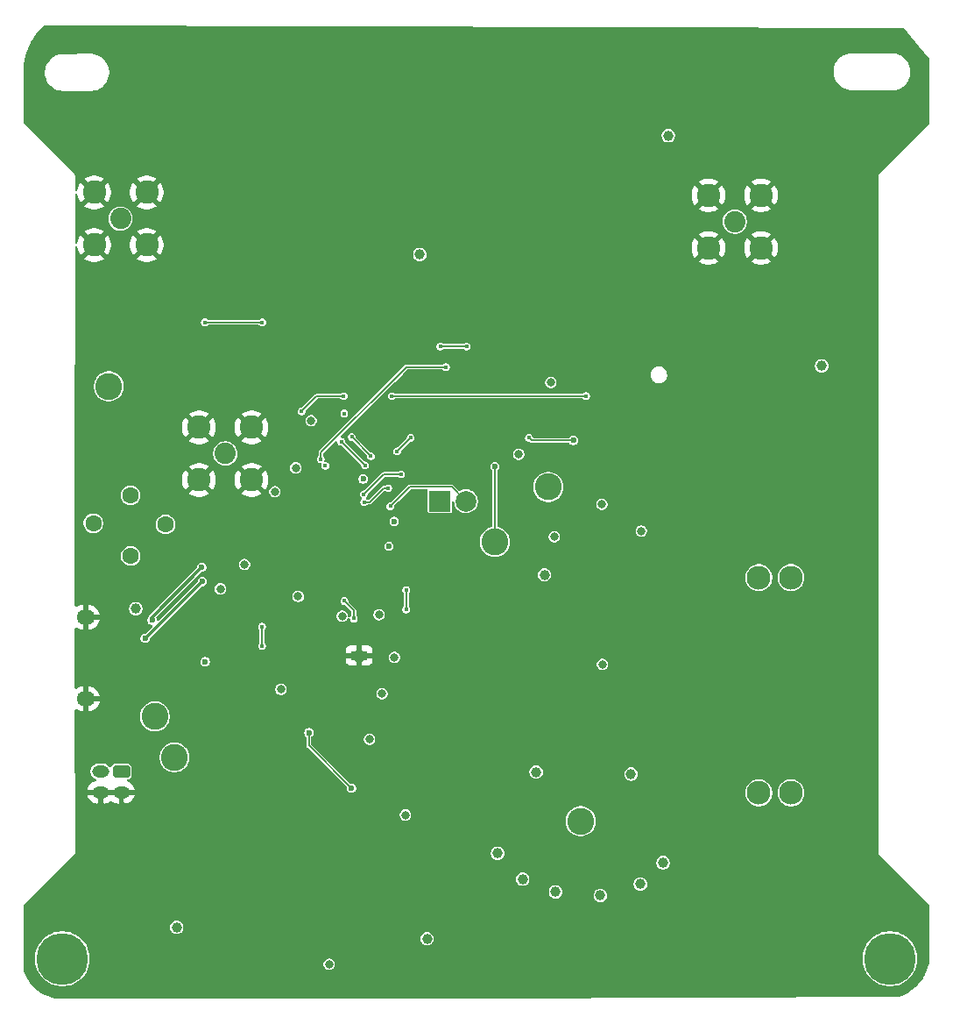
<source format=gbr>
%TF.GenerationSoftware,KiCad,Pcbnew,9.0.0*%
%TF.CreationDate,2025-06-10T14:56:09-07:00*%
%TF.ProjectId,og_pcb,6f675f70-6362-42e6-9b69-6361645f7063,rev?*%
%TF.SameCoordinates,Original*%
%TF.FileFunction,Copper,L4,Bot*%
%TF.FilePolarity,Positive*%
%FSLAX46Y46*%
G04 Gerber Fmt 4.6, Leading zero omitted, Abs format (unit mm)*
G04 Created by KiCad (PCBNEW 9.0.0) date 2025-06-10 14:56:09*
%MOMM*%
%LPD*%
G01*
G04 APERTURE LIST*
G04 Aperture macros list*
%AMRoundRect*
0 Rectangle with rounded corners*
0 $1 Rounding radius*
0 $2 $3 $4 $5 $6 $7 $8 $9 X,Y pos of 4 corners*
0 Add a 4 corners polygon primitive as box body*
4,1,4,$2,$3,$4,$5,$6,$7,$8,$9,$2,$3,0*
0 Add four circle primitives for the rounded corners*
1,1,$1+$1,$2,$3*
1,1,$1+$1,$4,$5*
1,1,$1+$1,$6,$7*
1,1,$1+$1,$8,$9*
0 Add four rect primitives between the rounded corners*
20,1,$1+$1,$2,$3,$4,$5,0*
20,1,$1+$1,$4,$5,$6,$7,0*
20,1,$1+$1,$6,$7,$8,$9,0*
20,1,$1+$1,$8,$9,$2,$3,0*%
G04 Aperture macros list end*
%TA.AperFunction,ComponentPad*%
%ADD10C,2.600000*%
%TD*%
%TA.AperFunction,ComponentPad*%
%ADD11C,2.050000*%
%TD*%
%TA.AperFunction,ComponentPad*%
%ADD12C,2.250000*%
%TD*%
%TA.AperFunction,ComponentPad*%
%ADD13C,2.300000*%
%TD*%
%TA.AperFunction,ComponentPad*%
%ADD14C,5.000000*%
%TD*%
%TA.AperFunction,ComponentPad*%
%ADD15R,2.000000X2.000000*%
%TD*%
%TA.AperFunction,ComponentPad*%
%ADD16C,2.000000*%
%TD*%
%TA.AperFunction,ComponentPad*%
%ADD17O,1.800000X1.400000*%
%TD*%
%TA.AperFunction,ComponentPad*%
%ADD18RoundRect,0.250000X-0.575000X0.350000X-0.575000X-0.350000X0.575000X-0.350000X0.575000X0.350000X0*%
%TD*%
%TA.AperFunction,ComponentPad*%
%ADD19O,1.650000X1.200000*%
%TD*%
%TA.AperFunction,HeatsinkPad*%
%ADD20C,0.600000*%
%TD*%
%TA.AperFunction,SMDPad,CuDef*%
%ADD21R,1.600000X0.900000*%
%TD*%
%TA.AperFunction,ViaPad*%
%ADD22C,0.800000*%
%TD*%
%TA.AperFunction,ViaPad*%
%ADD23C,1.000000*%
%TD*%
%TA.AperFunction,ViaPad*%
%ADD24C,0.450000*%
%TD*%
%TA.AperFunction,ViaPad*%
%ADD25C,0.600000*%
%TD*%
%TA.AperFunction,ViaPad*%
%ADD26C,1.200000*%
%TD*%
%TA.AperFunction,ViaPad*%
%ADD27C,2.000000*%
%TD*%
%TA.AperFunction,ViaPad*%
%ADD28C,1.600000*%
%TD*%
%TA.AperFunction,Conductor*%
%ADD29C,0.150000*%
%TD*%
%TA.AperFunction,Conductor*%
%ADD30C,0.200000*%
%TD*%
%TA.AperFunction,Conductor*%
%ADD31C,0.300000*%
%TD*%
G04 APERTURE END LIST*
D10*
%TO.P,TP5,1,1*%
%TO.N,+3.3V*%
X145300000Y-148650000D03*
%TD*%
%TO.P,TP4,1,1*%
%TO.N,+3.3V*%
X99700000Y-106650000D03*
%TD*%
D11*
%TO.P,J6,1,In*%
%TO.N,Net-(J6-In)*%
X100815000Y-90465000D03*
D12*
%TO.P,J6,2,Ext*%
%TO.N,GND*%
X98275000Y-93005000D03*
X103355000Y-93005000D03*
X98275000Y-87925000D03*
X103355000Y-87925000D03*
%TD*%
D13*
%TO.P,BT1,1,+*%
%TO.N,/Sensors/VBACKUP*%
X162525000Y-145925000D03*
X165625000Y-145925000D03*
X162525000Y-125125000D03*
X165625000Y-125125000D03*
%TD*%
D10*
%TO.P,TP6,1,1*%
%TO.N,VBUS*%
X104140000Y-138540000D03*
%TD*%
D11*
%TO.P,J1,1,In*%
%TO.N,Cosmic Analog*%
X110950000Y-113150000D03*
D12*
%TO.P,J1,2,Ext*%
%TO.N,GND*%
X108410000Y-115690000D03*
X113490000Y-115690000D03*
X108410000Y-110610000D03*
X113490000Y-110610000D03*
%TD*%
D14*
%TO.P,H2,1*%
%TO.N,N/C*%
X175198638Y-161936278D03*
%TD*%
D15*
%TO.P,J5,1,Pin_1*%
%TO.N,SWD*%
X131680000Y-117750000D03*
D16*
%TO.P,J5,2,Pin_2*%
%TO.N,SWCLK*%
X134220000Y-117750000D03*
%TD*%
D14*
%TO.P,H1,1*%
%TO.N,N/C*%
X95198638Y-161936278D03*
%TD*%
D10*
%TO.P,TP3,1,1*%
%TO.N,GPS VCC*%
X142172500Y-116377500D03*
%TD*%
D17*
%TO.P,J12,6,Shield*%
%TO.N,GND*%
X97450000Y-128950000D03*
X97450000Y-136850000D03*
%TD*%
D10*
%TO.P,TP1,1,1*%
%TO.N,RP2040 Reset*%
X137000000Y-121680000D03*
%TD*%
D18*
%TO.P,J3,1,Pin_1*%
%TO.N,VBUS*%
X100900000Y-143850000D03*
D19*
%TO.P,J3,2,Pin_2*%
X98900000Y-143850000D03*
%TO.P,J3,3,Pin_3*%
%TO.N,GND*%
X100900000Y-145850000D03*
%TO.P,J3,4,Pin_4*%
X98900000Y-145850000D03*
%TD*%
D10*
%TO.P,TP2,1,1*%
%TO.N,Net-(D4-K)*%
X106050000Y-142475000D03*
%TD*%
D20*
%TO.P,U15,9,EP*%
%TO.N,GND*%
X124375000Y-132650000D03*
D21*
X123875000Y-132650000D03*
D20*
X123375000Y-132650000D03*
%TD*%
D11*
%TO.P,J2,1,In*%
%TO.N,Net-(J2-In)*%
X160200000Y-90750000D03*
D12*
%TO.P,J2,2,Ext*%
%TO.N,GND*%
X157660000Y-93290000D03*
X162740000Y-93290000D03*
X157660000Y-88210000D03*
X162740000Y-88210000D03*
%TD*%
D22*
%TO.N,+3.3V*%
X151150000Y-120625000D03*
D23*
X153775000Y-82450000D03*
X129750000Y-93925000D03*
X168600000Y-104675000D03*
X106250000Y-158900000D03*
X150175000Y-144100000D03*
X137275000Y-151750000D03*
X153275000Y-152650000D03*
X151075000Y-154725000D03*
X147200000Y-155825000D03*
X142875000Y-155475000D03*
X139700000Y-154250000D03*
X141000000Y-143900000D03*
D22*
X142750000Y-121175000D03*
D24*
%TO.N,GND*%
X130750000Y-120550000D03*
D25*
X133275000Y-123525000D03*
X140500000Y-128600000D03*
X149170000Y-130800000D03*
D23*
%TO.N,+3.3V*%
X141800000Y-124850000D03*
D25*
%TO.N,USB_DM*%
X103875000Y-129250000D03*
D26*
%TO.N,GND*%
X106780000Y-135580000D03*
D25*
X109045000Y-152300000D03*
X133025000Y-120475000D03*
X131100000Y-125660000D03*
X132540000Y-125030000D03*
X132400000Y-121675000D03*
D23*
%TO.N,+3.3V*%
X102290000Y-128130000D03*
D25*
%TO.N,MicroSD CS*%
X119025000Y-140100000D03*
X123155000Y-145475000D03*
%TO.N,GND*%
X118725000Y-162750000D03*
D22*
%TO.N,+3.3V*%
X121000000Y-162475000D03*
%TO.N,GND*%
X148715000Y-119575000D03*
D25*
X113975000Y-123400000D03*
D22*
X148050000Y-95475000D03*
D26*
X101925000Y-130800000D03*
D25*
X139075000Y-129355000D03*
D26*
X98900000Y-147400000D03*
X97425000Y-114825000D03*
D22*
X101715000Y-97795000D03*
D25*
X120400000Y-121100000D03*
X135000000Y-129305000D03*
D22*
X155800000Y-119600000D03*
X158550000Y-95650000D03*
D25*
X113750000Y-121650000D03*
X126325000Y-127450000D03*
X155425000Y-139425000D03*
D27*
X164000000Y-142175000D03*
D22*
X157025000Y-115675000D03*
X133900000Y-163400000D03*
D24*
X123625000Y-134500000D03*
D26*
X115875000Y-97225000D03*
D25*
X110210000Y-129390000D03*
X169400000Y-143250000D03*
D24*
X128175000Y-120650000D03*
D26*
X117867500Y-95700000D03*
D27*
X164075000Y-129025000D03*
D25*
X115825000Y-131750000D03*
D26*
X101000000Y-147400000D03*
D27*
X164025000Y-135525000D03*
D24*
X131650000Y-120575000D03*
D25*
X129475000Y-118700000D03*
X118075000Y-115400000D03*
X123025000Y-135125000D03*
D22*
X108100000Y-92475000D03*
D25*
X122875000Y-121100000D03*
X155275000Y-132350000D03*
X122825000Y-123575000D03*
X122625000Y-131550000D03*
X123575000Y-114900000D03*
D27*
X170250000Y-135525000D03*
D22*
X149800000Y-115550000D03*
D23*
X122100000Y-150475000D03*
D27*
X121625000Y-122350000D03*
D26*
X119850000Y-94150000D03*
D27*
X157450000Y-135525000D03*
D25*
X104725000Y-148675000D03*
D26*
X119950000Y-97150000D03*
X97500000Y-125350000D03*
D22*
X140075000Y-119650000D03*
D25*
X114575000Y-119875000D03*
X116975000Y-115425000D03*
X120350000Y-123600000D03*
X118650000Y-130050000D03*
D22*
X143525000Y-90450000D03*
D25*
X114225000Y-118475000D03*
X168825000Y-126875000D03*
X109075000Y-148700000D03*
D26*
X115900000Y-94225000D03*
D24*
X127775000Y-124225000D03*
D25*
X129850000Y-119850000D03*
X155420000Y-116175000D03*
D24*
%TO.N,/RP2040 MCU/QSPI_SD2*%
X114500000Y-131725000D03*
X114500000Y-129875000D03*
D25*
%TO.N,RP2040 Reset*%
X137000000Y-114400000D03*
D24*
%TO.N,SCL0*%
X122462500Y-127387500D03*
X123375000Y-129075000D03*
%TO.N,GPS Reset*%
X128875000Y-111625000D03*
X140300000Y-111625000D03*
D25*
X144600000Y-111875000D03*
D24*
X127562500Y-112937500D03*
%TO.N,GPS UART Tx*%
X127933732Y-115158732D03*
X124332294Y-117082309D03*
%TO.N,RF DIO4*%
X122175000Y-112025000D03*
X124450000Y-114300000D03*
%TO.N,GPS UART Rx*%
X124375000Y-117831032D03*
X126700000Y-116480699D03*
D22*
%TO.N,+3.3V*%
X147350000Y-118050000D03*
X147400000Y-133520000D03*
X117750000Y-114525000D03*
D25*
X124275000Y-115600000D03*
D22*
X125800000Y-128725000D03*
X122250000Y-128850000D03*
X124880000Y-140760000D03*
D25*
X109010000Y-133250000D03*
D28*
X105175000Y-120000000D03*
D22*
X115750000Y-116825000D03*
D25*
X127275000Y-119700000D03*
D22*
X112805000Y-123865000D03*
X118000000Y-126950000D03*
D28*
X101775000Y-117200000D03*
D22*
X119250000Y-109975000D03*
D28*
X101810000Y-123050000D03*
D22*
X142425000Y-106300000D03*
X127300000Y-132825000D03*
X128350000Y-148050000D03*
D28*
X98200000Y-119875000D03*
D22*
X126100000Y-136325000D03*
D23*
X130450000Y-160000000D03*
D22*
X110470000Y-126210000D03*
D25*
X126775000Y-122100000D03*
D22*
X139325000Y-113225000D03*
D24*
%TO.N,RF SCK*%
X131750000Y-102800000D03*
X122450000Y-109275000D03*
X134275000Y-102800000D03*
X120625000Y-114325000D03*
%TO.N,RF MOSI*%
X120175000Y-113675000D03*
X132275000Y-104800000D03*
%TO.N,RF DIO0*%
X125025000Y-113400000D03*
X108975000Y-100475000D03*
X123175000Y-111550000D03*
X114525000Y-100475000D03*
%TO.N,GPS 1PPS*%
X118312500Y-109087500D03*
X145825000Y-107600000D03*
X127050000Y-107600000D03*
X122400000Y-107600000D03*
D25*
%TO.N,USB_DM*%
X108675000Y-124125000D03*
D24*
%TO.N,SWCLK*%
X126899000Y-118240000D03*
%TO.N,SCL1*%
X128450000Y-126325000D03*
X128450000Y-128200000D03*
D22*
%TO.N,+3.3V*%
X116325000Y-135925000D03*
D25*
%TO.N,USB_DP*%
X103200000Y-130975000D03*
X108724971Y-125499971D03*
%TD*%
D29*
%TO.N,RP2040 Reset*%
X137000000Y-121680000D02*
X137000000Y-116050000D01*
%TO.N,MicroSD CS*%
X119025000Y-141345000D02*
X119025000Y-140100000D01*
X123155000Y-145475000D02*
X119025000Y-141345000D01*
%TO.N,/RP2040 MCU/QSPI_SD2*%
X114500000Y-129875000D02*
X114500000Y-131725000D01*
%TO.N,SCL0*%
X123375000Y-128300000D02*
X123375000Y-129075000D01*
X122462500Y-127387500D02*
X123375000Y-128300000D01*
%TO.N,GPS Reset*%
X128875000Y-111625000D02*
X127562500Y-112937500D01*
X140550000Y-111875000D02*
X140300000Y-111625000D01*
X144600000Y-111875000D02*
X140550000Y-111875000D01*
%TO.N,GPS UART Tx*%
X126264603Y-115150000D02*
X124332294Y-117082309D01*
X126264603Y-115150000D02*
X127925000Y-115150000D01*
X127925000Y-115150000D02*
X127933732Y-115158732D01*
%TO.N,RF DIO4*%
X122175000Y-112025000D02*
X124450000Y-114300000D01*
%TO.N,GPS UART Rx*%
X124918968Y-117831032D02*
X126269301Y-116480699D01*
X126269301Y-116480699D02*
X126700000Y-116480699D01*
X124375000Y-117831032D02*
X124918968Y-117831032D01*
D30*
%TO.N,+3.3V*%
X126775000Y-122100000D02*
X126775000Y-122025000D01*
X127150000Y-119825000D02*
X127275000Y-119700000D01*
D29*
%TO.N,RF SCK*%
X134275000Y-102800000D02*
X131750000Y-102800000D01*
%TO.N,RF MOSI*%
X120175000Y-113062189D02*
X120175000Y-113675000D01*
X128437189Y-104800000D02*
X120175000Y-113062189D01*
X132275000Y-104800000D02*
X128437189Y-104800000D01*
%TO.N,RF DIO0*%
X125025000Y-113400000D02*
X123175000Y-111550000D01*
X114525000Y-100475000D02*
X108975000Y-100475000D01*
%TO.N,GPS 1PPS*%
X127050000Y-107600000D02*
X145825000Y-107600000D01*
X122400000Y-107600000D02*
X119775000Y-107600000D01*
X118312500Y-109062500D02*
X118312500Y-109087500D01*
X119775000Y-107600000D02*
X118312500Y-109062500D01*
%TO.N,SWCLK*%
X132845000Y-116375000D02*
X134220000Y-117750000D01*
X126899000Y-118240000D02*
X128764000Y-116375000D01*
X128764000Y-116375000D02*
X132845000Y-116375000D01*
%TO.N,SCL1*%
X128450000Y-126450000D02*
X128450000Y-128200000D01*
X128450000Y-126450000D02*
X128450000Y-126325000D01*
D31*
%TO.N,USB_DP*%
X103249943Y-130975000D02*
X103200000Y-130975000D01*
%TO.N,USB_DM*%
X103875000Y-129250000D02*
X103875000Y-128925000D01*
X103875000Y-128925000D02*
X108675000Y-124125000D01*
%TO.N,USB_DP*%
X108724971Y-125499971D02*
X103249943Y-130975000D01*
D29*
%TO.N,RP2040 Reset*%
X137000000Y-114400000D02*
X137000000Y-116050000D01*
%TD*%
%TA.AperFunction,Conductor*%
%TO.N,GND*%
G36*
X100503963Y-145685956D02*
G01*
X100475000Y-145794048D01*
X100475000Y-145905952D01*
X100503963Y-146014044D01*
X100553590Y-146100000D01*
X99246410Y-146100000D01*
X99296037Y-146014044D01*
X99325000Y-145905952D01*
X99325000Y-145794048D01*
X99296037Y-145685956D01*
X99246410Y-145600000D01*
X100553590Y-145600000D01*
X100503963Y-145685956D01*
G37*
%TD.AperFunction*%
%TA.AperFunction,Conductor*%
G36*
X176443871Y-72023734D02*
G01*
X176510851Y-72043614D01*
X176538917Y-72068531D01*
X178023196Y-73856556D01*
X178992255Y-75023926D01*
X179012748Y-75048612D01*
X179040422Y-75112768D01*
X179041338Y-75127814D01*
X179041338Y-81181866D01*
X179021653Y-81248905D01*
X179005019Y-81269547D01*
X174098663Y-86175902D01*
X174098662Y-86175903D01*
X174068138Y-86249594D01*
X174068138Y-151712961D01*
X174098662Y-151786652D01*
X179005019Y-156693009D01*
X179038504Y-156754332D01*
X179041338Y-156780690D01*
X179041338Y-161983021D01*
X179039409Y-162004809D01*
X178975939Y-162360417D01*
X178973585Y-162370937D01*
X178875386Y-162734818D01*
X178872128Y-162745094D01*
X178742689Y-163099082D01*
X178738550Y-163109037D01*
X178578854Y-163450442D01*
X178573866Y-163459999D01*
X178385125Y-163786237D01*
X178379326Y-163795325D01*
X178162952Y-164103950D01*
X178156385Y-164112499D01*
X177914043Y-164401140D01*
X177906759Y-164409088D01*
X177640239Y-164675612D01*
X177632292Y-164682896D01*
X177343644Y-164925251D01*
X177335094Y-164931818D01*
X177026478Y-165148192D01*
X177017390Y-165153991D01*
X176691156Y-165342737D01*
X176681599Y-165347725D01*
X176340194Y-165507426D01*
X176330239Y-165511565D01*
X175999054Y-165632670D01*
X175957001Y-165640211D01*
X136365824Y-165810177D01*
X136365292Y-165810178D01*
X95293113Y-165810178D01*
X95280171Y-165810176D01*
X95278740Y-165809608D01*
X95240874Y-165810170D01*
X95239951Y-165810170D01*
X95239845Y-165810139D01*
X95235980Y-165810106D01*
X94879559Y-165798631D01*
X94867938Y-165797708D01*
X94517117Y-165753186D01*
X94505634Y-165751177D01*
X94160527Y-165673903D01*
X94149283Y-165670824D01*
X93812956Y-165561483D01*
X93802051Y-165557361D01*
X93477489Y-165416923D01*
X93467020Y-165411796D01*
X93157076Y-165241496D01*
X93147134Y-165235408D01*
X92854556Y-165036757D01*
X92845230Y-165029763D01*
X92572590Y-164804507D01*
X92563962Y-164796667D01*
X92313693Y-164546814D01*
X92305839Y-164538199D01*
X92182049Y-164388877D01*
X92080128Y-164265934D01*
X92073130Y-164256636D01*
X91873979Y-163964371D01*
X91867876Y-163954440D01*
X91798326Y-163828357D01*
X91697056Y-163644772D01*
X91691926Y-163634341D01*
X91550934Y-163309982D01*
X91546804Y-163299110D01*
X91461371Y-163037804D01*
X91448477Y-162998366D01*
X91442338Y-162959832D01*
X91442338Y-161787424D01*
X92548138Y-161787424D01*
X92548138Y-162085131D01*
X92581468Y-162380940D01*
X92581470Y-162380952D01*
X92647714Y-162671190D01*
X92647717Y-162671198D01*
X92746038Y-162952182D01*
X92875201Y-163220392D01*
X92875203Y-163220395D01*
X93033588Y-163472463D01*
X93219200Y-163705212D01*
X93429704Y-163915716D01*
X93662453Y-164101328D01*
X93914521Y-164259713D01*
X93914523Y-164259714D01*
X93927456Y-164265942D01*
X94182737Y-164388879D01*
X94393773Y-164462723D01*
X94463717Y-164487198D01*
X94463725Y-164487201D01*
X94463728Y-164487201D01*
X94463729Y-164487202D01*
X94753963Y-164553446D01*
X95049785Y-164586777D01*
X95049786Y-164586778D01*
X95049789Y-164586778D01*
X95347490Y-164586778D01*
X95347490Y-164586777D01*
X95643313Y-164553446D01*
X95933547Y-164487202D01*
X96214539Y-164388879D01*
X96482755Y-164259713D01*
X96734823Y-164101328D01*
X96967572Y-163915716D01*
X97178076Y-163705212D01*
X97363688Y-163472463D01*
X97522073Y-163220395D01*
X97651239Y-162952179D01*
X97749562Y-162671187D01*
X97810882Y-162402525D01*
X120449500Y-162402525D01*
X120449500Y-162547475D01*
X120482649Y-162671187D01*
X120487017Y-162687488D01*
X120559488Y-162813011D01*
X120559490Y-162813013D01*
X120559491Y-162813015D01*
X120661985Y-162915509D01*
X120661986Y-162915510D01*
X120661988Y-162915511D01*
X120787511Y-162987982D01*
X120787512Y-162987982D01*
X120787515Y-162987984D01*
X120927525Y-163025500D01*
X120927528Y-163025500D01*
X121072472Y-163025500D01*
X121072475Y-163025500D01*
X121212485Y-162987984D01*
X121338015Y-162915509D01*
X121440509Y-162813015D01*
X121512984Y-162687485D01*
X121550500Y-162547475D01*
X121550500Y-162402525D01*
X121512984Y-162262515D01*
X121440509Y-162136985D01*
X121338015Y-162034491D01*
X121338013Y-162034490D01*
X121338011Y-162034488D01*
X121212488Y-161962017D01*
X121212489Y-161962017D01*
X121201006Y-161958940D01*
X121072475Y-161924500D01*
X120927525Y-161924500D01*
X120798993Y-161958940D01*
X120787511Y-161962017D01*
X120661988Y-162034488D01*
X120661982Y-162034493D01*
X120559493Y-162136982D01*
X120559488Y-162136988D01*
X120487017Y-162262511D01*
X120487016Y-162262515D01*
X120449500Y-162402525D01*
X97810882Y-162402525D01*
X97815806Y-162380953D01*
X97815829Y-162380742D01*
X97815856Y-162380514D01*
X97832291Y-162234637D01*
X97849138Y-162085127D01*
X97849138Y-161787429D01*
X97849137Y-161787424D01*
X172548138Y-161787424D01*
X172548138Y-162085131D01*
X172581468Y-162380940D01*
X172581470Y-162380952D01*
X172647714Y-162671190D01*
X172647717Y-162671198D01*
X172746038Y-162952182D01*
X172875201Y-163220392D01*
X172875203Y-163220395D01*
X173033588Y-163472463D01*
X173219200Y-163705212D01*
X173429704Y-163915716D01*
X173662453Y-164101328D01*
X173914521Y-164259713D01*
X173914523Y-164259714D01*
X173927456Y-164265942D01*
X174182737Y-164388879D01*
X174393773Y-164462723D01*
X174463717Y-164487198D01*
X174463725Y-164487201D01*
X174463728Y-164487201D01*
X174463729Y-164487202D01*
X174753963Y-164553446D01*
X175049785Y-164586777D01*
X175049786Y-164586778D01*
X175049789Y-164586778D01*
X175347490Y-164586778D01*
X175347490Y-164586777D01*
X175643313Y-164553446D01*
X175933547Y-164487202D01*
X176214539Y-164388879D01*
X176482755Y-164259713D01*
X176734823Y-164101328D01*
X176967572Y-163915716D01*
X177178076Y-163705212D01*
X177363688Y-163472463D01*
X177522073Y-163220395D01*
X177651239Y-162952179D01*
X177749562Y-162671187D01*
X177815806Y-162380953D01*
X177849138Y-162085127D01*
X177849138Y-161787429D01*
X177815806Y-161491603D01*
X177749562Y-161201369D01*
X177651239Y-160920377D01*
X177522073Y-160652161D01*
X177363688Y-160400093D01*
X177178076Y-160167344D01*
X176967572Y-159956840D01*
X176734823Y-159771228D01*
X176482755Y-159612843D01*
X176482752Y-159612841D01*
X176214542Y-159483678D01*
X175933558Y-159385357D01*
X175933550Y-159385354D01*
X175715871Y-159335671D01*
X175643313Y-159319110D01*
X175643309Y-159319109D01*
X175643300Y-159319108D01*
X175347491Y-159285778D01*
X175347487Y-159285778D01*
X175049789Y-159285778D01*
X175049784Y-159285778D01*
X174753975Y-159319108D01*
X174753963Y-159319110D01*
X174463725Y-159385354D01*
X174463717Y-159385357D01*
X174182733Y-159483678D01*
X173914523Y-159612841D01*
X173662454Y-159771227D01*
X173429704Y-159956839D01*
X173219199Y-160167344D01*
X173033587Y-160400094D01*
X172875201Y-160652163D01*
X172746038Y-160920373D01*
X172647717Y-161201357D01*
X172647714Y-161201365D01*
X172581470Y-161491603D01*
X172581468Y-161491615D01*
X172548138Y-161787424D01*
X97849137Y-161787424D01*
X97815806Y-161491603D01*
X97749562Y-161201369D01*
X97651239Y-160920377D01*
X97522073Y-160652161D01*
X97363688Y-160400093D01*
X97178076Y-160167344D01*
X97074803Y-160064071D01*
X129799499Y-160064071D01*
X129824497Y-160189738D01*
X129824499Y-160189744D01*
X129873533Y-160308124D01*
X129873538Y-160308133D01*
X129944723Y-160414668D01*
X129944726Y-160414672D01*
X130035327Y-160505273D01*
X130035331Y-160505276D01*
X130141866Y-160576461D01*
X130141872Y-160576464D01*
X130141873Y-160576465D01*
X130260256Y-160625501D01*
X130260260Y-160625501D01*
X130260261Y-160625502D01*
X130385928Y-160650500D01*
X130385931Y-160650500D01*
X130514071Y-160650500D01*
X130598615Y-160633682D01*
X130639744Y-160625501D01*
X130758127Y-160576465D01*
X130864669Y-160505276D01*
X130955276Y-160414669D01*
X131026465Y-160308127D01*
X131075501Y-160189744D01*
X131100500Y-160064069D01*
X131100500Y-159935931D01*
X131100500Y-159935928D01*
X131075502Y-159810261D01*
X131075501Y-159810260D01*
X131075501Y-159810256D01*
X131026465Y-159691873D01*
X131026464Y-159691872D01*
X131026461Y-159691866D01*
X130955276Y-159585331D01*
X130955273Y-159585327D01*
X130864672Y-159494726D01*
X130864668Y-159494723D01*
X130758133Y-159423538D01*
X130758124Y-159423533D01*
X130639744Y-159374499D01*
X130639738Y-159374497D01*
X130514071Y-159349500D01*
X130514069Y-159349500D01*
X130385931Y-159349500D01*
X130385929Y-159349500D01*
X130260261Y-159374497D01*
X130260255Y-159374499D01*
X130141875Y-159423533D01*
X130141866Y-159423538D01*
X130035331Y-159494723D01*
X130035327Y-159494726D01*
X129944726Y-159585327D01*
X129944723Y-159585331D01*
X129873538Y-159691866D01*
X129873533Y-159691875D01*
X129824499Y-159810255D01*
X129824497Y-159810261D01*
X129799500Y-159935928D01*
X129799500Y-159935931D01*
X129799500Y-160064069D01*
X129799500Y-160064071D01*
X129799499Y-160064071D01*
X97074803Y-160064071D01*
X96967572Y-159956840D01*
X96734823Y-159771228D01*
X96482755Y-159612843D01*
X96482752Y-159612841D01*
X96214542Y-159483678D01*
X95933558Y-159385357D01*
X95933550Y-159385354D01*
X95715871Y-159335671D01*
X95643313Y-159319110D01*
X95643309Y-159319109D01*
X95643300Y-159319108D01*
X95347491Y-159285778D01*
X95347487Y-159285778D01*
X95049789Y-159285778D01*
X95049784Y-159285778D01*
X94753975Y-159319108D01*
X94753963Y-159319110D01*
X94463725Y-159385354D01*
X94463717Y-159385357D01*
X94182733Y-159483678D01*
X93914523Y-159612841D01*
X93662454Y-159771227D01*
X93429704Y-159956839D01*
X93219199Y-160167344D01*
X93033587Y-160400094D01*
X92875201Y-160652163D01*
X92746038Y-160920373D01*
X92647717Y-161201357D01*
X92647714Y-161201365D01*
X92581470Y-161491603D01*
X92581468Y-161491615D01*
X92548138Y-161787424D01*
X91442338Y-161787424D01*
X91442338Y-158964071D01*
X105599499Y-158964071D01*
X105624497Y-159089738D01*
X105624499Y-159089744D01*
X105673533Y-159208124D01*
X105673538Y-159208133D01*
X105744723Y-159314668D01*
X105744726Y-159314672D01*
X105835327Y-159405273D01*
X105835331Y-159405276D01*
X105941866Y-159476461D01*
X105941872Y-159476464D01*
X105941873Y-159476465D01*
X106060256Y-159525501D01*
X106060260Y-159525501D01*
X106060261Y-159525502D01*
X106185928Y-159550500D01*
X106185931Y-159550500D01*
X106314071Y-159550500D01*
X106398615Y-159533682D01*
X106439744Y-159525501D01*
X106558127Y-159476465D01*
X106664669Y-159405276D01*
X106755276Y-159314669D01*
X106826465Y-159208127D01*
X106875501Y-159089744D01*
X106900500Y-158964069D01*
X106900500Y-158835931D01*
X106900500Y-158835928D01*
X106875502Y-158710261D01*
X106875501Y-158710260D01*
X106875501Y-158710256D01*
X106826465Y-158591873D01*
X106826464Y-158591872D01*
X106826461Y-158591866D01*
X106755276Y-158485331D01*
X106755273Y-158485327D01*
X106664672Y-158394726D01*
X106664668Y-158394723D01*
X106558133Y-158323538D01*
X106558124Y-158323533D01*
X106439744Y-158274499D01*
X106439738Y-158274497D01*
X106314071Y-158249500D01*
X106314069Y-158249500D01*
X106185931Y-158249500D01*
X106185929Y-158249500D01*
X106060261Y-158274497D01*
X106060255Y-158274499D01*
X105941875Y-158323533D01*
X105941866Y-158323538D01*
X105835331Y-158394723D01*
X105835327Y-158394726D01*
X105744726Y-158485327D01*
X105744723Y-158485331D01*
X105673538Y-158591866D01*
X105673533Y-158591875D01*
X105624499Y-158710255D01*
X105624497Y-158710261D01*
X105599500Y-158835928D01*
X105599500Y-158835931D01*
X105599500Y-158964069D01*
X105599500Y-158964071D01*
X105599499Y-158964071D01*
X91442338Y-158964071D01*
X91442338Y-156780689D01*
X91462023Y-156713650D01*
X91478652Y-156693013D01*
X92632594Y-155539071D01*
X142224499Y-155539071D01*
X142249497Y-155664738D01*
X142249499Y-155664744D01*
X142298533Y-155783124D01*
X142298538Y-155783133D01*
X142369723Y-155889668D01*
X142369726Y-155889672D01*
X142460327Y-155980273D01*
X142460331Y-155980276D01*
X142566866Y-156051461D01*
X142566872Y-156051464D01*
X142566873Y-156051465D01*
X142685256Y-156100501D01*
X142685260Y-156100501D01*
X142685261Y-156100502D01*
X142810928Y-156125500D01*
X142810931Y-156125500D01*
X142939071Y-156125500D01*
X143023615Y-156108682D01*
X143064744Y-156100501D01*
X143183127Y-156051465D01*
X143289669Y-155980276D01*
X143380276Y-155889669D01*
X143380676Y-155889071D01*
X146549499Y-155889071D01*
X146574497Y-156014738D01*
X146574499Y-156014744D01*
X146623533Y-156133124D01*
X146623538Y-156133133D01*
X146694723Y-156239668D01*
X146694726Y-156239672D01*
X146785327Y-156330273D01*
X146785331Y-156330276D01*
X146891866Y-156401461D01*
X146891872Y-156401464D01*
X146891873Y-156401465D01*
X147010256Y-156450501D01*
X147010260Y-156450501D01*
X147010261Y-156450502D01*
X147135928Y-156475500D01*
X147135931Y-156475500D01*
X147264071Y-156475500D01*
X147348615Y-156458682D01*
X147389744Y-156450501D01*
X147508127Y-156401465D01*
X147614669Y-156330276D01*
X147705276Y-156239669D01*
X147776465Y-156133127D01*
X147825501Y-156014744D01*
X147850500Y-155889069D01*
X147850500Y-155760931D01*
X147850500Y-155760928D01*
X147825502Y-155635261D01*
X147825501Y-155635260D01*
X147825501Y-155635256D01*
X147776465Y-155516873D01*
X147776464Y-155516872D01*
X147776461Y-155516866D01*
X147705276Y-155410331D01*
X147705273Y-155410327D01*
X147614672Y-155319726D01*
X147614668Y-155319723D01*
X147508133Y-155248538D01*
X147508124Y-155248533D01*
X147389744Y-155199499D01*
X147389738Y-155199497D01*
X147264071Y-155174500D01*
X147264069Y-155174500D01*
X147135931Y-155174500D01*
X147135929Y-155174500D01*
X147010261Y-155199497D01*
X147010255Y-155199499D01*
X146891875Y-155248533D01*
X146891866Y-155248538D01*
X146785331Y-155319723D01*
X146785327Y-155319726D01*
X146694726Y-155410327D01*
X146694723Y-155410331D01*
X146623538Y-155516866D01*
X146623533Y-155516875D01*
X146574499Y-155635255D01*
X146574497Y-155635261D01*
X146549500Y-155760928D01*
X146549500Y-155760931D01*
X146549500Y-155889069D01*
X146549500Y-155889071D01*
X146549499Y-155889071D01*
X143380676Y-155889071D01*
X143451465Y-155783127D01*
X143500501Y-155664744D01*
X143525500Y-155539069D01*
X143525500Y-155410931D01*
X143525500Y-155410928D01*
X143500502Y-155285261D01*
X143500501Y-155285260D01*
X143500501Y-155285256D01*
X143451465Y-155166873D01*
X143451464Y-155166872D01*
X143451461Y-155166866D01*
X143380276Y-155060331D01*
X143380273Y-155060327D01*
X143289672Y-154969726D01*
X143289668Y-154969723D01*
X143183133Y-154898538D01*
X143183124Y-154898533D01*
X143064744Y-154849499D01*
X143064738Y-154849497D01*
X142939071Y-154824500D01*
X142939069Y-154824500D01*
X142810931Y-154824500D01*
X142810929Y-154824500D01*
X142685261Y-154849497D01*
X142685255Y-154849499D01*
X142566875Y-154898533D01*
X142566866Y-154898538D01*
X142460331Y-154969723D01*
X142460327Y-154969726D01*
X142369726Y-155060327D01*
X142369723Y-155060331D01*
X142298538Y-155166866D01*
X142298533Y-155166875D01*
X142249499Y-155285255D01*
X142249497Y-155285261D01*
X142224500Y-155410928D01*
X142224500Y-155410931D01*
X142224500Y-155539069D01*
X142224500Y-155539071D01*
X142224499Y-155539071D01*
X92632594Y-155539071D01*
X93857594Y-154314071D01*
X139049499Y-154314071D01*
X139074497Y-154439738D01*
X139074499Y-154439744D01*
X139123533Y-154558124D01*
X139123538Y-154558133D01*
X139194723Y-154664668D01*
X139194726Y-154664672D01*
X139285327Y-154755273D01*
X139285331Y-154755276D01*
X139391866Y-154826461D01*
X139391872Y-154826464D01*
X139391873Y-154826465D01*
X139510256Y-154875501D01*
X139510260Y-154875501D01*
X139510261Y-154875502D01*
X139635928Y-154900500D01*
X139635931Y-154900500D01*
X139764071Y-154900500D01*
X139848615Y-154883682D01*
X139889744Y-154875501D01*
X140008127Y-154826465D01*
X140064091Y-154789071D01*
X150424499Y-154789071D01*
X150449497Y-154914738D01*
X150449499Y-154914744D01*
X150498533Y-155033124D01*
X150498538Y-155033133D01*
X150569723Y-155139668D01*
X150569726Y-155139672D01*
X150660327Y-155230273D01*
X150660331Y-155230276D01*
X150766866Y-155301461D01*
X150766872Y-155301464D01*
X150766873Y-155301465D01*
X150885256Y-155350501D01*
X150885260Y-155350501D01*
X150885261Y-155350502D01*
X151010928Y-155375500D01*
X151010931Y-155375500D01*
X151139071Y-155375500D01*
X151223615Y-155358682D01*
X151264744Y-155350501D01*
X151383127Y-155301465D01*
X151489669Y-155230276D01*
X151580276Y-155139669D01*
X151651465Y-155033127D01*
X151700501Y-154914744D01*
X151708682Y-154873615D01*
X151725500Y-154789071D01*
X151725500Y-154660928D01*
X151700502Y-154535261D01*
X151700501Y-154535260D01*
X151700501Y-154535256D01*
X151651465Y-154416873D01*
X151651464Y-154416872D01*
X151651461Y-154416866D01*
X151580276Y-154310331D01*
X151580273Y-154310327D01*
X151489672Y-154219726D01*
X151489668Y-154219723D01*
X151383133Y-154148538D01*
X151383124Y-154148533D01*
X151264744Y-154099499D01*
X151264738Y-154099497D01*
X151139071Y-154074500D01*
X151139069Y-154074500D01*
X151010931Y-154074500D01*
X151010929Y-154074500D01*
X150885261Y-154099497D01*
X150885255Y-154099499D01*
X150766875Y-154148533D01*
X150766866Y-154148538D01*
X150660331Y-154219723D01*
X150660327Y-154219726D01*
X150569726Y-154310327D01*
X150569723Y-154310331D01*
X150498538Y-154416866D01*
X150498533Y-154416875D01*
X150449499Y-154535255D01*
X150449497Y-154535261D01*
X150424500Y-154660928D01*
X150424500Y-154660931D01*
X150424500Y-154789069D01*
X150424500Y-154789071D01*
X150424499Y-154789071D01*
X140064091Y-154789071D01*
X140114669Y-154755276D01*
X140205276Y-154664669D01*
X140276465Y-154558127D01*
X140325501Y-154439744D01*
X140350500Y-154314069D01*
X140350500Y-154185931D01*
X140350500Y-154185928D01*
X140325502Y-154060261D01*
X140325501Y-154060260D01*
X140325501Y-154060256D01*
X140276465Y-153941873D01*
X140276464Y-153941872D01*
X140276461Y-153941866D01*
X140205276Y-153835331D01*
X140205273Y-153835327D01*
X140114672Y-153744726D01*
X140114668Y-153744723D01*
X140008133Y-153673538D01*
X140008124Y-153673533D01*
X139889744Y-153624499D01*
X139889738Y-153624497D01*
X139764071Y-153599500D01*
X139764069Y-153599500D01*
X139635931Y-153599500D01*
X139635929Y-153599500D01*
X139510261Y-153624497D01*
X139510255Y-153624499D01*
X139391875Y-153673533D01*
X139391866Y-153673538D01*
X139285331Y-153744723D01*
X139285327Y-153744726D01*
X139194726Y-153835327D01*
X139194723Y-153835331D01*
X139123538Y-153941866D01*
X139123533Y-153941875D01*
X139074499Y-154060255D01*
X139074497Y-154060261D01*
X139049500Y-154185928D01*
X139049500Y-154185931D01*
X139049500Y-154314069D01*
X139049500Y-154314071D01*
X139049499Y-154314071D01*
X93857594Y-154314071D01*
X95457594Y-152714071D01*
X152624499Y-152714071D01*
X152649497Y-152839738D01*
X152649499Y-152839744D01*
X152698533Y-152958124D01*
X152698538Y-152958133D01*
X152769723Y-153064668D01*
X152769726Y-153064672D01*
X152860327Y-153155273D01*
X152860331Y-153155276D01*
X152966866Y-153226461D01*
X152966872Y-153226464D01*
X152966873Y-153226465D01*
X153085256Y-153275501D01*
X153085260Y-153275501D01*
X153085261Y-153275502D01*
X153210928Y-153300500D01*
X153210931Y-153300500D01*
X153339071Y-153300500D01*
X153423615Y-153283682D01*
X153464744Y-153275501D01*
X153583127Y-153226465D01*
X153689669Y-153155276D01*
X153780276Y-153064669D01*
X153851465Y-152958127D01*
X153900501Y-152839744D01*
X153925500Y-152714069D01*
X153925500Y-152585931D01*
X153925500Y-152585928D01*
X153900502Y-152460261D01*
X153900501Y-152460260D01*
X153900501Y-152460256D01*
X153851465Y-152341873D01*
X153851464Y-152341872D01*
X153851461Y-152341866D01*
X153780276Y-152235331D01*
X153780273Y-152235327D01*
X153689672Y-152144726D01*
X153689668Y-152144723D01*
X153583133Y-152073538D01*
X153583124Y-152073533D01*
X153464744Y-152024499D01*
X153464738Y-152024497D01*
X153339071Y-151999500D01*
X153339069Y-151999500D01*
X153210931Y-151999500D01*
X153210929Y-151999500D01*
X153085261Y-152024497D01*
X153085255Y-152024499D01*
X152966875Y-152073533D01*
X152966866Y-152073538D01*
X152860331Y-152144723D01*
X152860327Y-152144726D01*
X152769726Y-152235327D01*
X152769723Y-152235331D01*
X152698538Y-152341866D01*
X152698533Y-152341875D01*
X152649499Y-152460255D01*
X152649497Y-152460261D01*
X152624500Y-152585928D01*
X152624500Y-152585931D01*
X152624500Y-152714069D01*
X152624500Y-152714071D01*
X152624499Y-152714071D01*
X95457594Y-152714071D01*
X96338644Y-151833021D01*
X96338818Y-151832949D01*
X96357628Y-151814071D01*
X136624499Y-151814071D01*
X136649497Y-151939738D01*
X136649499Y-151939744D01*
X136698533Y-152058124D01*
X136698538Y-152058133D01*
X136769723Y-152164668D01*
X136769726Y-152164672D01*
X136860327Y-152255273D01*
X136860331Y-152255276D01*
X136966866Y-152326461D01*
X136966872Y-152326464D01*
X136966873Y-152326465D01*
X137085256Y-152375501D01*
X137085260Y-152375501D01*
X137085261Y-152375502D01*
X137210928Y-152400500D01*
X137210931Y-152400500D01*
X137339071Y-152400500D01*
X137423615Y-152383682D01*
X137464744Y-152375501D01*
X137583127Y-152326465D01*
X137689669Y-152255276D01*
X137780276Y-152164669D01*
X137851465Y-152058127D01*
X137900501Y-151939744D01*
X137921730Y-151833021D01*
X137925500Y-151814071D01*
X137925500Y-151685928D01*
X137900502Y-151560261D01*
X137900501Y-151560260D01*
X137900501Y-151560256D01*
X137851465Y-151441873D01*
X137851464Y-151441872D01*
X137851461Y-151441866D01*
X137780276Y-151335331D01*
X137780273Y-151335327D01*
X137689672Y-151244726D01*
X137689668Y-151244723D01*
X137583133Y-151173538D01*
X137583124Y-151173533D01*
X137464744Y-151124499D01*
X137464738Y-151124497D01*
X137339071Y-151099500D01*
X137339069Y-151099500D01*
X137210931Y-151099500D01*
X137210929Y-151099500D01*
X137085261Y-151124497D01*
X137085255Y-151124499D01*
X136966875Y-151173533D01*
X136966866Y-151173538D01*
X136860331Y-151244723D01*
X136860327Y-151244726D01*
X136769726Y-151335327D01*
X136769723Y-151335331D01*
X136698538Y-151441866D01*
X136698533Y-151441875D01*
X136649499Y-151560255D01*
X136649497Y-151560261D01*
X136624500Y-151685928D01*
X136624500Y-151685931D01*
X136624500Y-151814069D01*
X136624500Y-151814071D01*
X136624499Y-151814071D01*
X96357628Y-151814071D01*
X96366829Y-151804836D01*
X96388614Y-151783052D01*
X96388614Y-151783051D01*
X96394913Y-151776753D01*
X96395114Y-151776449D01*
X96395118Y-151776446D01*
X96421280Y-151712961D01*
X96425508Y-151702702D01*
X96425508Y-151702701D01*
X96425509Y-151702699D01*
X96419646Y-148443290D01*
X96418808Y-147977525D01*
X127799500Y-147977525D01*
X127799500Y-148122475D01*
X127837016Y-148262485D01*
X127837017Y-148262488D01*
X127909488Y-148388011D01*
X127909490Y-148388013D01*
X127909491Y-148388015D01*
X128011985Y-148490509D01*
X128011986Y-148490510D01*
X128011988Y-148490511D01*
X128137511Y-148562982D01*
X128137512Y-148562982D01*
X128137515Y-148562984D01*
X128277525Y-148600500D01*
X128277528Y-148600500D01*
X128422472Y-148600500D01*
X128422475Y-148600500D01*
X128562485Y-148562984D01*
X128609505Y-148535837D01*
X143849500Y-148535837D01*
X143849500Y-148764162D01*
X143885215Y-148989660D01*
X143955770Y-149206803D01*
X144059421Y-149410228D01*
X144193621Y-149594937D01*
X144355063Y-149756379D01*
X144539772Y-149890579D01*
X144635884Y-149939550D01*
X144743196Y-149994229D01*
X144743198Y-149994229D01*
X144743201Y-149994231D01*
X144859592Y-150032049D01*
X144960339Y-150064784D01*
X145185838Y-150100500D01*
X145185843Y-150100500D01*
X145414162Y-150100500D01*
X145639660Y-150064784D01*
X145856799Y-149994231D01*
X146060228Y-149890579D01*
X146244937Y-149756379D01*
X146406379Y-149594937D01*
X146540579Y-149410228D01*
X146644231Y-149206799D01*
X146714784Y-148989660D01*
X146750500Y-148764162D01*
X146750500Y-148535837D01*
X146714784Y-148310339D01*
X146682049Y-148209592D01*
X146644231Y-148093201D01*
X146644229Y-148093198D01*
X146644229Y-148093196D01*
X146540578Y-147889771D01*
X146406379Y-147705063D01*
X146244937Y-147543621D01*
X146060228Y-147409421D01*
X145856803Y-147305770D01*
X145639660Y-147235215D01*
X145414162Y-147199500D01*
X145414157Y-147199500D01*
X145185843Y-147199500D01*
X145185838Y-147199500D01*
X144960339Y-147235215D01*
X144743196Y-147305770D01*
X144539771Y-147409421D01*
X144355061Y-147543622D01*
X144193622Y-147705061D01*
X144059421Y-147889771D01*
X143955770Y-148093196D01*
X143885215Y-148310339D01*
X143849500Y-148535837D01*
X128609505Y-148535837D01*
X128688015Y-148490509D01*
X128790509Y-148388015D01*
X128862984Y-148262485D01*
X128900500Y-148122475D01*
X128900500Y-147977525D01*
X128862984Y-147837515D01*
X128790509Y-147711985D01*
X128688015Y-147609491D01*
X128688013Y-147609490D01*
X128688011Y-147609488D01*
X128562488Y-147537017D01*
X128562489Y-147537017D01*
X128551006Y-147533940D01*
X128422475Y-147499500D01*
X128277525Y-147499500D01*
X128148993Y-147533940D01*
X128137511Y-147537017D01*
X128011988Y-147609488D01*
X128011982Y-147609493D01*
X127909493Y-147711982D01*
X127909488Y-147711988D01*
X127837017Y-147837511D01*
X127837016Y-147837515D01*
X127799500Y-147977525D01*
X96418808Y-147977525D01*
X96418794Y-147969621D01*
X96415693Y-146246037D01*
X96414531Y-145599999D01*
X97600884Y-145599999D01*
X97600885Y-145600000D01*
X98553590Y-145600000D01*
X98503963Y-145685956D01*
X98475000Y-145794048D01*
X98475000Y-145905952D01*
X98503963Y-146014044D01*
X98553590Y-146100000D01*
X97600885Y-146100000D01*
X97602085Y-146107584D01*
X97655591Y-146272255D01*
X97734195Y-146426524D01*
X97835967Y-146566602D01*
X97958397Y-146689032D01*
X98098475Y-146790804D01*
X98252742Y-146869408D01*
X98417415Y-146922914D01*
X98588429Y-146950000D01*
X98650000Y-146950000D01*
X98650000Y-146196409D01*
X98735956Y-146246037D01*
X98844048Y-146275000D01*
X98955952Y-146275000D01*
X99064044Y-146246037D01*
X99150000Y-146196409D01*
X99150000Y-146950000D01*
X99211571Y-146950000D01*
X99382584Y-146922914D01*
X99547257Y-146869408D01*
X99701528Y-146790801D01*
X99827115Y-146699559D01*
X99892921Y-146676079D01*
X99960975Y-146691905D01*
X99972885Y-146699559D01*
X100098471Y-146790801D01*
X100252742Y-146869408D01*
X100417415Y-146922914D01*
X100588429Y-146950000D01*
X100650000Y-146950000D01*
X100650000Y-146196409D01*
X100735956Y-146246037D01*
X100844048Y-146275000D01*
X100955952Y-146275000D01*
X101064044Y-146246037D01*
X101150000Y-146196409D01*
X101150000Y-146950000D01*
X101211571Y-146950000D01*
X101382584Y-146922914D01*
X101547257Y-146869408D01*
X101701524Y-146790804D01*
X101841602Y-146689032D01*
X101964032Y-146566602D01*
X102065804Y-146426524D01*
X102144408Y-146272255D01*
X102197914Y-146107584D01*
X102199115Y-146100000D01*
X101246410Y-146100000D01*
X101296037Y-146014044D01*
X101325000Y-145905952D01*
X101325000Y-145794048D01*
X101296037Y-145685956D01*
X101246410Y-145600000D01*
X102199115Y-145600000D01*
X102199115Y-145599999D01*
X102197914Y-145592415D01*
X102144408Y-145427744D01*
X102065804Y-145273475D01*
X101964032Y-145133397D01*
X101841602Y-145010967D01*
X101701524Y-144909195D01*
X101547251Y-144830588D01*
X101542760Y-144828729D01*
X101543357Y-144827286D01*
X101491362Y-144791727D01*
X101464169Y-144727366D01*
X101476089Y-144658521D01*
X101523337Y-144607049D01*
X101567964Y-144590767D01*
X101600304Y-144585646D01*
X101713342Y-144528050D01*
X101803050Y-144438342D01*
X101860646Y-144325304D01*
X101860646Y-144325302D01*
X101860647Y-144325301D01*
X101875499Y-144231524D01*
X101875500Y-144231519D01*
X101875499Y-143468482D01*
X101860646Y-143374696D01*
X101803050Y-143261658D01*
X101803046Y-143261654D01*
X101803045Y-143261652D01*
X101713347Y-143171954D01*
X101713344Y-143171952D01*
X101713342Y-143171950D01*
X101627753Y-143128340D01*
X101600301Y-143114352D01*
X101506524Y-143099500D01*
X100293482Y-143099500D01*
X100212519Y-143112323D01*
X100199696Y-143114354D01*
X100086658Y-143171950D01*
X100086657Y-143171951D01*
X100086652Y-143171954D01*
X99996954Y-143261652D01*
X99996949Y-143261659D01*
X99936186Y-143380912D01*
X99888212Y-143431707D01*
X99820391Y-143448502D01*
X99754256Y-143425964D01*
X99722600Y-143393507D01*
X99707951Y-143371584D01*
X99707948Y-143371580D01*
X99603419Y-143267051D01*
X99603415Y-143267048D01*
X99480501Y-143184919D01*
X99480488Y-143184912D01*
X99343917Y-143128343D01*
X99343907Y-143128340D01*
X99198920Y-143099500D01*
X99198918Y-143099500D01*
X98601082Y-143099500D01*
X98601080Y-143099500D01*
X98456092Y-143128340D01*
X98456082Y-143128343D01*
X98319511Y-143184912D01*
X98319498Y-143184919D01*
X98196584Y-143267048D01*
X98196580Y-143267051D01*
X98092051Y-143371580D01*
X98092048Y-143371584D01*
X98009919Y-143494498D01*
X98009912Y-143494511D01*
X97953343Y-143631082D01*
X97953340Y-143631092D01*
X97924500Y-143776079D01*
X97924500Y-143776082D01*
X97924500Y-143923918D01*
X97924500Y-143923920D01*
X97924499Y-143923920D01*
X97953340Y-144068907D01*
X97953343Y-144068917D01*
X98009912Y-144205488D01*
X98009919Y-144205501D01*
X98092048Y-144328415D01*
X98092051Y-144328419D01*
X98196580Y-144432948D01*
X98196584Y-144432951D01*
X98319498Y-144515080D01*
X98319510Y-144515087D01*
X98389752Y-144544181D01*
X98406485Y-144551112D01*
X98460889Y-144594952D01*
X98482954Y-144661246D01*
X98465675Y-144728946D01*
X98414538Y-144776556D01*
X98397352Y-144783604D01*
X98252743Y-144830591D01*
X98098475Y-144909195D01*
X97958397Y-145010967D01*
X97835967Y-145133397D01*
X97734195Y-145273475D01*
X97655591Y-145427744D01*
X97602085Y-145592415D01*
X97600884Y-145599999D01*
X96414531Y-145599999D01*
X96408704Y-142360837D01*
X104599500Y-142360837D01*
X104599500Y-142589162D01*
X104635215Y-142814660D01*
X104705770Y-143031803D01*
X104777179Y-143171950D01*
X104809421Y-143235228D01*
X104943621Y-143419937D01*
X105105063Y-143581379D01*
X105289772Y-143715579D01*
X105385884Y-143764550D01*
X105493196Y-143819229D01*
X105493198Y-143819229D01*
X105493201Y-143819231D01*
X105609592Y-143857049D01*
X105710339Y-143889784D01*
X105935838Y-143925500D01*
X105935843Y-143925500D01*
X106164162Y-143925500D01*
X106389660Y-143889784D01*
X106606799Y-143819231D01*
X106810228Y-143715579D01*
X106994937Y-143581379D01*
X107156379Y-143419937D01*
X107290579Y-143235228D01*
X107394231Y-143031799D01*
X107464784Y-142814660D01*
X107500500Y-142589162D01*
X107500500Y-142360837D01*
X107464784Y-142135339D01*
X107394229Y-141918196D01*
X107290578Y-141714771D01*
X107173487Y-141553610D01*
X107156379Y-141530063D01*
X106994937Y-141368621D01*
X106810228Y-141234421D01*
X106743672Y-141200509D01*
X106606803Y-141130770D01*
X106389660Y-141060215D01*
X106164162Y-141024500D01*
X106164157Y-141024500D01*
X105935843Y-141024500D01*
X105935838Y-141024500D01*
X105710339Y-141060215D01*
X105493196Y-141130770D01*
X105289771Y-141234421D01*
X105105061Y-141368622D01*
X104943622Y-141530061D01*
X104809421Y-141714771D01*
X104705770Y-141918196D01*
X104635215Y-142135339D01*
X104599500Y-142360837D01*
X96408704Y-142360837D01*
X96404530Y-140040691D01*
X118574500Y-140040691D01*
X118574500Y-140159309D01*
X118605201Y-140273886D01*
X118664511Y-140376613D01*
X118748387Y-140460489D01*
X118748389Y-140460490D01*
X118750986Y-140462483D01*
X118752623Y-140464725D01*
X118754134Y-140466236D01*
X118753898Y-140466471D01*
X118792189Y-140518911D01*
X118799500Y-140560859D01*
X118799500Y-141290142D01*
X118799499Y-141290156D01*
X118799499Y-141389853D01*
X118799500Y-141389858D01*
X118823772Y-141448457D01*
X118833829Y-141472735D01*
X118833830Y-141472736D01*
X118897264Y-141536170D01*
X118897265Y-141536170D01*
X118914705Y-141553610D01*
X122669669Y-145308574D01*
X122703154Y-145369897D01*
X122704928Y-145412431D01*
X122704500Y-145415683D01*
X122704500Y-145415691D01*
X122704500Y-145534309D01*
X122735201Y-145648886D01*
X122794511Y-145751613D01*
X122878387Y-145835489D01*
X122981114Y-145894799D01*
X123095691Y-145925500D01*
X123095694Y-145925500D01*
X123214306Y-145925500D01*
X123214309Y-145925500D01*
X123328886Y-145894799D01*
X123431613Y-145835489D01*
X123444454Y-145822648D01*
X161224500Y-145822648D01*
X161224500Y-146027351D01*
X161256522Y-146229534D01*
X161319781Y-146424223D01*
X161412715Y-146606613D01*
X161533028Y-146772213D01*
X161677786Y-146916971D01*
X161832749Y-147029556D01*
X161843390Y-147037287D01*
X161959607Y-147096503D01*
X162025776Y-147130218D01*
X162025778Y-147130218D01*
X162025781Y-147130220D01*
X162130137Y-147164127D01*
X162220465Y-147193477D01*
X162321557Y-147209488D01*
X162422648Y-147225500D01*
X162422649Y-147225500D01*
X162627351Y-147225500D01*
X162627352Y-147225500D01*
X162829534Y-147193477D01*
X163024219Y-147130220D01*
X163206610Y-147037287D01*
X163299590Y-146969732D01*
X163372213Y-146916971D01*
X163372215Y-146916968D01*
X163372219Y-146916966D01*
X163516966Y-146772219D01*
X163516968Y-146772215D01*
X163516971Y-146772213D01*
X163586815Y-146676079D01*
X163637287Y-146606610D01*
X163730220Y-146424219D01*
X163793477Y-146229534D01*
X163825500Y-146027352D01*
X163825500Y-145822648D01*
X164324500Y-145822648D01*
X164324500Y-146027351D01*
X164356522Y-146229534D01*
X164419781Y-146424223D01*
X164512715Y-146606613D01*
X164633028Y-146772213D01*
X164777786Y-146916971D01*
X164932749Y-147029556D01*
X164943390Y-147037287D01*
X165059607Y-147096503D01*
X165125776Y-147130218D01*
X165125778Y-147130218D01*
X165125781Y-147130220D01*
X165230137Y-147164127D01*
X165320465Y-147193477D01*
X165421557Y-147209488D01*
X165522648Y-147225500D01*
X165522649Y-147225500D01*
X165727351Y-147225500D01*
X165727352Y-147225500D01*
X165929534Y-147193477D01*
X166124219Y-147130220D01*
X166306610Y-147037287D01*
X166399590Y-146969732D01*
X166472213Y-146916971D01*
X166472215Y-146916968D01*
X166472219Y-146916966D01*
X166616966Y-146772219D01*
X166616968Y-146772215D01*
X166616971Y-146772213D01*
X166686815Y-146676079D01*
X166737287Y-146606610D01*
X166830220Y-146424219D01*
X166893477Y-146229534D01*
X166925500Y-146027352D01*
X166925500Y-145822648D01*
X166897978Y-145648886D01*
X166893477Y-145620465D01*
X166839377Y-145453963D01*
X166830220Y-145425781D01*
X166830218Y-145425778D01*
X166830218Y-145425776D01*
X166770500Y-145308574D01*
X166737287Y-145243390D01*
X166704591Y-145198387D01*
X166616971Y-145077786D01*
X166472213Y-144933028D01*
X166306613Y-144812715D01*
X166306612Y-144812714D01*
X166306610Y-144812713D01*
X166235648Y-144776556D01*
X166124223Y-144719781D01*
X165929534Y-144656522D01*
X165754995Y-144628878D01*
X165727352Y-144624500D01*
X165522648Y-144624500D01*
X165498329Y-144628351D01*
X165320465Y-144656522D01*
X165125776Y-144719781D01*
X164943386Y-144812715D01*
X164777786Y-144933028D01*
X164633028Y-145077786D01*
X164512715Y-145243386D01*
X164419781Y-145425776D01*
X164356522Y-145620465D01*
X164324500Y-145822648D01*
X163825500Y-145822648D01*
X163797978Y-145648886D01*
X163793477Y-145620465D01*
X163739377Y-145453963D01*
X163730220Y-145425781D01*
X163730218Y-145425778D01*
X163730218Y-145425776D01*
X163670500Y-145308574D01*
X163637287Y-145243390D01*
X163604591Y-145198387D01*
X163516971Y-145077786D01*
X163372213Y-144933028D01*
X163206613Y-144812715D01*
X163206612Y-144812714D01*
X163206610Y-144812713D01*
X163135648Y-144776556D01*
X163024223Y-144719781D01*
X162829534Y-144656522D01*
X162654995Y-144628878D01*
X162627352Y-144624500D01*
X162422648Y-144624500D01*
X162398329Y-144628351D01*
X162220465Y-144656522D01*
X162025776Y-144719781D01*
X161843386Y-144812715D01*
X161677786Y-144933028D01*
X161533028Y-145077786D01*
X161412715Y-145243386D01*
X161319781Y-145425776D01*
X161256522Y-145620465D01*
X161224500Y-145822648D01*
X123444454Y-145822648D01*
X123515489Y-145751613D01*
X123574799Y-145648886D01*
X123605500Y-145534309D01*
X123605500Y-145415691D01*
X123574799Y-145301114D01*
X123515489Y-145198387D01*
X123431613Y-145114511D01*
X123328886Y-145055201D01*
X123214309Y-145024500D01*
X123095691Y-145024500D01*
X123095684Y-145024500D01*
X123092431Y-145024928D01*
X123089688Y-145024500D01*
X123087564Y-145024500D01*
X123087564Y-145024168D01*
X123023397Y-145014157D01*
X122988574Y-144989669D01*
X121962976Y-143964071D01*
X140349499Y-143964071D01*
X140374497Y-144089738D01*
X140374499Y-144089744D01*
X140423533Y-144208124D01*
X140423538Y-144208133D01*
X140494723Y-144314668D01*
X140494726Y-144314672D01*
X140585327Y-144405273D01*
X140585331Y-144405276D01*
X140691866Y-144476461D01*
X140691872Y-144476464D01*
X140691873Y-144476465D01*
X140810256Y-144525501D01*
X140810260Y-144525501D01*
X140810261Y-144525502D01*
X140935928Y-144550500D01*
X140935931Y-144550500D01*
X141064071Y-144550500D01*
X141148615Y-144533682D01*
X141189744Y-144525501D01*
X141308127Y-144476465D01*
X141414669Y-144405276D01*
X141505276Y-144314669D01*
X141576465Y-144208127D01*
X141594714Y-144164071D01*
X149524499Y-144164071D01*
X149549497Y-144289738D01*
X149549499Y-144289744D01*
X149598533Y-144408124D01*
X149598538Y-144408133D01*
X149669723Y-144514668D01*
X149669726Y-144514672D01*
X149760327Y-144605273D01*
X149760331Y-144605276D01*
X149866866Y-144676461D01*
X149866872Y-144676464D01*
X149866873Y-144676465D01*
X149985256Y-144725501D01*
X149985260Y-144725501D01*
X149985261Y-144725502D01*
X150110928Y-144750500D01*
X150110931Y-144750500D01*
X150239071Y-144750500D01*
X150355368Y-144727366D01*
X150364744Y-144725501D01*
X150483127Y-144676465D01*
X150589669Y-144605276D01*
X150680276Y-144514669D01*
X150751465Y-144408127D01*
X150800501Y-144289744D01*
X150816737Y-144208124D01*
X150825500Y-144164071D01*
X150825500Y-144035928D01*
X150800502Y-143910261D01*
X150800501Y-143910260D01*
X150800501Y-143910256D01*
X150751465Y-143791873D01*
X150751464Y-143791872D01*
X150751461Y-143791866D01*
X150680276Y-143685331D01*
X150680273Y-143685327D01*
X150589672Y-143594726D01*
X150589668Y-143594723D01*
X150483133Y-143523538D01*
X150483124Y-143523533D01*
X150364744Y-143474499D01*
X150364738Y-143474497D01*
X150239071Y-143449500D01*
X150239069Y-143449500D01*
X150110931Y-143449500D01*
X150110929Y-143449500D01*
X149985261Y-143474497D01*
X149985255Y-143474499D01*
X149866875Y-143523533D01*
X149866866Y-143523538D01*
X149760331Y-143594723D01*
X149760327Y-143594726D01*
X149669726Y-143685327D01*
X149669723Y-143685331D01*
X149598538Y-143791866D01*
X149598533Y-143791875D01*
X149549499Y-143910255D01*
X149549497Y-143910261D01*
X149524500Y-144035928D01*
X149524500Y-144035931D01*
X149524500Y-144164069D01*
X149524500Y-144164071D01*
X149524499Y-144164071D01*
X141594714Y-144164071D01*
X141625501Y-144089744D01*
X141629646Y-144068907D01*
X141642230Y-144005647D01*
X141642230Y-144005646D01*
X141650499Y-143964073D01*
X141650500Y-143964071D01*
X141650500Y-143835928D01*
X141625502Y-143710261D01*
X141625501Y-143710260D01*
X141625501Y-143710256D01*
X141576465Y-143591873D01*
X141576464Y-143591872D01*
X141576461Y-143591866D01*
X141505276Y-143485331D01*
X141505273Y-143485327D01*
X141414672Y-143394726D01*
X141414668Y-143394723D01*
X141308133Y-143323538D01*
X141308124Y-143323533D01*
X141189744Y-143274499D01*
X141189738Y-143274497D01*
X141064071Y-143249500D01*
X141064069Y-143249500D01*
X140935931Y-143249500D01*
X140935929Y-143249500D01*
X140810261Y-143274497D01*
X140810255Y-143274499D01*
X140691875Y-143323533D01*
X140691866Y-143323538D01*
X140585331Y-143394723D01*
X140585327Y-143394726D01*
X140494726Y-143485327D01*
X140494723Y-143485331D01*
X140423538Y-143591866D01*
X140423533Y-143591875D01*
X140374499Y-143710255D01*
X140374497Y-143710261D01*
X140349500Y-143835928D01*
X140349500Y-143835931D01*
X140349500Y-143964069D01*
X140349500Y-143964071D01*
X140349499Y-143964071D01*
X121962976Y-143964071D01*
X119286819Y-141287914D01*
X119253334Y-141226591D01*
X119250500Y-141200233D01*
X119250500Y-140687525D01*
X124329500Y-140687525D01*
X124329500Y-140832475D01*
X124367016Y-140972485D01*
X124367017Y-140972488D01*
X124439488Y-141098011D01*
X124439490Y-141098013D01*
X124439491Y-141098015D01*
X124541985Y-141200509D01*
X124541986Y-141200510D01*
X124541988Y-141200511D01*
X124667511Y-141272982D01*
X124667512Y-141272982D01*
X124667515Y-141272984D01*
X124807525Y-141310500D01*
X124807528Y-141310500D01*
X124952472Y-141310500D01*
X124952475Y-141310500D01*
X125092485Y-141272984D01*
X125218015Y-141200509D01*
X125320509Y-141098015D01*
X125392984Y-140972485D01*
X125430500Y-140832475D01*
X125430500Y-140687525D01*
X125392984Y-140547515D01*
X125376469Y-140518911D01*
X125320511Y-140421988D01*
X125320506Y-140421982D01*
X125218017Y-140319493D01*
X125218011Y-140319488D01*
X125092488Y-140247017D01*
X125092489Y-140247017D01*
X125081006Y-140243940D01*
X124952475Y-140209500D01*
X124807525Y-140209500D01*
X124678993Y-140243940D01*
X124667511Y-140247017D01*
X124541988Y-140319488D01*
X124541982Y-140319493D01*
X124439493Y-140421982D01*
X124439488Y-140421988D01*
X124367017Y-140547511D01*
X124367016Y-140547515D01*
X124329500Y-140687525D01*
X119250500Y-140687525D01*
X119250500Y-140560859D01*
X119270185Y-140493820D01*
X119299014Y-140462483D01*
X119301606Y-140460492D01*
X119301613Y-140460489D01*
X119385489Y-140376613D01*
X119444799Y-140273886D01*
X119475500Y-140159309D01*
X119475500Y-140040691D01*
X119444799Y-139926114D01*
X119385489Y-139823387D01*
X119301613Y-139739511D01*
X119198886Y-139680201D01*
X119084309Y-139649500D01*
X118965691Y-139649500D01*
X118851114Y-139680201D01*
X118851112Y-139680201D01*
X118851112Y-139680202D01*
X118748387Y-139739511D01*
X118748384Y-139739513D01*
X118664513Y-139823384D01*
X118664511Y-139823387D01*
X118611830Y-139914633D01*
X118605201Y-139926114D01*
X118574500Y-140040691D01*
X96404530Y-140040691D01*
X96401625Y-138425837D01*
X102689500Y-138425837D01*
X102689500Y-138654162D01*
X102725215Y-138879660D01*
X102795770Y-139096803D01*
X102899421Y-139300228D01*
X103033621Y-139484937D01*
X103195063Y-139646379D01*
X103379772Y-139780579D01*
X103463782Y-139823384D01*
X103583196Y-139884229D01*
X103583198Y-139884229D01*
X103583201Y-139884231D01*
X103699592Y-139922049D01*
X103800339Y-139954784D01*
X104025838Y-139990500D01*
X104025843Y-139990500D01*
X104254162Y-139990500D01*
X104479660Y-139954784D01*
X104696799Y-139884231D01*
X104900228Y-139780579D01*
X105084937Y-139646379D01*
X105246379Y-139484937D01*
X105380579Y-139300228D01*
X105484231Y-139096799D01*
X105554784Y-138879660D01*
X105590500Y-138654162D01*
X105590500Y-138425837D01*
X105554784Y-138200339D01*
X105484229Y-137983196D01*
X105380578Y-137779771D01*
X105246379Y-137595063D01*
X105084937Y-137433621D01*
X104900228Y-137299421D01*
X104696803Y-137195770D01*
X104479660Y-137125215D01*
X104254162Y-137089500D01*
X104254157Y-137089500D01*
X104025843Y-137089500D01*
X104025838Y-137089500D01*
X103800339Y-137125215D01*
X103583196Y-137195770D01*
X103379771Y-137299421D01*
X103195061Y-137433622D01*
X103033622Y-137595061D01*
X102899421Y-137779771D01*
X102795770Y-137983196D01*
X102725215Y-138200339D01*
X102689500Y-138425837D01*
X96401625Y-138425837D01*
X96400787Y-137959877D01*
X96420351Y-137892804D01*
X96473073Y-137846954D01*
X96542213Y-137836887D01*
X96597673Y-137859338D01*
X96621062Y-137876331D01*
X96789362Y-137962085D01*
X96968997Y-138020451D01*
X97155553Y-138050000D01*
X97200000Y-138050000D01*
X97200000Y-137174993D01*
X97700000Y-137174993D01*
X97700000Y-138050000D01*
X97744447Y-138050000D01*
X97931002Y-138020451D01*
X98110637Y-137962085D01*
X98278940Y-137876329D01*
X98431741Y-137765314D01*
X98431746Y-137765310D01*
X98565310Y-137631746D01*
X98565314Y-137631741D01*
X98676329Y-137478940D01*
X98762085Y-137310637D01*
X98820451Y-137131002D01*
X98825362Y-137100000D01*
X98034615Y-137100000D01*
X98085065Y-137049550D01*
X98127851Y-136975442D01*
X98149999Y-136892786D01*
X98149999Y-136807214D01*
X98127851Y-136724558D01*
X98085065Y-136650450D01*
X98034615Y-136600000D01*
X98825362Y-136600000D01*
X98820451Y-136568997D01*
X98762085Y-136389362D01*
X98676329Y-136221059D01*
X98565314Y-136068258D01*
X98565310Y-136068253D01*
X98431746Y-135934689D01*
X98431741Y-135934685D01*
X98318656Y-135852525D01*
X115774500Y-135852525D01*
X115774500Y-135997475D01*
X115812016Y-136137485D01*
X115812017Y-136137488D01*
X115884488Y-136263011D01*
X115884490Y-136263013D01*
X115884491Y-136263015D01*
X115986985Y-136365509D01*
X115986986Y-136365510D01*
X115986988Y-136365511D01*
X116112511Y-136437982D01*
X116112512Y-136437982D01*
X116112515Y-136437984D01*
X116252525Y-136475500D01*
X116252528Y-136475500D01*
X116397472Y-136475500D01*
X116397475Y-136475500D01*
X116537485Y-136437984D01*
X116663015Y-136365509D01*
X116765509Y-136263015D01*
X116771565Y-136252525D01*
X125549500Y-136252525D01*
X125549500Y-136397475D01*
X125587016Y-136537485D01*
X125587017Y-136537488D01*
X125659488Y-136663011D01*
X125659490Y-136663013D01*
X125659491Y-136663015D01*
X125761985Y-136765509D01*
X125761986Y-136765510D01*
X125761988Y-136765511D01*
X125887511Y-136837982D01*
X125887512Y-136837982D01*
X125887515Y-136837984D01*
X126027525Y-136875500D01*
X126027528Y-136875500D01*
X126172472Y-136875500D01*
X126172475Y-136875500D01*
X126312485Y-136837984D01*
X126438015Y-136765509D01*
X126540509Y-136663015D01*
X126612984Y-136537485D01*
X126650500Y-136397475D01*
X126650500Y-136252525D01*
X126612984Y-136112515D01*
X126587429Y-136068253D01*
X126540511Y-135986988D01*
X126540506Y-135986982D01*
X126438017Y-135884493D01*
X126438011Y-135884488D01*
X126312488Y-135812017D01*
X126312489Y-135812017D01*
X126301006Y-135808940D01*
X126172475Y-135774500D01*
X126027525Y-135774500D01*
X125898993Y-135808940D01*
X125887511Y-135812017D01*
X125761988Y-135884488D01*
X125761982Y-135884493D01*
X125659493Y-135986982D01*
X125659488Y-135986988D01*
X125587017Y-136112511D01*
X125587016Y-136112515D01*
X125549500Y-136252525D01*
X116771565Y-136252525D01*
X116837984Y-136137485D01*
X116875500Y-135997475D01*
X116875500Y-135852525D01*
X116837984Y-135712515D01*
X116818950Y-135679548D01*
X116765511Y-135586988D01*
X116765506Y-135586982D01*
X116663017Y-135484493D01*
X116663011Y-135484488D01*
X116537488Y-135412017D01*
X116537489Y-135412017D01*
X116526006Y-135408940D01*
X116397475Y-135374500D01*
X116252525Y-135374500D01*
X116123993Y-135408940D01*
X116112511Y-135412017D01*
X115986988Y-135484488D01*
X115986982Y-135484493D01*
X115884493Y-135586982D01*
X115884488Y-135586988D01*
X115812017Y-135712511D01*
X115812016Y-135712515D01*
X115774500Y-135852525D01*
X98318656Y-135852525D01*
X98278940Y-135823670D01*
X98110637Y-135737914D01*
X97931002Y-135679548D01*
X97744447Y-135650000D01*
X97700000Y-135650000D01*
X97700000Y-136525007D01*
X97200000Y-136525007D01*
X97200000Y-135650000D01*
X97155553Y-135650000D01*
X96968997Y-135679548D01*
X96789362Y-135737914D01*
X96621061Y-135823669D01*
X96598127Y-135840331D01*
X96532321Y-135863809D01*
X96464267Y-135847982D01*
X96415573Y-135797876D01*
X96401245Y-135739971D01*
X96402168Y-133190691D01*
X108559500Y-133190691D01*
X108559500Y-133309309D01*
X108590201Y-133423886D01*
X108649511Y-133526613D01*
X108733387Y-133610489D01*
X108836114Y-133669799D01*
X108950691Y-133700500D01*
X108950694Y-133700500D01*
X109069306Y-133700500D01*
X109069309Y-133700500D01*
X109183886Y-133669799D01*
X109286613Y-133610489D01*
X109370489Y-133526613D01*
X109429799Y-133423886D01*
X109460500Y-133309309D01*
X109460500Y-133190691D01*
X109449019Y-133147844D01*
X122575000Y-133147844D01*
X122581401Y-133207372D01*
X122581403Y-133207379D01*
X122631645Y-133342086D01*
X122631649Y-133342093D01*
X122717809Y-133457187D01*
X122717812Y-133457190D01*
X122832906Y-133543350D01*
X122832913Y-133543354D01*
X122967620Y-133593596D01*
X122967627Y-133593598D01*
X123027155Y-133599999D01*
X123027172Y-133600000D01*
X123625000Y-133600000D01*
X123625000Y-133253553D01*
X123624999Y-133253552D01*
X124125000Y-133253552D01*
X124125000Y-133600000D01*
X124722828Y-133600000D01*
X124722844Y-133599999D01*
X124782372Y-133593598D01*
X124782379Y-133593596D01*
X124917086Y-133543354D01*
X124917093Y-133543350D01*
X125032187Y-133457190D01*
X125032190Y-133457187D01*
X125039423Y-133447525D01*
X146849500Y-133447525D01*
X146849500Y-133592475D01*
X146878446Y-133700500D01*
X146887017Y-133732488D01*
X146959488Y-133858011D01*
X146959490Y-133858013D01*
X146959491Y-133858015D01*
X147061985Y-133960509D01*
X147061986Y-133960510D01*
X147061988Y-133960511D01*
X147187511Y-134032982D01*
X147187512Y-134032982D01*
X147187515Y-134032984D01*
X147327525Y-134070500D01*
X147327528Y-134070500D01*
X147472472Y-134070500D01*
X147472475Y-134070500D01*
X147612485Y-134032984D01*
X147738015Y-133960509D01*
X147840509Y-133858015D01*
X147912984Y-133732485D01*
X147950500Y-133592475D01*
X147950500Y-133447525D01*
X147912984Y-133307515D01*
X147888732Y-133265510D01*
X147840511Y-133181988D01*
X147840506Y-133181982D01*
X147738017Y-133079493D01*
X147738011Y-133079488D01*
X147612488Y-133007017D01*
X147612489Y-133007017D01*
X147601006Y-133003940D01*
X147472475Y-132969500D01*
X147327525Y-132969500D01*
X147198993Y-133003940D01*
X147187511Y-133007017D01*
X147061988Y-133079488D01*
X147061982Y-133079493D01*
X146959493Y-133181982D01*
X146959488Y-133181988D01*
X146887017Y-133307511D01*
X146887016Y-133307515D01*
X146849500Y-133447525D01*
X125039423Y-133447525D01*
X125118350Y-133342093D01*
X125118354Y-133342086D01*
X125168596Y-133207379D01*
X125168598Y-133207372D01*
X125174999Y-133147844D01*
X125175000Y-133147827D01*
X125175000Y-132900000D01*
X124478553Y-132900000D01*
X124125000Y-133253552D01*
X123624999Y-133253552D01*
X123271446Y-132900000D01*
X122575000Y-132900000D01*
X122575000Y-133147844D01*
X109449019Y-133147844D01*
X109429799Y-133076114D01*
X109370489Y-132973387D01*
X109286613Y-132889511D01*
X109183886Y-132830201D01*
X109069309Y-132799500D01*
X108950691Y-132799500D01*
X108836114Y-132830201D01*
X108836112Y-132830201D01*
X108836112Y-132830202D01*
X108733387Y-132889511D01*
X108733384Y-132889513D01*
X108649513Y-132973384D01*
X108649511Y-132973387D01*
X108630095Y-133007017D01*
X108590201Y-133076114D01*
X108559500Y-133190691D01*
X96402168Y-133190691D01*
X96402373Y-132625136D01*
X123250000Y-132625136D01*
X123250000Y-132674864D01*
X123269030Y-132720807D01*
X123304193Y-132755970D01*
X123350136Y-132775000D01*
X123399864Y-132775000D01*
X123445807Y-132755970D01*
X123480970Y-132720807D01*
X123500000Y-132674864D01*
X123500000Y-132625136D01*
X124250000Y-132625136D01*
X124250000Y-132674864D01*
X124269030Y-132720807D01*
X124304193Y-132755970D01*
X124350136Y-132775000D01*
X124399864Y-132775000D01*
X124445807Y-132755970D01*
X124449252Y-132752525D01*
X126749500Y-132752525D01*
X126749500Y-132897475D01*
X126769840Y-132973384D01*
X126787017Y-133037488D01*
X126859488Y-133163011D01*
X126859490Y-133163013D01*
X126859491Y-133163015D01*
X126961985Y-133265509D01*
X126961986Y-133265510D01*
X126961988Y-133265511D01*
X127087511Y-133337982D01*
X127087512Y-133337982D01*
X127087515Y-133337984D01*
X127227525Y-133375500D01*
X127227528Y-133375500D01*
X127372472Y-133375500D01*
X127372475Y-133375500D01*
X127512485Y-133337984D01*
X127638015Y-133265509D01*
X127740509Y-133163015D01*
X127812984Y-133037485D01*
X127850500Y-132897475D01*
X127850500Y-132752525D01*
X127812984Y-132612515D01*
X127793745Y-132579193D01*
X127740511Y-132486988D01*
X127740506Y-132486982D01*
X127638017Y-132384493D01*
X127638011Y-132384488D01*
X127512488Y-132312017D01*
X127512489Y-132312017D01*
X127501006Y-132308940D01*
X127372475Y-132274500D01*
X127227525Y-132274500D01*
X127098993Y-132308940D01*
X127087511Y-132312017D01*
X126961988Y-132384488D01*
X126961982Y-132384493D01*
X126859493Y-132486982D01*
X126859488Y-132486988D01*
X126787017Y-132612511D01*
X126787016Y-132612515D01*
X126749500Y-132752525D01*
X124449252Y-132752525D01*
X124480970Y-132720807D01*
X124500000Y-132674864D01*
X124500000Y-132625136D01*
X124480970Y-132579193D01*
X124445807Y-132544030D01*
X124399864Y-132525000D01*
X124350136Y-132525000D01*
X124304193Y-132544030D01*
X124269030Y-132579193D01*
X124250000Y-132625136D01*
X123500000Y-132625136D01*
X123480970Y-132579193D01*
X123445807Y-132544030D01*
X123399864Y-132525000D01*
X123350136Y-132525000D01*
X123304193Y-132544030D01*
X123269030Y-132579193D01*
X123250000Y-132625136D01*
X96402373Y-132625136D01*
X96402544Y-132152155D01*
X122575000Y-132152155D01*
X122575000Y-132400000D01*
X123271446Y-132400000D01*
X123271446Y-132399999D01*
X123624999Y-132046446D01*
X124125000Y-132046446D01*
X124478554Y-132400000D01*
X125175000Y-132400000D01*
X125175000Y-132152172D01*
X125174999Y-132152155D01*
X125168598Y-132092627D01*
X125168596Y-132092620D01*
X125118354Y-131957913D01*
X125118350Y-131957906D01*
X125032190Y-131842812D01*
X125032187Y-131842809D01*
X124917093Y-131756649D01*
X124917086Y-131756645D01*
X124782379Y-131706403D01*
X124782372Y-131706401D01*
X124722844Y-131700000D01*
X124125000Y-131700000D01*
X124125000Y-132046446D01*
X123624999Y-132046446D01*
X123625000Y-132046445D01*
X123625000Y-131700000D01*
X123027155Y-131700000D01*
X122967627Y-131706401D01*
X122967620Y-131706403D01*
X122832913Y-131756645D01*
X122832906Y-131756649D01*
X122717812Y-131842809D01*
X122717809Y-131842812D01*
X122631649Y-131957906D01*
X122631645Y-131957913D01*
X122581403Y-132092620D01*
X122581401Y-132092627D01*
X122575000Y-132152155D01*
X96402544Y-132152155D01*
X96402991Y-130915691D01*
X102749500Y-130915691D01*
X102749500Y-131034309D01*
X102780201Y-131148886D01*
X102839511Y-131251613D01*
X102923387Y-131335489D01*
X103026114Y-131394799D01*
X103140691Y-131425500D01*
X103140694Y-131425500D01*
X103259306Y-131425500D01*
X103259309Y-131425500D01*
X103373886Y-131394799D01*
X103476613Y-131335489D01*
X103560489Y-131251613D01*
X103619799Y-131148886D01*
X103650500Y-131034309D01*
X103650500Y-131034306D01*
X103652603Y-131026458D01*
X103654258Y-131026901D01*
X103678557Y-130971964D01*
X103685542Y-130964370D01*
X104824347Y-129825565D01*
X114124500Y-129825565D01*
X114124500Y-129924435D01*
X114150090Y-130019938D01*
X114150091Y-130019939D01*
X114150091Y-130019940D01*
X114199526Y-130105563D01*
X114238181Y-130144218D01*
X114271666Y-130205541D01*
X114274500Y-130231899D01*
X114274500Y-131368100D01*
X114254815Y-131435139D01*
X114238182Y-131455780D01*
X114199526Y-131494436D01*
X114150091Y-131580059D01*
X114150091Y-131580060D01*
X114150090Y-131580062D01*
X114124500Y-131675565D01*
X114124500Y-131774435D01*
X114150090Y-131869938D01*
X114199525Y-131955562D01*
X114269438Y-132025475D01*
X114355062Y-132074910D01*
X114450565Y-132100500D01*
X114450567Y-132100500D01*
X114549432Y-132100500D01*
X114549435Y-132100500D01*
X114644938Y-132074910D01*
X114730562Y-132025475D01*
X114800475Y-131955562D01*
X114849910Y-131869938D01*
X114875500Y-131774435D01*
X114875500Y-131675565D01*
X114849910Y-131580062D01*
X114800475Y-131494438D01*
X114800473Y-131494436D01*
X114761818Y-131455780D01*
X114728333Y-131394457D01*
X114725500Y-131368100D01*
X114725500Y-130231899D01*
X114745185Y-130164860D01*
X114761819Y-130144218D01*
X114800475Y-130105562D01*
X114849910Y-130019938D01*
X114875500Y-129924435D01*
X114875500Y-129825565D01*
X114849910Y-129730062D01*
X114800475Y-129644438D01*
X114730562Y-129574525D01*
X114644938Y-129525090D01*
X114549435Y-129499500D01*
X114450565Y-129499500D01*
X114355062Y-129525090D01*
X114355060Y-129525091D01*
X114355059Y-129525091D01*
X114269436Y-129574526D01*
X114199526Y-129644436D01*
X114150091Y-129730059D01*
X114150091Y-129730060D01*
X114150090Y-129730062D01*
X114124500Y-129825565D01*
X104824347Y-129825565D01*
X105872387Y-128777525D01*
X121699500Y-128777525D01*
X121699500Y-128922475D01*
X121735130Y-129055447D01*
X121737017Y-129062488D01*
X121809488Y-129188011D01*
X121809490Y-129188013D01*
X121809491Y-129188015D01*
X121911985Y-129290509D01*
X121911986Y-129290510D01*
X121911988Y-129290511D01*
X122037511Y-129362982D01*
X122037512Y-129362982D01*
X122037515Y-129362984D01*
X122177525Y-129400500D01*
X122177528Y-129400500D01*
X122322472Y-129400500D01*
X122322475Y-129400500D01*
X122462485Y-129362984D01*
X122588015Y-129290509D01*
X122690509Y-129188015D01*
X122732737Y-129114875D01*
X122767048Y-129055447D01*
X122769466Y-129056843D01*
X122804768Y-129013027D01*
X122871059Y-128990955D01*
X122938761Y-129008226D01*
X122986377Y-129059357D01*
X122999500Y-129114875D01*
X122999500Y-129124435D01*
X123025090Y-129219938D01*
X123074525Y-129305562D01*
X123144438Y-129375475D01*
X123230062Y-129424910D01*
X123325565Y-129450500D01*
X123325567Y-129450500D01*
X123424432Y-129450500D01*
X123424435Y-129450500D01*
X123519938Y-129424910D01*
X123605562Y-129375475D01*
X123675475Y-129305562D01*
X123724910Y-129219938D01*
X123750500Y-129124435D01*
X123750500Y-129025565D01*
X123724910Y-128930062D01*
X123675475Y-128844438D01*
X123675473Y-128844436D01*
X123636818Y-128805780D01*
X123622112Y-128778849D01*
X123605523Y-128753035D01*
X123604631Y-128746835D01*
X123603333Y-128744457D01*
X123600500Y-128718100D01*
X123600500Y-128652525D01*
X125249500Y-128652525D01*
X125249500Y-128797475D01*
X125285027Y-128930062D01*
X125287017Y-128937488D01*
X125359488Y-129063011D01*
X125359490Y-129063013D01*
X125359491Y-129063015D01*
X125461985Y-129165509D01*
X125461986Y-129165510D01*
X125461988Y-129165511D01*
X125587511Y-129237982D01*
X125587512Y-129237982D01*
X125587515Y-129237984D01*
X125727525Y-129275500D01*
X125727528Y-129275500D01*
X125872472Y-129275500D01*
X125872475Y-129275500D01*
X126012485Y-129237984D01*
X126138015Y-129165509D01*
X126240509Y-129063015D01*
X126312984Y-128937485D01*
X126350500Y-128797475D01*
X126350500Y-128652525D01*
X126312984Y-128512515D01*
X126312676Y-128511982D01*
X126240511Y-128386988D01*
X126240506Y-128386982D01*
X126138017Y-128284493D01*
X126138011Y-128284488D01*
X126012488Y-128212017D01*
X126012489Y-128212017D01*
X126001006Y-128208940D01*
X125872475Y-128174500D01*
X125727525Y-128174500D01*
X125598993Y-128208940D01*
X125587511Y-128212017D01*
X125461988Y-128284488D01*
X125461982Y-128284493D01*
X125359493Y-128386982D01*
X125359488Y-128386988D01*
X125287017Y-128512511D01*
X125287016Y-128512515D01*
X125249500Y-128652525D01*
X123600500Y-128652525D01*
X123600500Y-128359297D01*
X123600501Y-128359288D01*
X123600501Y-128255146D01*
X123600501Y-128255145D01*
X123566170Y-128172265D01*
X123566170Y-128172264D01*
X123502736Y-128108830D01*
X123495671Y-128101765D01*
X123495664Y-128101759D01*
X122874319Y-127480414D01*
X122840834Y-127419091D01*
X122838000Y-127392733D01*
X122838000Y-127338067D01*
X122838000Y-127338065D01*
X122812410Y-127242562D01*
X122762975Y-127156938D01*
X122693062Y-127087025D01*
X122607438Y-127037590D01*
X122511935Y-127012000D01*
X122413065Y-127012000D01*
X122317562Y-127037590D01*
X122317560Y-127037591D01*
X122317559Y-127037591D01*
X122231936Y-127087026D01*
X122162026Y-127156936D01*
X122112591Y-127242559D01*
X122112591Y-127242560D01*
X122112590Y-127242562D01*
X122087000Y-127338065D01*
X122087000Y-127436935D01*
X122112590Y-127532438D01*
X122162025Y-127618062D01*
X122231938Y-127687975D01*
X122317562Y-127737410D01*
X122413065Y-127763000D01*
X122413067Y-127763000D01*
X122467733Y-127763000D01*
X122534772Y-127782685D01*
X122555414Y-127799319D01*
X123113181Y-128357086D01*
X123146666Y-128418409D01*
X123149500Y-128444767D01*
X123149500Y-128718100D01*
X123129815Y-128785139D01*
X123125611Y-128791269D01*
X123119953Y-128799009D01*
X123074525Y-128844438D01*
X123028551Y-128924066D01*
X123024611Y-128929458D01*
X123001971Y-128946813D01*
X122981319Y-128966505D01*
X122974594Y-128967800D01*
X122969160Y-128971967D01*
X122940725Y-128974328D01*
X122912712Y-128979727D01*
X122906355Y-128977182D01*
X122899530Y-128977749D01*
X122874331Y-128964361D01*
X122847848Y-128953759D01*
X122843876Y-128948181D01*
X122837828Y-128944968D01*
X122823867Y-128920082D01*
X122807320Y-128896845D01*
X122805817Y-128887907D01*
X122803643Y-128884032D01*
X122804043Y-128877360D01*
X122800500Y-128856289D01*
X122800500Y-128777527D01*
X122800500Y-128777525D01*
X122762984Y-128637515D01*
X122761691Y-128635276D01*
X122690511Y-128511988D01*
X122690506Y-128511982D01*
X122588017Y-128409493D01*
X122588011Y-128409488D01*
X122462488Y-128337017D01*
X122462489Y-128337017D01*
X122451006Y-128333940D01*
X122322475Y-128299500D01*
X122177525Y-128299500D01*
X122048993Y-128333940D01*
X122037511Y-128337017D01*
X121911988Y-128409488D01*
X121911982Y-128409493D01*
X121809493Y-128511982D01*
X121809488Y-128511988D01*
X121737017Y-128637511D01*
X121732583Y-128654055D01*
X121699500Y-128777525D01*
X105872387Y-128777525D01*
X107772388Y-126877525D01*
X117449500Y-126877525D01*
X117449500Y-127022475D01*
X117466797Y-127087026D01*
X117487017Y-127162488D01*
X117559488Y-127288011D01*
X117559490Y-127288013D01*
X117559491Y-127288015D01*
X117661985Y-127390509D01*
X117661986Y-127390510D01*
X117661988Y-127390511D01*
X117787511Y-127462982D01*
X117787512Y-127462982D01*
X117787515Y-127462984D01*
X117927525Y-127500500D01*
X117927528Y-127500500D01*
X118072472Y-127500500D01*
X118072475Y-127500500D01*
X118212485Y-127462984D01*
X118338015Y-127390509D01*
X118440509Y-127288015D01*
X118512984Y-127162485D01*
X118550500Y-127022475D01*
X118550500Y-126877525D01*
X118512984Y-126737515D01*
X118504594Y-126722984D01*
X118440511Y-126611988D01*
X118440506Y-126611982D01*
X118338017Y-126509493D01*
X118338011Y-126509488D01*
X118212488Y-126437017D01*
X118212489Y-126437017D01*
X118201006Y-126433940D01*
X118072475Y-126399500D01*
X117927525Y-126399500D01*
X117798993Y-126433940D01*
X117787511Y-126437017D01*
X117661988Y-126509488D01*
X117661982Y-126509493D01*
X117559493Y-126611982D01*
X117559488Y-126611988D01*
X117487017Y-126737511D01*
X117487016Y-126737515D01*
X117449500Y-126877525D01*
X107772388Y-126877525D01*
X108512388Y-126137525D01*
X109919500Y-126137525D01*
X109919500Y-126282475D01*
X109950857Y-126399500D01*
X109957017Y-126422488D01*
X110029488Y-126548011D01*
X110029490Y-126548013D01*
X110029491Y-126548015D01*
X110131985Y-126650509D01*
X110131986Y-126650510D01*
X110131988Y-126650511D01*
X110257511Y-126722982D01*
X110257512Y-126722982D01*
X110257515Y-126722984D01*
X110397525Y-126760500D01*
X110397528Y-126760500D01*
X110542472Y-126760500D01*
X110542475Y-126760500D01*
X110682485Y-126722984D01*
X110808015Y-126650509D01*
X110910509Y-126548015D01*
X110982984Y-126422485D01*
X111020500Y-126282475D01*
X111020500Y-126275565D01*
X128074500Y-126275565D01*
X128074500Y-126374435D01*
X128100090Y-126469938D01*
X128145165Y-126548011D01*
X128149526Y-126555563D01*
X128188181Y-126594218D01*
X128221666Y-126655541D01*
X128224500Y-126681899D01*
X128224500Y-127843100D01*
X128204815Y-127910139D01*
X128188182Y-127930780D01*
X128149526Y-127969436D01*
X128100091Y-128055059D01*
X128100091Y-128055060D01*
X128100090Y-128055062D01*
X128074500Y-128150565D01*
X128074500Y-128249435D01*
X128100090Y-128344938D01*
X128149525Y-128430562D01*
X128219438Y-128500475D01*
X128305062Y-128549910D01*
X128400565Y-128575500D01*
X128400567Y-128575500D01*
X128499432Y-128575500D01*
X128499435Y-128575500D01*
X128594938Y-128549910D01*
X128680562Y-128500475D01*
X128750475Y-128430562D01*
X128799910Y-128344938D01*
X128825500Y-128249435D01*
X128825500Y-128150565D01*
X128799910Y-128055062D01*
X128750475Y-127969438D01*
X128742768Y-127961731D01*
X128711818Y-127930780D01*
X128678333Y-127869457D01*
X128675500Y-127843100D01*
X128675500Y-126681899D01*
X128695185Y-126614860D01*
X128711819Y-126594218D01*
X128750475Y-126555562D01*
X128799910Y-126469938D01*
X128825500Y-126374435D01*
X128825500Y-126275565D01*
X128799910Y-126180062D01*
X128750475Y-126094438D01*
X128680562Y-126024525D01*
X128594938Y-125975090D01*
X128499435Y-125949500D01*
X128400565Y-125949500D01*
X128305062Y-125975090D01*
X128305060Y-125975091D01*
X128305059Y-125975091D01*
X128219436Y-126024526D01*
X128149526Y-126094436D01*
X128100091Y-126180059D01*
X128100091Y-126180060D01*
X128100090Y-126180062D01*
X128074500Y-126275565D01*
X111020500Y-126275565D01*
X111020500Y-126137525D01*
X110982984Y-125997515D01*
X110970037Y-125975091D01*
X110910511Y-125871988D01*
X110910506Y-125871982D01*
X110808017Y-125769493D01*
X110808011Y-125769488D01*
X110682488Y-125697017D01*
X110682489Y-125697017D01*
X110671006Y-125693940D01*
X110542475Y-125659500D01*
X110397525Y-125659500D01*
X110268993Y-125693940D01*
X110257511Y-125697017D01*
X110131988Y-125769488D01*
X110131982Y-125769493D01*
X110029493Y-125871982D01*
X110029488Y-125871988D01*
X109957017Y-125997511D01*
X109957016Y-125997515D01*
X109919500Y-126137525D01*
X108512388Y-126137525D01*
X108663123Y-125986790D01*
X108724446Y-125953305D01*
X108750804Y-125950471D01*
X108784277Y-125950471D01*
X108784280Y-125950471D01*
X108898857Y-125919770D01*
X109001584Y-125860460D01*
X109085460Y-125776584D01*
X109144770Y-125673857D01*
X109175471Y-125559280D01*
X109175471Y-125440662D01*
X109144770Y-125326085D01*
X109085460Y-125223358D01*
X109001584Y-125139482D01*
X108898857Y-125080172D01*
X108784280Y-125049471D01*
X108665662Y-125049471D01*
X108551085Y-125080172D01*
X108551083Y-125080172D01*
X108551083Y-125080173D01*
X108448358Y-125139482D01*
X108448355Y-125139484D01*
X108364484Y-125223355D01*
X108364482Y-125223358D01*
X108305172Y-125326085D01*
X108274471Y-125440662D01*
X108274471Y-125440664D01*
X108274471Y-125474138D01*
X108254786Y-125541177D01*
X108238152Y-125561819D01*
X104536313Y-129263657D01*
X104474990Y-129297142D01*
X104405298Y-129292158D01*
X104349365Y-129250286D01*
X104329994Y-129212047D01*
X104325500Y-129197266D01*
X104325500Y-129190691D01*
X104294799Y-129076114D01*
X104281840Y-129053669D01*
X104277703Y-129040061D01*
X104277499Y-129018777D01*
X104272481Y-128998093D01*
X104277172Y-128984537D01*
X104277035Y-128970194D01*
X104288371Y-128952178D01*
X104295332Y-128932065D01*
X104308654Y-128916315D01*
X108310900Y-124914071D01*
X141149499Y-124914071D01*
X141174497Y-125039738D01*
X141174499Y-125039744D01*
X141223533Y-125158124D01*
X141223538Y-125158133D01*
X141294723Y-125264668D01*
X141294726Y-125264672D01*
X141385327Y-125355273D01*
X141385331Y-125355276D01*
X141491866Y-125426461D01*
X141491872Y-125426464D01*
X141491873Y-125426465D01*
X141610256Y-125475501D01*
X141610260Y-125475501D01*
X141610261Y-125475502D01*
X141735928Y-125500500D01*
X141735931Y-125500500D01*
X141864071Y-125500500D01*
X141948615Y-125483682D01*
X141989744Y-125475501D01*
X142108127Y-125426465D01*
X142214669Y-125355276D01*
X142305276Y-125264669D01*
X142376465Y-125158127D01*
X142425501Y-125039744D01*
X142428902Y-125022648D01*
X161224500Y-125022648D01*
X161224500Y-125227351D01*
X161256522Y-125429534D01*
X161319781Y-125624223D01*
X161345072Y-125673858D01*
X161397413Y-125776583D01*
X161412715Y-125806613D01*
X161533028Y-125972213D01*
X161677786Y-126116971D01*
X161832749Y-126229556D01*
X161843390Y-126237287D01*
X161959607Y-126296503D01*
X162025776Y-126330218D01*
X162025778Y-126330218D01*
X162025781Y-126330220D01*
X162130137Y-126364127D01*
X162220465Y-126393477D01*
X162321557Y-126409488D01*
X162422648Y-126425500D01*
X162422649Y-126425500D01*
X162627351Y-126425500D01*
X162627352Y-126425500D01*
X162829534Y-126393477D01*
X163024219Y-126330220D01*
X163206610Y-126237287D01*
X163299590Y-126169732D01*
X163372213Y-126116971D01*
X163372215Y-126116968D01*
X163372219Y-126116966D01*
X163516966Y-125972219D01*
X163516968Y-125972215D01*
X163516971Y-125972213D01*
X163589787Y-125871988D01*
X163637287Y-125806610D01*
X163730220Y-125624219D01*
X163793477Y-125429534D01*
X163825500Y-125227352D01*
X163825500Y-125022648D01*
X164324500Y-125022648D01*
X164324500Y-125227351D01*
X164356522Y-125429534D01*
X164419781Y-125624223D01*
X164445072Y-125673858D01*
X164497413Y-125776583D01*
X164512715Y-125806613D01*
X164633028Y-125972213D01*
X164777786Y-126116971D01*
X164932749Y-126229556D01*
X164943390Y-126237287D01*
X165059607Y-126296503D01*
X165125776Y-126330218D01*
X165125778Y-126330218D01*
X165125781Y-126330220D01*
X165230137Y-126364127D01*
X165320465Y-126393477D01*
X165421557Y-126409488D01*
X165522648Y-126425500D01*
X165522649Y-126425500D01*
X165727351Y-126425500D01*
X165727352Y-126425500D01*
X165929534Y-126393477D01*
X166124219Y-126330220D01*
X166306610Y-126237287D01*
X166399590Y-126169732D01*
X166472213Y-126116971D01*
X166472215Y-126116968D01*
X166472219Y-126116966D01*
X166616966Y-125972219D01*
X166616968Y-125972215D01*
X166616971Y-125972213D01*
X166689787Y-125871988D01*
X166737287Y-125806610D01*
X166830220Y-125624219D01*
X166893477Y-125429534D01*
X166925500Y-125227352D01*
X166925500Y-125022648D01*
X166920897Y-124993585D01*
X166893477Y-124820465D01*
X166841423Y-124660261D01*
X166830220Y-124625781D01*
X166830218Y-124625778D01*
X166830218Y-124625776D01*
X166796503Y-124559607D01*
X166737287Y-124443390D01*
X166706936Y-124401615D01*
X166616971Y-124277786D01*
X166472213Y-124133028D01*
X166306613Y-124012715D01*
X166306612Y-124012714D01*
X166306610Y-124012713D01*
X166249653Y-123983691D01*
X166124223Y-123919781D01*
X165929534Y-123856522D01*
X165754995Y-123828878D01*
X165727352Y-123824500D01*
X165522648Y-123824500D01*
X165498329Y-123828351D01*
X165320465Y-123856522D01*
X165125776Y-123919781D01*
X164943386Y-124012715D01*
X164777786Y-124133028D01*
X164633028Y-124277786D01*
X164512715Y-124443386D01*
X164419781Y-124625776D01*
X164356522Y-124820465D01*
X164324500Y-125022648D01*
X163825500Y-125022648D01*
X163820897Y-124993585D01*
X163793477Y-124820465D01*
X163741423Y-124660261D01*
X163730220Y-124625781D01*
X163730218Y-124625778D01*
X163730218Y-124625776D01*
X163696503Y-124559607D01*
X163637287Y-124443390D01*
X163606936Y-124401615D01*
X163516971Y-124277786D01*
X163372213Y-124133028D01*
X163206613Y-124012715D01*
X163206612Y-124012714D01*
X163206610Y-124012713D01*
X163149653Y-123983691D01*
X163024223Y-123919781D01*
X162829534Y-123856522D01*
X162654995Y-123828878D01*
X162627352Y-123824500D01*
X162422648Y-123824500D01*
X162398329Y-123828351D01*
X162220465Y-123856522D01*
X162025776Y-123919781D01*
X161843386Y-124012715D01*
X161677786Y-124133028D01*
X161533028Y-124277786D01*
X161412715Y-124443386D01*
X161319781Y-124625776D01*
X161256522Y-124820465D01*
X161224500Y-125022648D01*
X142428902Y-125022648D01*
X142450500Y-124914069D01*
X142450500Y-124785931D01*
X142450500Y-124785928D01*
X142425502Y-124660261D01*
X142425501Y-124660260D01*
X142425501Y-124660256D01*
X142376465Y-124541873D01*
X142376464Y-124541872D01*
X142376461Y-124541866D01*
X142305276Y-124435331D01*
X142305273Y-124435327D01*
X142214672Y-124344726D01*
X142214668Y-124344723D01*
X142108133Y-124273538D01*
X142108124Y-124273533D01*
X141989744Y-124224499D01*
X141989738Y-124224497D01*
X141864071Y-124199500D01*
X141864069Y-124199500D01*
X141735931Y-124199500D01*
X141735929Y-124199500D01*
X141610261Y-124224497D01*
X141610255Y-124224499D01*
X141491875Y-124273533D01*
X141491866Y-124273538D01*
X141385331Y-124344723D01*
X141385327Y-124344726D01*
X141294726Y-124435327D01*
X141294723Y-124435331D01*
X141223538Y-124541866D01*
X141223533Y-124541875D01*
X141174499Y-124660255D01*
X141174497Y-124660261D01*
X141149500Y-124785928D01*
X141149500Y-124785931D01*
X141149500Y-124914069D01*
X141149500Y-124914071D01*
X141149499Y-124914071D01*
X108310900Y-124914071D01*
X108613152Y-124611819D01*
X108674475Y-124578334D01*
X108700833Y-124575500D01*
X108734306Y-124575500D01*
X108734309Y-124575500D01*
X108848886Y-124544799D01*
X108951613Y-124485489D01*
X109035489Y-124401613D01*
X109094799Y-124298886D01*
X109125500Y-124184309D01*
X109125500Y-124065691D01*
X109094799Y-123951114D01*
X109035489Y-123848387D01*
X108979627Y-123792525D01*
X112254500Y-123792525D01*
X112254500Y-123937475D01*
X112292016Y-124077485D01*
X112292017Y-124077488D01*
X112364488Y-124203011D01*
X112364490Y-124203013D01*
X112364491Y-124203015D01*
X112466985Y-124305509D01*
X112466986Y-124305510D01*
X112466988Y-124305511D01*
X112592511Y-124377982D01*
X112592512Y-124377982D01*
X112592515Y-124377984D01*
X112732525Y-124415500D01*
X112732528Y-124415500D01*
X112877472Y-124415500D01*
X112877475Y-124415500D01*
X113017485Y-124377984D01*
X113143015Y-124305509D01*
X113245509Y-124203015D01*
X113317984Y-124077485D01*
X113355500Y-123937475D01*
X113355500Y-123792525D01*
X113317984Y-123652515D01*
X113245509Y-123526985D01*
X113143015Y-123424491D01*
X113143013Y-123424490D01*
X113143011Y-123424488D01*
X113017488Y-123352017D01*
X113017489Y-123352017D01*
X113006006Y-123348940D01*
X112877475Y-123314500D01*
X112732525Y-123314500D01*
X112603993Y-123348940D01*
X112592511Y-123352017D01*
X112466988Y-123424488D01*
X112466982Y-123424493D01*
X112364493Y-123526982D01*
X112364488Y-123526988D01*
X112292017Y-123652511D01*
X112292016Y-123652515D01*
X112254500Y-123792525D01*
X108979627Y-123792525D01*
X108951613Y-123764511D01*
X108848886Y-123705201D01*
X108734309Y-123674500D01*
X108615691Y-123674500D01*
X108501114Y-123705201D01*
X108501112Y-123705201D01*
X108501112Y-123705202D01*
X108398387Y-123764511D01*
X108398384Y-123764513D01*
X108314513Y-123848384D01*
X108314511Y-123848387D01*
X108263076Y-123937475D01*
X108255201Y-123951114D01*
X108224500Y-124065691D01*
X108224500Y-124065693D01*
X108224500Y-124099167D01*
X108204815Y-124166206D01*
X108188181Y-124186848D01*
X103634541Y-128740487D01*
X103634535Y-128740495D01*
X103594982Y-128809004D01*
X103594977Y-128809015D01*
X103572864Y-128891540D01*
X103540773Y-128947125D01*
X103514511Y-128973387D01*
X103462763Y-129063017D01*
X103455201Y-129076114D01*
X103424500Y-129190691D01*
X103424500Y-129309309D01*
X103455201Y-129423886D01*
X103514511Y-129526613D01*
X103598387Y-129610489D01*
X103701114Y-129669799D01*
X103815691Y-129700500D01*
X103815698Y-129700500D01*
X103817156Y-129700692D01*
X103818302Y-129701198D01*
X103823542Y-129702603D01*
X103823323Y-129703419D01*
X103881054Y-129728956D01*
X103919528Y-129787279D01*
X103920362Y-129857144D01*
X103888657Y-129911313D01*
X103311790Y-130488181D01*
X103250467Y-130521666D01*
X103224109Y-130524500D01*
X103140691Y-130524500D01*
X103026114Y-130555201D01*
X103026112Y-130555201D01*
X103026112Y-130555202D01*
X102923387Y-130614511D01*
X102923384Y-130614513D01*
X102839513Y-130698384D01*
X102839511Y-130698387D01*
X102780201Y-130801114D01*
X102749500Y-130915691D01*
X96402991Y-130915691D01*
X96403300Y-130061432D01*
X96423008Y-129994404D01*
X96475828Y-129948668D01*
X96544990Y-129938750D01*
X96600185Y-129961163D01*
X96621062Y-129976331D01*
X96789362Y-130062085D01*
X96968997Y-130120451D01*
X97155553Y-130150000D01*
X97200000Y-130150000D01*
X97200000Y-129274993D01*
X97700000Y-129274993D01*
X97700000Y-130150000D01*
X97744447Y-130150000D01*
X97931002Y-130120451D01*
X98110637Y-130062085D01*
X98278940Y-129976329D01*
X98431741Y-129865314D01*
X98431746Y-129865310D01*
X98565310Y-129731746D01*
X98565314Y-129731741D01*
X98676329Y-129578940D01*
X98762085Y-129410637D01*
X98820451Y-129231002D01*
X98825362Y-129200000D01*
X98034615Y-129200000D01*
X98085065Y-129149550D01*
X98127851Y-129075442D01*
X98149999Y-128992786D01*
X98149999Y-128907214D01*
X98127851Y-128824558D01*
X98085065Y-128750450D01*
X98034615Y-128700000D01*
X98825362Y-128700000D01*
X98820451Y-128668997D01*
X98762085Y-128489362D01*
X98676329Y-128321059D01*
X98584068Y-128194071D01*
X101639499Y-128194071D01*
X101664497Y-128319738D01*
X101664499Y-128319744D01*
X101713533Y-128438124D01*
X101713538Y-128438133D01*
X101784723Y-128544668D01*
X101784726Y-128544672D01*
X101875327Y-128635273D01*
X101875331Y-128635276D01*
X101981866Y-128706461D01*
X101981872Y-128706464D01*
X101981873Y-128706465D01*
X102100256Y-128755501D01*
X102100260Y-128755501D01*
X102100261Y-128755502D01*
X102225928Y-128780500D01*
X102225931Y-128780500D01*
X102354071Y-128780500D01*
X102438615Y-128763682D01*
X102479744Y-128755501D01*
X102598127Y-128706465D01*
X102704669Y-128635276D01*
X102795276Y-128544669D01*
X102866465Y-128438127D01*
X102915501Y-128319744D01*
X102940500Y-128194069D01*
X102940500Y-128065931D01*
X102940500Y-128065928D01*
X102915502Y-127940261D01*
X102915501Y-127940260D01*
X102915501Y-127940256D01*
X102866465Y-127821873D01*
X102866464Y-127821872D01*
X102866461Y-127821866D01*
X102795276Y-127715331D01*
X102795273Y-127715327D01*
X102704672Y-127624726D01*
X102704668Y-127624723D01*
X102598133Y-127553538D01*
X102598124Y-127553533D01*
X102479744Y-127504499D01*
X102479738Y-127504497D01*
X102354071Y-127479500D01*
X102354069Y-127479500D01*
X102225931Y-127479500D01*
X102225929Y-127479500D01*
X102100261Y-127504497D01*
X102100255Y-127504499D01*
X101981875Y-127553533D01*
X101981866Y-127553538D01*
X101875331Y-127624723D01*
X101875327Y-127624726D01*
X101784726Y-127715327D01*
X101784723Y-127715331D01*
X101713538Y-127821866D01*
X101713533Y-127821875D01*
X101664499Y-127940255D01*
X101664497Y-127940261D01*
X101639500Y-128065928D01*
X101639500Y-128065931D01*
X101639500Y-128194069D01*
X101639500Y-128194071D01*
X101639499Y-128194071D01*
X98584068Y-128194071D01*
X98565314Y-128168258D01*
X98565310Y-128168253D01*
X98431746Y-128034689D01*
X98431741Y-128034685D01*
X98278940Y-127923670D01*
X98110637Y-127837914D01*
X97931002Y-127779548D01*
X97744447Y-127750000D01*
X97700000Y-127750000D01*
X97700000Y-128625007D01*
X97200000Y-128625007D01*
X97200000Y-127750000D01*
X97155553Y-127750000D01*
X96968997Y-127779548D01*
X96789362Y-127837914D01*
X96621061Y-127923669D01*
X96600987Y-127938253D01*
X96535180Y-127961731D01*
X96467126Y-127945904D01*
X96418433Y-127895797D01*
X96404104Y-127837890D01*
X96405870Y-122956379D01*
X100859500Y-122956379D01*
X100859500Y-123143620D01*
X100896025Y-123327243D01*
X100896027Y-123327251D01*
X100967676Y-123500228D01*
X100967681Y-123500237D01*
X101071697Y-123655907D01*
X101071700Y-123655911D01*
X101204088Y-123788299D01*
X101204092Y-123788302D01*
X101359762Y-123892318D01*
X101359768Y-123892321D01*
X101359769Y-123892322D01*
X101532749Y-123963973D01*
X101716379Y-124000499D01*
X101716383Y-124000500D01*
X101716384Y-124000500D01*
X101903617Y-124000500D01*
X101903618Y-124000499D01*
X102087251Y-123963973D01*
X102260231Y-123892322D01*
X102415908Y-123788302D01*
X102548302Y-123655908D01*
X102652322Y-123500231D01*
X102723973Y-123327251D01*
X102760500Y-123143616D01*
X102760500Y-122956384D01*
X102723973Y-122772749D01*
X102652322Y-122599769D01*
X102652321Y-122599768D01*
X102652318Y-122599762D01*
X102548302Y-122444092D01*
X102548299Y-122444088D01*
X102415911Y-122311700D01*
X102415907Y-122311697D01*
X102260237Y-122207681D01*
X102260228Y-122207676D01*
X102143451Y-122159306D01*
X102087251Y-122136027D01*
X102087243Y-122136025D01*
X101903620Y-122099500D01*
X101903616Y-122099500D01*
X101716384Y-122099500D01*
X101716379Y-122099500D01*
X101532756Y-122136025D01*
X101532748Y-122136027D01*
X101359771Y-122207676D01*
X101359762Y-122207681D01*
X101204092Y-122311697D01*
X101204088Y-122311700D01*
X101071700Y-122444088D01*
X101071697Y-122444092D01*
X100967681Y-122599762D01*
X100967676Y-122599771D01*
X100896027Y-122772748D01*
X100896025Y-122772756D01*
X100859500Y-122956379D01*
X96405870Y-122956379D01*
X96406201Y-122040691D01*
X126324500Y-122040691D01*
X126324500Y-122159309D01*
X126355201Y-122273886D01*
X126414511Y-122376613D01*
X126498387Y-122460489D01*
X126601114Y-122519799D01*
X126715691Y-122550500D01*
X126715694Y-122550500D01*
X126834306Y-122550500D01*
X126834309Y-122550500D01*
X126948886Y-122519799D01*
X127051613Y-122460489D01*
X127135489Y-122376613D01*
X127194799Y-122273886D01*
X127225500Y-122159309D01*
X127225500Y-122040691D01*
X127194799Y-121926114D01*
X127135489Y-121823387D01*
X127051613Y-121739511D01*
X127000249Y-121709856D01*
X126948887Y-121680201D01*
X126920241Y-121672525D01*
X126834309Y-121649500D01*
X126715691Y-121649500D01*
X126601114Y-121680201D01*
X126601112Y-121680201D01*
X126601112Y-121680202D01*
X126498387Y-121739511D01*
X126498384Y-121739513D01*
X126414513Y-121823384D01*
X126414511Y-121823387D01*
X126355201Y-121926114D01*
X126324500Y-122040691D01*
X96406201Y-122040691D01*
X96406373Y-121565837D01*
X135549500Y-121565837D01*
X135549500Y-121794162D01*
X135585215Y-122019660D01*
X135655770Y-122236803D01*
X135759421Y-122440228D01*
X135893621Y-122624937D01*
X136055063Y-122786379D01*
X136239772Y-122920579D01*
X136335884Y-122969550D01*
X136443196Y-123024229D01*
X136443198Y-123024229D01*
X136443201Y-123024231D01*
X136559592Y-123062049D01*
X136660339Y-123094784D01*
X136885838Y-123130500D01*
X136885843Y-123130500D01*
X137114162Y-123130500D01*
X137339660Y-123094784D01*
X137556799Y-123024231D01*
X137760228Y-122920579D01*
X137944937Y-122786379D01*
X138106379Y-122624937D01*
X138240579Y-122440228D01*
X138344231Y-122236799D01*
X138414784Y-122019660D01*
X138429600Y-121926114D01*
X138450500Y-121794162D01*
X138450500Y-121565837D01*
X138414784Y-121340339D01*
X138384609Y-121247472D01*
X138344231Y-121123201D01*
X138333696Y-121102525D01*
X142199500Y-121102525D01*
X142199500Y-121247475D01*
X142237016Y-121387485D01*
X142237017Y-121387488D01*
X142309488Y-121513011D01*
X142309490Y-121513013D01*
X142309491Y-121513015D01*
X142411985Y-121615509D01*
X142411986Y-121615510D01*
X142411988Y-121615511D01*
X142537511Y-121687982D01*
X142537512Y-121687982D01*
X142537515Y-121687984D01*
X142677525Y-121725500D01*
X142677528Y-121725500D01*
X142822472Y-121725500D01*
X142822475Y-121725500D01*
X142962485Y-121687984D01*
X143088015Y-121615509D01*
X143190509Y-121513015D01*
X143262984Y-121387485D01*
X143300500Y-121247475D01*
X143300500Y-121102525D01*
X143262984Y-120962515D01*
X143238306Y-120919772D01*
X143190511Y-120836988D01*
X143190506Y-120836982D01*
X143088017Y-120734493D01*
X143088011Y-120734488D01*
X142962490Y-120662018D01*
X142962487Y-120662017D01*
X142962485Y-120662016D01*
X142822475Y-120624500D01*
X142677525Y-120624500D01*
X142548993Y-120658940D01*
X142537511Y-120662017D01*
X142411988Y-120734488D01*
X142411982Y-120734493D01*
X142309493Y-120836982D01*
X142309488Y-120836988D01*
X142237017Y-120962511D01*
X142237016Y-120962515D01*
X142199500Y-121102525D01*
X138333696Y-121102525D01*
X138240579Y-120919772D01*
X138106379Y-120735063D01*
X137944937Y-120573621D01*
X137915901Y-120552525D01*
X150599500Y-120552525D01*
X150599500Y-120697475D01*
X150633805Y-120825500D01*
X150637017Y-120837488D01*
X150709488Y-120963011D01*
X150709490Y-120963013D01*
X150709491Y-120963015D01*
X150811985Y-121065509D01*
X150811986Y-121065510D01*
X150811988Y-121065511D01*
X150937511Y-121137982D01*
X150937512Y-121137982D01*
X150937515Y-121137984D01*
X151077525Y-121175500D01*
X151077528Y-121175500D01*
X151222472Y-121175500D01*
X151222475Y-121175500D01*
X151362485Y-121137984D01*
X151488015Y-121065509D01*
X151590509Y-120963015D01*
X151662984Y-120837485D01*
X151700500Y-120697475D01*
X151700500Y-120552525D01*
X151662984Y-120412515D01*
X151612590Y-120325231D01*
X151590511Y-120286988D01*
X151590506Y-120286982D01*
X151488017Y-120184493D01*
X151488011Y-120184488D01*
X151362488Y-120112017D01*
X151362489Y-120112017D01*
X151351006Y-120108940D01*
X151222475Y-120074500D01*
X151077525Y-120074500D01*
X150948993Y-120108940D01*
X150937511Y-120112017D01*
X150811988Y-120184488D01*
X150811982Y-120184493D01*
X150709493Y-120286982D01*
X150709488Y-120286988D01*
X150637017Y-120412511D01*
X150637016Y-120412515D01*
X150599500Y-120552525D01*
X137915901Y-120552525D01*
X137760228Y-120439421D01*
X137556799Y-120335769D01*
X137339660Y-120265216D01*
X137339654Y-120265214D01*
X137330095Y-120263700D01*
X137266962Y-120233767D01*
X137230034Y-120174453D01*
X137225500Y-120141228D01*
X137225500Y-117977525D01*
X146799500Y-117977525D01*
X146799500Y-118122475D01*
X146829589Y-118234766D01*
X146837017Y-118262488D01*
X146909488Y-118388011D01*
X146909490Y-118388013D01*
X146909491Y-118388015D01*
X147011985Y-118490509D01*
X147011986Y-118490510D01*
X147011988Y-118490511D01*
X147137511Y-118562982D01*
X147137512Y-118562982D01*
X147137515Y-118562984D01*
X147277525Y-118600500D01*
X147277528Y-118600500D01*
X147422472Y-118600500D01*
X147422475Y-118600500D01*
X147562485Y-118562984D01*
X147688015Y-118490509D01*
X147790509Y-118388015D01*
X147862984Y-118262485D01*
X147900500Y-118122475D01*
X147900500Y-117977525D01*
X147862984Y-117837515D01*
X147857490Y-117828000D01*
X147790511Y-117711988D01*
X147790506Y-117711982D01*
X147688017Y-117609493D01*
X147688011Y-117609488D01*
X147562488Y-117537017D01*
X147562489Y-117537017D01*
X147538380Y-117530557D01*
X147422475Y-117499500D01*
X147277525Y-117499500D01*
X147161620Y-117530557D01*
X147137511Y-117537017D01*
X147011988Y-117609488D01*
X147011982Y-117609493D01*
X146909493Y-117711982D01*
X146909488Y-117711988D01*
X146837017Y-117837511D01*
X146837016Y-117837515D01*
X146799500Y-117977525D01*
X137225500Y-117977525D01*
X137225500Y-116263337D01*
X140722000Y-116263337D01*
X140722000Y-116491662D01*
X140757715Y-116717160D01*
X140828270Y-116934303D01*
X140914475Y-117103488D01*
X140931921Y-117137728D01*
X141066121Y-117322437D01*
X141227563Y-117483879D01*
X141412272Y-117618079D01*
X141493475Y-117659454D01*
X141615696Y-117721729D01*
X141615698Y-117721729D01*
X141615701Y-117721731D01*
X141732092Y-117759549D01*
X141832839Y-117792284D01*
X142058338Y-117828000D01*
X142058343Y-117828000D01*
X142286662Y-117828000D01*
X142512160Y-117792284D01*
X142545051Y-117781597D01*
X142729299Y-117721731D01*
X142932728Y-117618079D01*
X143117437Y-117483879D01*
X143278879Y-117322437D01*
X143413079Y-117137728D01*
X143516731Y-116934299D01*
X143587284Y-116717160D01*
X143592569Y-116683793D01*
X143623000Y-116491662D01*
X143623000Y-116263337D01*
X143587284Y-116037839D01*
X143554549Y-115937092D01*
X143516731Y-115820701D01*
X143516729Y-115820698D01*
X143516729Y-115820696D01*
X143413078Y-115617271D01*
X143405094Y-115606282D01*
X143278879Y-115432563D01*
X143117437Y-115271121D01*
X142932728Y-115136921D01*
X142878513Y-115109297D01*
X142729303Y-115033270D01*
X142512160Y-114962715D01*
X142286662Y-114927000D01*
X142286657Y-114927000D01*
X142058343Y-114927000D01*
X142058338Y-114927000D01*
X141832839Y-114962715D01*
X141615696Y-115033270D01*
X141412271Y-115136921D01*
X141227561Y-115271122D01*
X141066122Y-115432561D01*
X140931921Y-115617271D01*
X140828270Y-115820696D01*
X140757715Y-116037839D01*
X140722000Y-116263337D01*
X137225500Y-116263337D01*
X137225500Y-114860859D01*
X137245185Y-114793820D01*
X137274014Y-114762483D01*
X137276606Y-114760492D01*
X137276613Y-114760489D01*
X137360489Y-114676613D01*
X137419799Y-114573886D01*
X137450500Y-114459309D01*
X137450500Y-114340691D01*
X137419799Y-114226114D01*
X137360489Y-114123387D01*
X137276613Y-114039511D01*
X137173886Y-113980201D01*
X137059309Y-113949500D01*
X136940691Y-113949500D01*
X136826114Y-113980201D01*
X136826112Y-113980201D01*
X136826112Y-113980202D01*
X136723387Y-114039511D01*
X136723384Y-114039513D01*
X136639513Y-114123384D01*
X136639511Y-114123387D01*
X136591472Y-114206593D01*
X136580201Y-114226114D01*
X136549500Y-114340691D01*
X136549500Y-114459309D01*
X136580201Y-114573886D01*
X136639511Y-114676613D01*
X136723387Y-114760489D01*
X136723389Y-114760490D01*
X136725986Y-114762483D01*
X136727623Y-114764725D01*
X136729134Y-114766236D01*
X136728898Y-114766471D01*
X136767189Y-114818911D01*
X136774500Y-114860859D01*
X136774500Y-120141228D01*
X136754815Y-120208267D01*
X136702011Y-120254022D01*
X136669905Y-120263700D01*
X136660345Y-120265214D01*
X136443198Y-120335770D01*
X136239771Y-120439421D01*
X136055061Y-120573622D01*
X135893622Y-120735061D01*
X135759421Y-120919771D01*
X135655770Y-121123196D01*
X135585215Y-121340339D01*
X135549500Y-121565837D01*
X96406373Y-121565837D01*
X96407019Y-119781379D01*
X97249500Y-119781379D01*
X97249500Y-119968620D01*
X97286025Y-120152243D01*
X97286027Y-120152251D01*
X97357676Y-120325228D01*
X97357681Y-120325237D01*
X97461697Y-120480907D01*
X97461700Y-120480911D01*
X97594088Y-120613299D01*
X97594092Y-120613302D01*
X97749762Y-120717318D01*
X97749768Y-120717321D01*
X97749769Y-120717322D01*
X97922749Y-120788973D01*
X98106379Y-120825499D01*
X98106383Y-120825500D01*
X98106384Y-120825500D01*
X98293617Y-120825500D01*
X98293618Y-120825499D01*
X98477251Y-120788973D01*
X98650231Y-120717322D01*
X98805908Y-120613302D01*
X98938302Y-120480908D01*
X99042322Y-120325231D01*
X99113973Y-120152251D01*
X99150500Y-119968616D01*
X99150500Y-119906379D01*
X104224500Y-119906379D01*
X104224500Y-120093620D01*
X104261025Y-120277243D01*
X104261027Y-120277251D01*
X104332676Y-120450228D01*
X104332681Y-120450237D01*
X104436697Y-120605907D01*
X104436700Y-120605911D01*
X104569088Y-120738299D01*
X104569092Y-120738302D01*
X104724762Y-120842318D01*
X104724768Y-120842321D01*
X104724769Y-120842322D01*
X104897749Y-120913973D01*
X105081379Y-120950499D01*
X105081383Y-120950500D01*
X105081384Y-120950500D01*
X105268617Y-120950500D01*
X105268618Y-120950499D01*
X105452251Y-120913973D01*
X105625231Y-120842322D01*
X105780908Y-120738302D01*
X105913302Y-120605908D01*
X106017322Y-120450231D01*
X106088973Y-120277251D01*
X106125500Y-120093616D01*
X106125500Y-119906384D01*
X106088973Y-119722749D01*
X106088971Y-119722744D01*
X106071273Y-119680016D01*
X106054984Y-119640691D01*
X126824500Y-119640691D01*
X126824500Y-119759309D01*
X126855201Y-119873886D01*
X126914511Y-119976613D01*
X126998387Y-120060489D01*
X127101114Y-120119799D01*
X127215691Y-120150500D01*
X127215694Y-120150500D01*
X127334306Y-120150500D01*
X127334309Y-120150500D01*
X127448886Y-120119799D01*
X127551613Y-120060489D01*
X127635489Y-119976613D01*
X127694799Y-119873886D01*
X127725500Y-119759309D01*
X127725500Y-119640691D01*
X127694799Y-119526114D01*
X127635489Y-119423387D01*
X127551613Y-119339511D01*
X127448886Y-119280201D01*
X127334309Y-119249500D01*
X127215691Y-119249500D01*
X127101114Y-119280201D01*
X127101112Y-119280201D01*
X127101112Y-119280202D01*
X126998387Y-119339511D01*
X126998384Y-119339513D01*
X126914513Y-119423384D01*
X126914511Y-119423387D01*
X126855201Y-119526114D01*
X126824500Y-119640691D01*
X106054984Y-119640691D01*
X106017323Y-119549772D01*
X106017323Y-119549771D01*
X106017322Y-119549769D01*
X106017320Y-119549766D01*
X106017318Y-119549762D01*
X105913302Y-119394092D01*
X105913299Y-119394088D01*
X105780911Y-119261700D01*
X105780907Y-119261697D01*
X105625237Y-119157681D01*
X105625228Y-119157676D01*
X105452251Y-119086027D01*
X105452243Y-119086025D01*
X105268620Y-119049500D01*
X105268616Y-119049500D01*
X105081384Y-119049500D01*
X105081379Y-119049500D01*
X104897756Y-119086025D01*
X104897748Y-119086027D01*
X104724771Y-119157676D01*
X104724762Y-119157681D01*
X104569092Y-119261697D01*
X104569088Y-119261700D01*
X104436700Y-119394088D01*
X104436697Y-119394092D01*
X104332681Y-119549762D01*
X104332676Y-119549771D01*
X104261027Y-119722748D01*
X104261025Y-119722756D01*
X104224500Y-119906379D01*
X99150500Y-119906379D01*
X99150500Y-119781384D01*
X99113973Y-119597749D01*
X99042322Y-119424769D01*
X99042321Y-119424768D01*
X99042318Y-119424762D01*
X98938302Y-119269092D01*
X98938299Y-119269088D01*
X98805911Y-119136700D01*
X98805907Y-119136697D01*
X98650237Y-119032681D01*
X98650228Y-119032676D01*
X98477251Y-118961027D01*
X98477243Y-118961025D01*
X98293620Y-118924500D01*
X98293616Y-118924500D01*
X98106384Y-118924500D01*
X98106379Y-118924500D01*
X97922756Y-118961025D01*
X97922748Y-118961027D01*
X97749771Y-119032676D01*
X97749762Y-119032681D01*
X97594092Y-119136697D01*
X97594088Y-119136700D01*
X97461700Y-119269088D01*
X97461697Y-119269092D01*
X97357681Y-119424762D01*
X97357676Y-119424771D01*
X97286027Y-119597748D01*
X97286025Y-119597756D01*
X97249500Y-119781379D01*
X96407019Y-119781379D01*
X96407987Y-117106379D01*
X100824500Y-117106379D01*
X100824500Y-117293620D01*
X100861025Y-117477243D01*
X100861027Y-117477251D01*
X100932676Y-117650228D01*
X100932681Y-117650237D01*
X101036697Y-117805907D01*
X101036700Y-117805911D01*
X101169088Y-117938299D01*
X101169092Y-117938302D01*
X101324762Y-118042318D01*
X101324768Y-118042321D01*
X101324769Y-118042322D01*
X101497749Y-118113973D01*
X101664216Y-118147085D01*
X101681379Y-118150499D01*
X101681383Y-118150500D01*
X101681384Y-118150500D01*
X101868617Y-118150500D01*
X101868618Y-118150499D01*
X102052251Y-118113973D01*
X102225231Y-118042322D01*
X102380908Y-117938302D01*
X102513302Y-117805908D01*
X102617322Y-117650231D01*
X102688973Y-117477251D01*
X102725500Y-117293616D01*
X102725500Y-117106384D01*
X102702878Y-116992653D01*
X102700179Y-116979085D01*
X102700178Y-116979083D01*
X102688973Y-116922749D01*
X102621129Y-116758960D01*
X102617323Y-116749771D01*
X102617318Y-116749762D01*
X102513302Y-116594092D01*
X102513299Y-116594088D01*
X102380911Y-116461700D01*
X102380907Y-116461697D01*
X102225237Y-116357681D01*
X102225228Y-116357676D01*
X102052251Y-116286027D01*
X102052243Y-116286025D01*
X101868620Y-116249500D01*
X101868616Y-116249500D01*
X101681384Y-116249500D01*
X101681379Y-116249500D01*
X101497756Y-116286025D01*
X101497748Y-116286027D01*
X101324771Y-116357676D01*
X101324762Y-116357681D01*
X101169092Y-116461697D01*
X101169088Y-116461700D01*
X101036700Y-116594088D01*
X101036697Y-116594092D01*
X100932681Y-116749762D01*
X100932676Y-116749771D01*
X100861027Y-116922748D01*
X100861025Y-116922756D01*
X100824500Y-117106379D01*
X96407987Y-117106379D01*
X96408546Y-115562110D01*
X106785000Y-115562110D01*
X106785000Y-115817889D01*
X106825013Y-116070523D01*
X106904051Y-116313781D01*
X106904052Y-116313784D01*
X107020175Y-116541686D01*
X107097850Y-116648595D01*
X107097850Y-116648596D01*
X107655884Y-116090561D01*
X107656740Y-116092626D01*
X107749762Y-116231844D01*
X107868156Y-116350238D01*
X108007374Y-116443260D01*
X108009437Y-116444114D01*
X107451402Y-117002148D01*
X107558313Y-117079824D01*
X107786215Y-117195947D01*
X107786218Y-117195948D01*
X108029476Y-117274986D01*
X108282111Y-117315000D01*
X108537889Y-117315000D01*
X108790523Y-117274986D01*
X109033781Y-117195948D01*
X109033784Y-117195947D01*
X109261685Y-117079825D01*
X109368595Y-117002148D01*
X109368596Y-117002148D01*
X108810562Y-116444114D01*
X108812626Y-116443260D01*
X108951844Y-116350238D01*
X109070238Y-116231844D01*
X109163260Y-116092626D01*
X109164114Y-116090562D01*
X109722148Y-116648596D01*
X109722148Y-116648595D01*
X109799825Y-116541685D01*
X109915947Y-116313784D01*
X109915948Y-116313781D01*
X109994986Y-116070523D01*
X110035000Y-115817889D01*
X110035000Y-115562110D01*
X111865000Y-115562110D01*
X111865000Y-115817889D01*
X111905013Y-116070523D01*
X111984051Y-116313781D01*
X111984052Y-116313784D01*
X112100175Y-116541686D01*
X112177850Y-116648595D01*
X112177850Y-116648596D01*
X112735884Y-116090561D01*
X112736740Y-116092626D01*
X112829762Y-116231844D01*
X112948156Y-116350238D01*
X113087374Y-116443260D01*
X113089437Y-116444114D01*
X112531402Y-117002148D01*
X112638313Y-117079824D01*
X112866215Y-117195947D01*
X112866218Y-117195948D01*
X113109476Y-117274986D01*
X113362111Y-117315000D01*
X113617889Y-117315000D01*
X113870523Y-117274986D01*
X114113781Y-117195948D01*
X114113784Y-117195947D01*
X114341685Y-117079825D01*
X114448595Y-117002148D01*
X114448596Y-117002148D01*
X114198973Y-116752525D01*
X115199500Y-116752525D01*
X115199500Y-116897475D01*
X115235781Y-117032876D01*
X115237017Y-117037488D01*
X115309488Y-117163011D01*
X115309490Y-117163013D01*
X115309491Y-117163015D01*
X115411985Y-117265509D01*
X115411986Y-117265510D01*
X115411988Y-117265511D01*
X115537511Y-117337982D01*
X115537512Y-117337982D01*
X115537515Y-117337984D01*
X115677525Y-117375500D01*
X115677528Y-117375500D01*
X115822472Y-117375500D01*
X115822475Y-117375500D01*
X115962485Y-117337984D01*
X116088015Y-117265509D01*
X116190509Y-117163015D01*
X116262984Y-117037485D01*
X116264220Y-117032874D01*
X123956794Y-117032874D01*
X123956794Y-117131744D01*
X123982384Y-117227247D01*
X124029216Y-117308363D01*
X124031820Y-117312872D01*
X124107479Y-117388531D01*
X124105461Y-117390548D01*
X124138524Y-117435799D01*
X124142701Y-117505544D01*
X124109530Y-117565464D01*
X124074526Y-117600468D01*
X124025091Y-117686091D01*
X124025091Y-117686092D01*
X124025090Y-117686094D01*
X123999500Y-117781597D01*
X123999500Y-117880467D01*
X124025090Y-117975970D01*
X124074525Y-118061594D01*
X124144438Y-118131507D01*
X124230062Y-118180942D01*
X124325565Y-118206532D01*
X124325567Y-118206532D01*
X124424432Y-118206532D01*
X124424435Y-118206532D01*
X124484025Y-118190565D01*
X126523500Y-118190565D01*
X126523500Y-118289435D01*
X126549090Y-118384938D01*
X126549091Y-118384939D01*
X126549091Y-118384940D01*
X126550868Y-118388017D01*
X126598525Y-118470562D01*
X126668438Y-118540475D01*
X126754062Y-118589910D01*
X126849565Y-118615500D01*
X126849567Y-118615500D01*
X126948432Y-118615500D01*
X126948435Y-118615500D01*
X127043938Y-118589910D01*
X127129562Y-118540475D01*
X127199475Y-118470562D01*
X127248910Y-118384938D01*
X127274500Y-118289435D01*
X127274500Y-118234766D01*
X127294185Y-118167727D01*
X127310819Y-118147085D01*
X127673512Y-117784393D01*
X128430678Y-117027227D01*
X128821087Y-116636819D01*
X128882410Y-116603334D01*
X128908768Y-116600500D01*
X130405952Y-116600500D01*
X130472991Y-116620185D01*
X130518746Y-116672989D01*
X130528094Y-116729088D01*
X130529500Y-116729088D01*
X130529500Y-116735180D01*
X130529500Y-118764820D01*
X130529500Y-118764822D01*
X130529499Y-118764822D01*
X130538231Y-118808717D01*
X130538234Y-118808724D01*
X130571495Y-118858503D01*
X130571496Y-118858504D01*
X130621278Y-118891767D01*
X130621281Y-118891767D01*
X130621282Y-118891768D01*
X130665177Y-118900500D01*
X130665180Y-118900500D01*
X132694822Y-118900500D01*
X132738717Y-118891768D01*
X132738717Y-118891767D01*
X132738722Y-118891767D01*
X132788504Y-118858504D01*
X132821767Y-118808722D01*
X132830500Y-118764820D01*
X132830500Y-117907131D01*
X132850185Y-117840092D01*
X132902989Y-117794337D01*
X132972147Y-117784393D01*
X133035703Y-117813418D01*
X133073477Y-117872196D01*
X133076973Y-117887733D01*
X133097829Y-118019410D01*
X133153787Y-118191636D01*
X133153788Y-118191639D01*
X133236006Y-118352997D01*
X133342441Y-118499494D01*
X133342445Y-118499499D01*
X133470500Y-118627554D01*
X133470505Y-118627558D01*
X133598287Y-118720396D01*
X133617006Y-118733996D01*
X133722484Y-118787740D01*
X133778360Y-118816211D01*
X133778363Y-118816212D01*
X133864476Y-118844191D01*
X133950591Y-118872171D01*
X134033429Y-118885291D01*
X134129449Y-118900500D01*
X134129454Y-118900500D01*
X134310551Y-118900500D01*
X134397259Y-118886765D01*
X134489409Y-118872171D01*
X134661639Y-118816211D01*
X134822994Y-118733996D01*
X134969501Y-118627553D01*
X135097553Y-118499501D01*
X135203996Y-118352994D01*
X135286211Y-118191639D01*
X135342171Y-118019409D01*
X135362653Y-117890090D01*
X135370500Y-117840551D01*
X135370500Y-117659448D01*
X135350085Y-117530557D01*
X135342171Y-117480591D01*
X135310392Y-117382784D01*
X135286212Y-117308363D01*
X135286211Y-117308360D01*
X135244882Y-117227249D01*
X135203996Y-117147006D01*
X135174479Y-117106379D01*
X135097558Y-117000505D01*
X135097554Y-117000500D01*
X134969499Y-116872445D01*
X134969494Y-116872441D01*
X134822997Y-116766006D01*
X134822996Y-116766005D01*
X134822994Y-116766004D01*
X134739105Y-116723260D01*
X134661639Y-116683788D01*
X134661636Y-116683787D01*
X134489410Y-116627829D01*
X134310551Y-116599500D01*
X134310546Y-116599500D01*
X134129454Y-116599500D01*
X134129449Y-116599500D01*
X133950589Y-116627829D01*
X133778363Y-116683787D01*
X133778350Y-116683793D01*
X133656141Y-116746063D01*
X133587472Y-116758960D01*
X133522732Y-116732684D01*
X133512165Y-116723260D01*
X133053610Y-116264705D01*
X133036170Y-116247264D01*
X132972736Y-116183830D01*
X132972735Y-116183829D01*
X132948457Y-116173772D01*
X132948457Y-116173771D01*
X132889858Y-116149500D01*
X132889856Y-116149499D01*
X132889855Y-116149499D01*
X132800145Y-116149499D01*
X132785711Y-116149499D01*
X132785703Y-116149500D01*
X128808854Y-116149500D01*
X128719145Y-116149500D01*
X128719143Y-116149500D01*
X128719141Y-116149501D01*
X128636266Y-116183827D01*
X128636264Y-116183829D01*
X126991913Y-117828181D01*
X126930590Y-117861666D01*
X126904232Y-117864500D01*
X126849565Y-117864500D01*
X126754062Y-117890090D01*
X126754060Y-117890091D01*
X126754059Y-117890091D01*
X126668436Y-117939526D01*
X126598526Y-118009436D01*
X126549091Y-118095059D01*
X126549091Y-118095060D01*
X126549090Y-118095062D01*
X126523500Y-118190565D01*
X124484025Y-118190565D01*
X124519938Y-118180942D01*
X124605562Y-118131507D01*
X124623938Y-118113130D01*
X124642314Y-118094756D01*
X124644219Y-118092851D01*
X124705542Y-118059366D01*
X124731900Y-118056532D01*
X124859671Y-118056532D01*
X124859679Y-118056533D01*
X124874113Y-118056533D01*
X124963821Y-118056533D01*
X124963823Y-118056533D01*
X125022428Y-118032257D01*
X125046704Y-118022202D01*
X125110138Y-117958768D01*
X125110138Y-117958766D01*
X126290905Y-116777999D01*
X126352226Y-116744516D01*
X126421918Y-116749500D01*
X126466265Y-116778001D01*
X126469438Y-116781174D01*
X126555062Y-116830609D01*
X126650565Y-116856199D01*
X126650567Y-116856199D01*
X126749432Y-116856199D01*
X126749435Y-116856199D01*
X126844938Y-116830609D01*
X126930562Y-116781174D01*
X127000475Y-116711261D01*
X127049910Y-116625637D01*
X127075500Y-116530134D01*
X127075500Y-116431264D01*
X127049910Y-116335761D01*
X127000475Y-116250137D01*
X126930562Y-116180224D01*
X126844938Y-116130789D01*
X126749435Y-116105199D01*
X126650565Y-116105199D01*
X126555062Y-116130789D01*
X126555060Y-116130790D01*
X126555059Y-116130790D01*
X126469436Y-116180225D01*
X126430780Y-116218881D01*
X126369457Y-116252366D01*
X126343100Y-116255199D01*
X126224446Y-116255199D01*
X126224444Y-116255199D01*
X126224442Y-116255200D01*
X126141567Y-116289526D01*
X126141565Y-116289528D01*
X126095336Y-116335758D01*
X126078131Y-116352963D01*
X126078130Y-116352964D01*
X125452010Y-116979085D01*
X124861882Y-117569213D01*
X124834954Y-117583916D01*
X124809136Y-117600509D01*
X124802935Y-117601400D01*
X124800559Y-117602698D01*
X124774201Y-117605532D01*
X124731900Y-117605532D01*
X124664861Y-117585847D01*
X124644220Y-117569214D01*
X124599816Y-117524811D01*
X124601832Y-117522794D01*
X124568766Y-117477532D01*
X124564594Y-117407787D01*
X124597763Y-117347876D01*
X124632769Y-117312871D01*
X124682204Y-117227247D01*
X124707794Y-117131744D01*
X124707794Y-117077075D01*
X124727479Y-117010036D01*
X124744113Y-116989394D01*
X126321689Y-115411819D01*
X126383012Y-115378334D01*
X126409370Y-115375500D01*
X127568101Y-115375500D01*
X127635140Y-115395185D01*
X127655782Y-115411819D01*
X127703170Y-115459207D01*
X127788794Y-115508642D01*
X127884297Y-115534232D01*
X127884299Y-115534232D01*
X127983164Y-115534232D01*
X127983167Y-115534232D01*
X128078670Y-115508642D01*
X128164294Y-115459207D01*
X128234207Y-115389294D01*
X128283642Y-115303670D01*
X128309232Y-115208167D01*
X128309232Y-115109297D01*
X128283642Y-115013794D01*
X128234207Y-114928170D01*
X128164294Y-114858257D01*
X128078670Y-114808822D01*
X127983167Y-114783232D01*
X127884297Y-114783232D01*
X127788794Y-114808822D01*
X127788792Y-114808823D01*
X127788791Y-114808823D01*
X127703168Y-114858258D01*
X127673246Y-114888181D01*
X127611923Y-114921666D01*
X127585565Y-114924500D01*
X126323900Y-114924500D01*
X126323892Y-114924499D01*
X126309458Y-114924499D01*
X126219749Y-114924499D01*
X126219747Y-114924499D01*
X126219745Y-114924500D01*
X126171197Y-114944609D01*
X126136868Y-114958828D01*
X126105151Y-114990546D01*
X126073433Y-115022264D01*
X124425207Y-116670490D01*
X124363884Y-116703975D01*
X124337526Y-116706809D01*
X124282859Y-116706809D01*
X124187356Y-116732399D01*
X124187354Y-116732400D01*
X124187353Y-116732400D01*
X124101730Y-116781835D01*
X124031820Y-116851745D01*
X123982385Y-116937368D01*
X123982385Y-116937369D01*
X123982384Y-116937371D01*
X123956794Y-117032874D01*
X116264220Y-117032874D01*
X116300500Y-116897475D01*
X116300500Y-116752525D01*
X116262984Y-116612515D01*
X116257683Y-116603334D01*
X116190511Y-116486988D01*
X116190506Y-116486982D01*
X116088017Y-116384493D01*
X116088011Y-116384488D01*
X115962488Y-116312017D01*
X115962489Y-116312017D01*
X115951006Y-116308940D01*
X115822475Y-116274500D01*
X115677525Y-116274500D01*
X115548993Y-116308940D01*
X115537511Y-116312017D01*
X115411988Y-116384488D01*
X115411982Y-116384493D01*
X115309493Y-116486982D01*
X115309488Y-116486988D01*
X115237017Y-116612511D01*
X115237016Y-116612515D01*
X115199500Y-116752525D01*
X114198973Y-116752525D01*
X113890562Y-116444114D01*
X113892626Y-116443260D01*
X114031844Y-116350238D01*
X114150238Y-116231844D01*
X114243260Y-116092626D01*
X114244114Y-116090562D01*
X114802148Y-116648596D01*
X114802148Y-116648595D01*
X114879825Y-116541685D01*
X114995947Y-116313784D01*
X114995948Y-116313781D01*
X115074986Y-116070523D01*
X115115000Y-115817889D01*
X115115000Y-115562112D01*
X115113392Y-115551958D01*
X115113392Y-115551956D01*
X115111608Y-115540691D01*
X123824500Y-115540691D01*
X123824500Y-115659309D01*
X123855201Y-115773886D01*
X123914511Y-115876613D01*
X123998387Y-115960489D01*
X124101114Y-116019799D01*
X124215691Y-116050500D01*
X124215694Y-116050500D01*
X124334306Y-116050500D01*
X124334309Y-116050500D01*
X124448886Y-116019799D01*
X124551613Y-115960489D01*
X124635489Y-115876613D01*
X124694799Y-115773886D01*
X124725500Y-115659309D01*
X124725500Y-115540691D01*
X124694799Y-115426114D01*
X124635489Y-115323387D01*
X124551613Y-115239511D01*
X124448886Y-115180201D01*
X124334309Y-115149500D01*
X124215691Y-115149500D01*
X124101114Y-115180201D01*
X124101112Y-115180201D01*
X124101112Y-115180202D01*
X123998387Y-115239511D01*
X123998384Y-115239513D01*
X123914513Y-115323384D01*
X123914511Y-115323387D01*
X123855201Y-115426114D01*
X123824500Y-115540691D01*
X115111608Y-115540691D01*
X115074986Y-115309476D01*
X114995948Y-115066218D01*
X114995947Y-115066215D01*
X114879824Y-114838313D01*
X114802148Y-114731403D01*
X114802148Y-114731402D01*
X114244114Y-115289436D01*
X114243260Y-115287374D01*
X114150238Y-115148156D01*
X114031844Y-115029762D01*
X113892626Y-114936740D01*
X113890560Y-114935884D01*
X114373921Y-114452525D01*
X117199500Y-114452525D01*
X117199500Y-114597475D01*
X117237016Y-114737485D01*
X117237017Y-114737488D01*
X117309488Y-114863011D01*
X117309490Y-114863013D01*
X117309491Y-114863015D01*
X117411985Y-114965509D01*
X117411986Y-114965510D01*
X117411988Y-114965511D01*
X117537511Y-115037982D01*
X117537512Y-115037982D01*
X117537515Y-115037984D01*
X117677525Y-115075500D01*
X117677528Y-115075500D01*
X117822472Y-115075500D01*
X117822475Y-115075500D01*
X117962485Y-115037984D01*
X118088015Y-114965509D01*
X118190509Y-114863015D01*
X118262984Y-114737485D01*
X118300500Y-114597475D01*
X118300500Y-114452525D01*
X118262984Y-114312515D01*
X118255859Y-114300175D01*
X118190511Y-114186988D01*
X118190506Y-114186982D01*
X118088017Y-114084493D01*
X118088011Y-114084488D01*
X117962488Y-114012017D01*
X117962489Y-114012017D01*
X117951006Y-114008940D01*
X117822475Y-113974500D01*
X117677525Y-113974500D01*
X117548993Y-114008940D01*
X117537511Y-114012017D01*
X117411988Y-114084488D01*
X117411982Y-114084493D01*
X117309493Y-114186982D01*
X117309488Y-114186988D01*
X117237017Y-114312511D01*
X117237016Y-114312515D01*
X117199500Y-114452525D01*
X114373921Y-114452525D01*
X114448596Y-114377850D01*
X114341686Y-114300175D01*
X114113784Y-114184052D01*
X114113781Y-114184051D01*
X113870523Y-114105013D01*
X113617889Y-114065000D01*
X113362111Y-114065000D01*
X113109476Y-114105013D01*
X112866218Y-114184051D01*
X112866215Y-114184052D01*
X112638310Y-114300177D01*
X112531403Y-114377849D01*
X112531402Y-114377850D01*
X113089437Y-114935885D01*
X113087374Y-114936740D01*
X112948156Y-115029762D01*
X112829762Y-115148156D01*
X112736740Y-115287374D01*
X112735885Y-115289437D01*
X112177850Y-114731402D01*
X112177849Y-114731403D01*
X112100177Y-114838310D01*
X111984052Y-115066215D01*
X111984051Y-115066218D01*
X111905013Y-115309476D01*
X111865000Y-115562110D01*
X110035000Y-115562110D01*
X109994986Y-115309476D01*
X109915948Y-115066218D01*
X109915947Y-115066215D01*
X109799824Y-114838313D01*
X109722148Y-114731403D01*
X109722148Y-114731402D01*
X109164114Y-115289436D01*
X109163260Y-115287374D01*
X109070238Y-115148156D01*
X108951844Y-115029762D01*
X108812626Y-114936740D01*
X108810560Y-114935884D01*
X109368596Y-114377850D01*
X109261686Y-114300175D01*
X109033784Y-114184052D01*
X109033781Y-114184051D01*
X108790523Y-114105013D01*
X108537889Y-114065000D01*
X108282111Y-114065000D01*
X108029476Y-114105013D01*
X107786218Y-114184051D01*
X107786215Y-114184052D01*
X107558310Y-114300177D01*
X107451403Y-114377849D01*
X107451402Y-114377850D01*
X108009437Y-114935885D01*
X108007374Y-114936740D01*
X107868156Y-115029762D01*
X107749762Y-115148156D01*
X107656740Y-115287374D01*
X107655885Y-115289437D01*
X107097850Y-114731402D01*
X107097849Y-114731403D01*
X107020177Y-114838310D01*
X106904052Y-115066215D01*
X106904051Y-115066218D01*
X106825013Y-115309476D01*
X106785000Y-115562110D01*
X96408546Y-115562110D01*
X96409452Y-113057486D01*
X109774500Y-113057486D01*
X109774500Y-113242514D01*
X109781611Y-113287408D01*
X109803445Y-113425265D01*
X109860619Y-113601232D01*
X109860620Y-113601235D01*
X109930297Y-113737982D01*
X109944622Y-113766096D01*
X110053379Y-113915787D01*
X110184213Y-114046621D01*
X110333904Y-114155378D01*
X110382345Y-114180060D01*
X110498764Y-114239379D01*
X110498767Y-114239380D01*
X110515812Y-114244918D01*
X110674736Y-114296555D01*
X110857486Y-114325500D01*
X110857487Y-114325500D01*
X111042513Y-114325500D01*
X111042514Y-114325500D01*
X111124523Y-114312511D01*
X111186865Y-114302637D01*
X111192498Y-114301744D01*
X111225264Y-114296555D01*
X111401235Y-114239379D01*
X111566096Y-114155378D01*
X111715787Y-114046621D01*
X111846621Y-113915787D01*
X111955378Y-113766096D01*
X112026982Y-113625565D01*
X119799500Y-113625565D01*
X119799500Y-113724435D01*
X119825090Y-113819938D01*
X119874525Y-113905562D01*
X119944438Y-113975475D01*
X120030062Y-114024910D01*
X120125565Y-114050500D01*
X120125567Y-114050500D01*
X120148206Y-114050500D01*
X120215245Y-114070185D01*
X120261000Y-114122989D01*
X120270944Y-114192147D01*
X120267980Y-114206593D01*
X120249500Y-114275565D01*
X120249500Y-114374435D01*
X120275090Y-114469938D01*
X120324525Y-114555562D01*
X120394438Y-114625475D01*
X120480062Y-114674910D01*
X120575565Y-114700500D01*
X120575567Y-114700500D01*
X120674432Y-114700500D01*
X120674435Y-114700500D01*
X120769938Y-114674910D01*
X120855562Y-114625475D01*
X120925475Y-114555562D01*
X120974910Y-114469938D01*
X121000500Y-114374435D01*
X121000500Y-114275565D01*
X120974910Y-114180062D01*
X120925475Y-114094438D01*
X120855562Y-114024525D01*
X120769938Y-113975090D01*
X120674435Y-113949500D01*
X120651794Y-113949500D01*
X120584755Y-113929815D01*
X120539000Y-113877011D01*
X120529056Y-113807853D01*
X120532019Y-113793407D01*
X120536817Y-113775500D01*
X120550500Y-113724435D01*
X120550500Y-113625565D01*
X120524910Y-113530062D01*
X120475475Y-113444438D01*
X120456301Y-113425264D01*
X120436818Y-113405780D01*
X120422112Y-113378849D01*
X120405523Y-113353035D01*
X120404631Y-113346835D01*
X120403333Y-113344457D01*
X120400500Y-113318100D01*
X120400500Y-113206956D01*
X120420185Y-113139917D01*
X120436819Y-113119275D01*
X121587819Y-111968275D01*
X121649142Y-111934790D01*
X121718834Y-111939774D01*
X121774767Y-111981646D01*
X121799184Y-112047110D01*
X121799500Y-112055956D01*
X121799500Y-112074435D01*
X121825090Y-112169938D01*
X121874525Y-112255562D01*
X121944438Y-112325475D01*
X122030062Y-112374910D01*
X122125565Y-112400500D01*
X122125567Y-112400500D01*
X122180233Y-112400500D01*
X122247272Y-112420185D01*
X122267914Y-112436819D01*
X124038181Y-114207086D01*
X124071666Y-114268409D01*
X124074500Y-114294767D01*
X124074500Y-114349435D01*
X124100090Y-114444938D01*
X124100091Y-114444939D01*
X124100091Y-114444940D01*
X124108385Y-114459306D01*
X124149525Y-114530562D01*
X124219438Y-114600475D01*
X124305062Y-114649910D01*
X124400565Y-114675500D01*
X124400567Y-114675500D01*
X124499432Y-114675500D01*
X124499435Y-114675500D01*
X124594938Y-114649910D01*
X124680562Y-114600475D01*
X124750475Y-114530562D01*
X124799910Y-114444938D01*
X124825500Y-114349435D01*
X124825500Y-114250565D01*
X124799910Y-114155062D01*
X124750475Y-114069438D01*
X124680562Y-113999525D01*
X124594938Y-113950090D01*
X124499435Y-113924500D01*
X124444767Y-113924500D01*
X124377728Y-113904815D01*
X124357086Y-113888181D01*
X122586819Y-112117914D01*
X122553334Y-112056591D01*
X122550500Y-112030233D01*
X122550500Y-111975567D01*
X122550500Y-111975565D01*
X122524910Y-111880062D01*
X122475475Y-111794438D01*
X122405562Y-111724525D01*
X122319938Y-111675090D01*
X122224435Y-111649500D01*
X122205956Y-111649500D01*
X122184710Y-111643261D01*
X122162622Y-111641682D01*
X122151838Y-111633609D01*
X122138917Y-111629815D01*
X122124417Y-111613081D01*
X122106689Y-111599810D01*
X122101981Y-111587189D01*
X122093162Y-111577011D01*
X122090010Y-111555093D01*
X122082272Y-111534346D01*
X122085134Y-111521185D01*
X122083218Y-111507853D01*
X122086546Y-111500565D01*
X122799500Y-111500565D01*
X122799500Y-111599435D01*
X122825090Y-111694938D01*
X122825091Y-111694939D01*
X122825091Y-111694940D01*
X122828656Y-111701114D01*
X122874525Y-111780562D01*
X122944438Y-111850475D01*
X123030062Y-111899910D01*
X123125565Y-111925500D01*
X123125567Y-111925500D01*
X123180233Y-111925500D01*
X123247272Y-111945185D01*
X123267914Y-111961819D01*
X124613181Y-113307086D01*
X124646666Y-113368409D01*
X124649500Y-113394767D01*
X124649500Y-113449435D01*
X124675090Y-113544938D01*
X124724525Y-113630562D01*
X124794438Y-113700475D01*
X124880062Y-113749910D01*
X124975565Y-113775500D01*
X124975567Y-113775500D01*
X125074432Y-113775500D01*
X125074435Y-113775500D01*
X125169938Y-113749910D01*
X125255562Y-113700475D01*
X125325475Y-113630562D01*
X125374910Y-113544938D01*
X125400500Y-113449435D01*
X125400500Y-113350565D01*
X125374910Y-113255062D01*
X125325475Y-113169438D01*
X125255562Y-113099525D01*
X125169938Y-113050090D01*
X125074435Y-113024500D01*
X125019767Y-113024500D01*
X124990326Y-113015855D01*
X124960340Y-113009332D01*
X124955324Y-113005577D01*
X124952728Y-113004815D01*
X124932086Y-112988181D01*
X124831970Y-112888065D01*
X127187000Y-112888065D01*
X127187000Y-112986935D01*
X127212590Y-113082438D01*
X127262025Y-113168062D01*
X127331938Y-113237975D01*
X127417562Y-113287410D01*
X127513065Y-113313000D01*
X127513067Y-113313000D01*
X127611932Y-113313000D01*
X127611935Y-113313000D01*
X127707438Y-113287410D01*
X127793062Y-113237975D01*
X127862975Y-113168062D01*
X127871945Y-113152525D01*
X138774500Y-113152525D01*
X138774500Y-113297475D01*
X138808742Y-113425265D01*
X138812017Y-113437488D01*
X138884488Y-113563011D01*
X138884490Y-113563013D01*
X138884491Y-113563015D01*
X138986985Y-113665509D01*
X138986986Y-113665510D01*
X138986988Y-113665511D01*
X139112511Y-113737982D01*
X139112512Y-113737982D01*
X139112515Y-113737984D01*
X139252525Y-113775500D01*
X139252528Y-113775500D01*
X139397472Y-113775500D01*
X139397475Y-113775500D01*
X139537485Y-113737984D01*
X139663015Y-113665509D01*
X139765509Y-113563015D01*
X139837984Y-113437485D01*
X139875500Y-113297475D01*
X139875500Y-113152525D01*
X139837984Y-113012515D01*
X139836146Y-113009332D01*
X139765511Y-112886988D01*
X139765506Y-112886982D01*
X139663017Y-112784493D01*
X139663011Y-112784488D01*
X139537488Y-112712017D01*
X139537489Y-112712017D01*
X139518526Y-112706936D01*
X139397475Y-112674500D01*
X139252525Y-112674500D01*
X139131474Y-112706936D01*
X139112511Y-112712017D01*
X138986988Y-112784488D01*
X138986982Y-112784493D01*
X138884493Y-112886982D01*
X138884488Y-112886988D01*
X138812017Y-113012511D01*
X138812016Y-113012515D01*
X138774500Y-113152525D01*
X127871945Y-113152525D01*
X127912410Y-113082438D01*
X127938000Y-112986935D01*
X127938000Y-112920057D01*
X127940381Y-112908083D01*
X127951143Y-112887505D01*
X127957685Y-112865227D01*
X127972244Y-112847159D01*
X127972762Y-112846170D01*
X127973279Y-112845875D01*
X127974319Y-112844585D01*
X128782086Y-112036819D01*
X128843409Y-112003334D01*
X128869767Y-112000500D01*
X128924432Y-112000500D01*
X128924435Y-112000500D01*
X129019938Y-111974910D01*
X129105562Y-111925475D01*
X129175475Y-111855562D01*
X129224910Y-111769938D01*
X129250500Y-111674435D01*
X129250500Y-111575565D01*
X139924500Y-111575565D01*
X139924500Y-111674435D01*
X139950090Y-111769938D01*
X139999525Y-111855562D01*
X140069438Y-111925475D01*
X140155062Y-111974910D01*
X140250565Y-112000500D01*
X140250567Y-112000500D01*
X140305232Y-112000500D01*
X140372271Y-112020185D01*
X140392913Y-112036819D01*
X140422266Y-112066172D01*
X140486365Y-112092721D01*
X140505145Y-112100500D01*
X144139141Y-112100500D01*
X144206180Y-112120185D01*
X144237517Y-112149014D01*
X144239510Y-112151611D01*
X144239511Y-112151613D01*
X144323387Y-112235489D01*
X144426114Y-112294799D01*
X144540691Y-112325500D01*
X144540694Y-112325500D01*
X144659306Y-112325500D01*
X144659309Y-112325500D01*
X144773886Y-112294799D01*
X144876613Y-112235489D01*
X144960489Y-112151613D01*
X145019799Y-112048886D01*
X145050500Y-111934309D01*
X145050500Y-111815691D01*
X145019799Y-111701114D01*
X144960489Y-111598387D01*
X144876613Y-111514511D01*
X144773886Y-111455201D01*
X144659309Y-111424500D01*
X144540691Y-111424500D01*
X144426114Y-111455201D01*
X144426112Y-111455201D01*
X144426112Y-111455202D01*
X144323387Y-111514511D01*
X144323384Y-111514513D01*
X144239512Y-111598385D01*
X144237517Y-111600986D01*
X144235274Y-111602623D01*
X144233764Y-111604134D01*
X144233528Y-111603898D01*
X144181089Y-111642189D01*
X144139141Y-111649500D01*
X140790459Y-111649500D01*
X140723420Y-111629815D01*
X140677665Y-111577011D01*
X140670686Y-111557601D01*
X140649910Y-111480062D01*
X140600475Y-111394438D01*
X140530562Y-111324525D01*
X140444938Y-111275090D01*
X140349435Y-111249500D01*
X140250565Y-111249500D01*
X140155062Y-111275090D01*
X140155060Y-111275091D01*
X140155059Y-111275091D01*
X140069436Y-111324526D01*
X139999526Y-111394436D01*
X139950091Y-111480059D01*
X139950091Y-111480060D01*
X139950090Y-111480062D01*
X139924500Y-111575565D01*
X129250500Y-111575565D01*
X129224910Y-111480062D01*
X129175475Y-111394438D01*
X129105562Y-111324525D01*
X129019938Y-111275090D01*
X128924435Y-111249500D01*
X128825565Y-111249500D01*
X128730062Y-111275090D01*
X128730060Y-111275091D01*
X128730059Y-111275091D01*
X128644436Y-111324526D01*
X128574526Y-111394436D01*
X128525091Y-111480059D01*
X128525091Y-111480060D01*
X128525090Y-111480062D01*
X128499500Y-111575565D01*
X128499500Y-111575567D01*
X128499500Y-111630231D01*
X128479815Y-111697270D01*
X128463181Y-111717912D01*
X127655413Y-112525681D01*
X127594090Y-112559166D01*
X127567732Y-112562000D01*
X127513065Y-112562000D01*
X127417562Y-112587590D01*
X127417560Y-112587591D01*
X127417559Y-112587591D01*
X127331936Y-112637026D01*
X127262026Y-112706936D01*
X127212591Y-112792559D01*
X127212591Y-112792560D01*
X127212590Y-112792562D01*
X127187000Y-112888065D01*
X124831970Y-112888065D01*
X123586819Y-111642914D01*
X123553334Y-111581591D01*
X123550500Y-111555233D01*
X123550500Y-111500567D01*
X123550500Y-111500565D01*
X123524910Y-111405062D01*
X123475475Y-111319438D01*
X123405562Y-111249525D01*
X123319938Y-111200090D01*
X123224435Y-111174500D01*
X123125565Y-111174500D01*
X123030062Y-111200090D01*
X123030060Y-111200091D01*
X123030059Y-111200091D01*
X122944436Y-111249526D01*
X122874526Y-111319436D01*
X122825091Y-111405059D01*
X122825091Y-111405060D01*
X122825090Y-111405062D01*
X122799500Y-111500565D01*
X122086546Y-111500565D01*
X122092417Y-111487709D01*
X122097124Y-111466073D01*
X122110392Y-111448347D01*
X122112243Y-111444297D01*
X122118275Y-111437819D01*
X126005529Y-107550565D01*
X126674500Y-107550565D01*
X126674500Y-107649435D01*
X126700090Y-107744938D01*
X126749525Y-107830562D01*
X126819438Y-107900475D01*
X126905062Y-107949910D01*
X127000565Y-107975500D01*
X127000567Y-107975500D01*
X127099432Y-107975500D01*
X127099435Y-107975500D01*
X127194938Y-107949910D01*
X127280562Y-107900475D01*
X127299891Y-107881145D01*
X127319220Y-107861818D01*
X127380543Y-107828333D01*
X127406900Y-107825500D01*
X145468100Y-107825500D01*
X145535139Y-107845185D01*
X145555780Y-107861818D01*
X145584541Y-107890578D01*
X145594438Y-107900475D01*
X145680062Y-107949910D01*
X145775565Y-107975500D01*
X145775567Y-107975500D01*
X145874432Y-107975500D01*
X145874435Y-107975500D01*
X145969938Y-107949910D01*
X146055562Y-107900475D01*
X146125475Y-107830562D01*
X146174910Y-107744938D01*
X146200500Y-107649435D01*
X146200500Y-107550565D01*
X146174910Y-107455062D01*
X146125475Y-107369438D01*
X146055562Y-107299525D01*
X145969938Y-107250090D01*
X145874435Y-107224500D01*
X145775565Y-107224500D01*
X145680062Y-107250090D01*
X145680060Y-107250091D01*
X145680059Y-107250091D01*
X145594436Y-107299526D01*
X145555780Y-107338182D01*
X145494457Y-107371667D01*
X145468100Y-107374500D01*
X127406900Y-107374500D01*
X127339861Y-107354815D01*
X127319220Y-107338182D01*
X127280563Y-107299526D01*
X127280562Y-107299525D01*
X127194938Y-107250090D01*
X127099435Y-107224500D01*
X127000565Y-107224500D01*
X126905062Y-107250090D01*
X126905060Y-107250091D01*
X126905059Y-107250091D01*
X126819436Y-107299526D01*
X126749526Y-107369436D01*
X126700091Y-107455059D01*
X126700091Y-107455060D01*
X126700090Y-107455062D01*
X126674500Y-107550565D01*
X126005529Y-107550565D01*
X127328569Y-106227525D01*
X141874500Y-106227525D01*
X141874500Y-106372475D01*
X141912016Y-106512485D01*
X141912017Y-106512488D01*
X141984488Y-106638011D01*
X141984490Y-106638013D01*
X141984491Y-106638015D01*
X142086985Y-106740509D01*
X142086986Y-106740510D01*
X142086988Y-106740511D01*
X142212511Y-106812982D01*
X142212512Y-106812982D01*
X142212515Y-106812984D01*
X142352525Y-106850500D01*
X142352528Y-106850500D01*
X142497472Y-106850500D01*
X142497475Y-106850500D01*
X142637485Y-106812984D01*
X142763015Y-106740509D01*
X142865509Y-106638015D01*
X142937984Y-106512485D01*
X142975500Y-106372475D01*
X142975500Y-106227525D01*
X142937984Y-106087515D01*
X142924104Y-106063475D01*
X142865511Y-105961988D01*
X142865506Y-105961982D01*
X142763017Y-105859493D01*
X142763011Y-105859488D01*
X142637488Y-105787017D01*
X142637489Y-105787017D01*
X142626006Y-105783940D01*
X142497475Y-105749500D01*
X142352525Y-105749500D01*
X142223993Y-105783940D01*
X142212511Y-105787017D01*
X142086988Y-105859488D01*
X142086982Y-105859493D01*
X141984493Y-105961982D01*
X141984488Y-105961988D01*
X141912017Y-106087511D01*
X141912016Y-106087515D01*
X141874500Y-106227525D01*
X127328569Y-106227525D01*
X128085434Y-105470660D01*
X152044500Y-105470660D01*
X152044500Y-105629339D01*
X152075453Y-105784948D01*
X152075455Y-105784956D01*
X152136174Y-105931543D01*
X152136179Y-105931553D01*
X152224327Y-106063475D01*
X152224330Y-106063479D01*
X152336520Y-106175669D01*
X152336524Y-106175672D01*
X152468446Y-106263820D01*
X152468450Y-106263822D01*
X152468453Y-106263824D01*
X152615044Y-106324545D01*
X152770660Y-106355499D01*
X152770663Y-106355500D01*
X152770665Y-106355500D01*
X152929337Y-106355500D01*
X152929338Y-106355499D01*
X153084956Y-106324545D01*
X153231547Y-106263824D01*
X153363476Y-106175672D01*
X153475672Y-106063476D01*
X153563824Y-105931547D01*
X153624545Y-105784956D01*
X153655500Y-105629335D01*
X153655500Y-105470665D01*
X153655500Y-105470662D01*
X153655499Y-105470660D01*
X153643318Y-105409421D01*
X153624545Y-105315044D01*
X153563824Y-105168453D01*
X153563822Y-105168450D01*
X153563820Y-105168446D01*
X153475672Y-105036524D01*
X153475669Y-105036520D01*
X153363479Y-104924330D01*
X153363475Y-104924327D01*
X153231553Y-104836179D01*
X153231543Y-104836174D01*
X153084956Y-104775455D01*
X153084948Y-104775453D01*
X152929338Y-104744500D01*
X152929335Y-104744500D01*
X152770665Y-104744500D01*
X152770662Y-104744500D01*
X152615051Y-104775453D01*
X152615043Y-104775455D01*
X152468456Y-104836174D01*
X152468446Y-104836179D01*
X152336524Y-104924327D01*
X152336520Y-104924330D01*
X152224330Y-105036520D01*
X152224327Y-105036524D01*
X152136179Y-105168446D01*
X152136174Y-105168456D01*
X152075455Y-105315043D01*
X152075453Y-105315051D01*
X152044500Y-105470660D01*
X128085434Y-105470660D01*
X128494275Y-105061819D01*
X128555598Y-105028334D01*
X128581956Y-105025500D01*
X131918100Y-105025500D01*
X131985139Y-105045185D01*
X132005780Y-105061818D01*
X132033631Y-105089668D01*
X132044438Y-105100475D01*
X132130062Y-105149910D01*
X132225565Y-105175500D01*
X132225567Y-105175500D01*
X132324432Y-105175500D01*
X132324435Y-105175500D01*
X132419938Y-105149910D01*
X132505562Y-105100475D01*
X132575475Y-105030562D01*
X132624910Y-104944938D01*
X132650500Y-104849435D01*
X132650500Y-104750565D01*
X132647420Y-104739071D01*
X167949499Y-104739071D01*
X167974497Y-104864738D01*
X167974499Y-104864744D01*
X168023533Y-104983124D01*
X168023538Y-104983133D01*
X168094723Y-105089668D01*
X168094726Y-105089672D01*
X168185327Y-105180273D01*
X168185331Y-105180276D01*
X168291866Y-105251461D01*
X168291872Y-105251464D01*
X168291873Y-105251465D01*
X168410256Y-105300501D01*
X168410260Y-105300501D01*
X168410261Y-105300502D01*
X168535928Y-105325500D01*
X168535931Y-105325500D01*
X168664071Y-105325500D01*
X168748615Y-105308682D01*
X168789744Y-105300501D01*
X168908127Y-105251465D01*
X169014669Y-105180276D01*
X169105276Y-105089669D01*
X169176465Y-104983127D01*
X169225501Y-104864744D01*
X169248213Y-104750567D01*
X169250500Y-104739071D01*
X169250500Y-104610928D01*
X169225502Y-104485261D01*
X169225501Y-104485260D01*
X169225501Y-104485256D01*
X169176465Y-104366873D01*
X169176464Y-104366872D01*
X169176461Y-104366866D01*
X169105276Y-104260331D01*
X169105273Y-104260327D01*
X169014672Y-104169726D01*
X169014668Y-104169723D01*
X168908133Y-104098538D01*
X168908124Y-104098533D01*
X168789744Y-104049499D01*
X168789738Y-104049497D01*
X168664071Y-104024500D01*
X168664069Y-104024500D01*
X168535931Y-104024500D01*
X168535929Y-104024500D01*
X168410261Y-104049497D01*
X168410255Y-104049499D01*
X168291875Y-104098533D01*
X168291866Y-104098538D01*
X168185331Y-104169723D01*
X168185327Y-104169726D01*
X168094726Y-104260327D01*
X168094723Y-104260331D01*
X168023538Y-104366866D01*
X168023533Y-104366875D01*
X167974499Y-104485255D01*
X167974497Y-104485261D01*
X167949500Y-104610928D01*
X167949500Y-104610931D01*
X167949500Y-104739069D01*
X167949500Y-104739071D01*
X167949499Y-104739071D01*
X132647420Y-104739071D01*
X132624910Y-104655062D01*
X132575475Y-104569438D01*
X132505562Y-104499525D01*
X132419938Y-104450090D01*
X132324435Y-104424500D01*
X132225565Y-104424500D01*
X132130062Y-104450090D01*
X132130060Y-104450091D01*
X132130059Y-104450091D01*
X132044436Y-104499526D01*
X132005780Y-104538182D01*
X131944457Y-104571667D01*
X131918100Y-104574500D01*
X128496486Y-104574500D01*
X128496478Y-104574499D01*
X128482044Y-104574499D01*
X128392335Y-104574499D01*
X128392333Y-104574499D01*
X128392331Y-104574500D01*
X128343783Y-104594609D01*
X128309454Y-104608828D01*
X128277737Y-104640546D01*
X128246019Y-104672264D01*
X119983830Y-112934452D01*
X119983830Y-112934454D01*
X119949499Y-113017333D01*
X119949499Y-113121477D01*
X119949500Y-113121486D01*
X119949500Y-113318100D01*
X119929815Y-113385139D01*
X119913182Y-113405780D01*
X119874526Y-113444436D01*
X119825091Y-113530059D01*
X119825091Y-113530060D01*
X119825090Y-113530062D01*
X119799500Y-113625565D01*
X112026982Y-113625565D01*
X112039379Y-113601235D01*
X112051798Y-113563015D01*
X112090325Y-113444438D01*
X112096555Y-113425264D01*
X112125500Y-113242514D01*
X112125500Y-113057486D01*
X112096555Y-112874736D01*
X112067967Y-112786750D01*
X112039380Y-112698767D01*
X112039379Y-112698764D01*
X111982732Y-112587590D01*
X111955378Y-112533904D01*
X111846621Y-112384213D01*
X111715787Y-112253379D01*
X111566096Y-112144622D01*
X111513679Y-112117914D01*
X111401235Y-112060620D01*
X111401232Y-112060619D01*
X111225265Y-112003445D01*
X111186858Y-111997362D01*
X111160122Y-111993127D01*
X111042514Y-111974500D01*
X110857486Y-111974500D01*
X110796569Y-111984148D01*
X110674734Y-112003445D01*
X110498767Y-112060619D01*
X110498764Y-112060620D01*
X110333903Y-112144622D01*
X110264584Y-112194986D01*
X110184213Y-112253379D01*
X110184211Y-112253381D01*
X110184210Y-112253381D01*
X110053381Y-112384210D01*
X110053381Y-112384211D01*
X110053379Y-112384213D01*
X110006672Y-112448499D01*
X109944622Y-112533903D01*
X109860620Y-112698764D01*
X109860619Y-112698767D01*
X109803445Y-112874734D01*
X109779485Y-113026013D01*
X109774500Y-113057486D01*
X96409452Y-113057486D01*
X96410384Y-110482110D01*
X106785000Y-110482110D01*
X106785000Y-110737889D01*
X106825013Y-110990523D01*
X106904051Y-111233781D01*
X106904052Y-111233784D01*
X107020175Y-111461686D01*
X107097850Y-111568595D01*
X107097850Y-111568596D01*
X107655884Y-111010561D01*
X107656740Y-111012626D01*
X107749762Y-111151844D01*
X107868156Y-111270238D01*
X108007374Y-111363260D01*
X108009437Y-111364114D01*
X107451402Y-111922148D01*
X107558313Y-111999824D01*
X107786215Y-112115947D01*
X107786218Y-112115948D01*
X108029476Y-112194986D01*
X108282111Y-112235000D01*
X108537889Y-112235000D01*
X108790523Y-112194986D01*
X109033781Y-112115948D01*
X109033784Y-112115947D01*
X109261685Y-111999825D01*
X109368595Y-111922148D01*
X109368596Y-111922148D01*
X108810562Y-111364114D01*
X108812626Y-111363260D01*
X108951844Y-111270238D01*
X109070238Y-111151844D01*
X109163260Y-111012626D01*
X109164114Y-111010562D01*
X109722148Y-111568596D01*
X109722148Y-111568595D01*
X109799825Y-111461685D01*
X109915947Y-111233784D01*
X109915948Y-111233781D01*
X109994986Y-110990523D01*
X110035000Y-110737889D01*
X110035000Y-110482110D01*
X111865000Y-110482110D01*
X111865000Y-110737889D01*
X111905013Y-110990523D01*
X111984051Y-111233781D01*
X111984052Y-111233784D01*
X112100175Y-111461686D01*
X112177850Y-111568595D01*
X112177850Y-111568596D01*
X112735884Y-111010561D01*
X112736740Y-111012626D01*
X112829762Y-111151844D01*
X112948156Y-111270238D01*
X113087374Y-111363260D01*
X113089437Y-111364114D01*
X112531402Y-111922148D01*
X112638313Y-111999824D01*
X112866215Y-112115947D01*
X112866218Y-112115948D01*
X113109476Y-112194986D01*
X113362111Y-112235000D01*
X113617889Y-112235000D01*
X113870523Y-112194986D01*
X114113781Y-112115948D01*
X114113784Y-112115947D01*
X114341685Y-111999825D01*
X114448595Y-111922148D01*
X114448596Y-111922148D01*
X113890562Y-111364114D01*
X113892626Y-111363260D01*
X114031844Y-111270238D01*
X114150238Y-111151844D01*
X114243260Y-111012626D01*
X114244114Y-111010562D01*
X114802148Y-111568596D01*
X114802148Y-111568595D01*
X114879825Y-111461685D01*
X114995947Y-111233784D01*
X114995948Y-111233781D01*
X115074986Y-110990523D01*
X115115000Y-110737889D01*
X115115000Y-110482110D01*
X115074986Y-110229476D01*
X114995948Y-109986218D01*
X114995942Y-109986205D01*
X114977849Y-109950695D01*
X114977847Y-109950693D01*
X114953304Y-109902525D01*
X118699500Y-109902525D01*
X118699500Y-110047475D01*
X118705042Y-110068156D01*
X118737017Y-110187488D01*
X118809488Y-110313011D01*
X118809490Y-110313013D01*
X118809491Y-110313015D01*
X118911985Y-110415509D01*
X118911986Y-110415510D01*
X118911988Y-110415511D01*
X119037511Y-110487982D01*
X119037512Y-110487982D01*
X119037515Y-110487984D01*
X119177525Y-110525500D01*
X119177528Y-110525500D01*
X119322472Y-110525500D01*
X119322475Y-110525500D01*
X119462485Y-110487984D01*
X119588015Y-110415509D01*
X119690509Y-110313015D01*
X119762984Y-110187485D01*
X119800500Y-110047475D01*
X119800500Y-109902525D01*
X119762984Y-109762515D01*
X119760556Y-109758310D01*
X119690511Y-109636988D01*
X119690506Y-109636982D01*
X119588017Y-109534493D01*
X119588011Y-109534488D01*
X119462488Y-109462017D01*
X119462489Y-109462017D01*
X119451006Y-109458940D01*
X119322475Y-109424500D01*
X119177525Y-109424500D01*
X119048993Y-109458940D01*
X119037511Y-109462017D01*
X118911988Y-109534488D01*
X118911982Y-109534493D01*
X118809493Y-109636982D01*
X118809488Y-109636988D01*
X118737017Y-109762511D01*
X118737016Y-109762515D01*
X118699500Y-109902525D01*
X114953304Y-109902525D01*
X114879824Y-109758313D01*
X114802148Y-109651403D01*
X114802148Y-109651402D01*
X114244114Y-110209436D01*
X114243260Y-110207374D01*
X114150238Y-110068156D01*
X114031844Y-109949762D01*
X113892626Y-109856740D01*
X113890560Y-109855884D01*
X114448596Y-109297850D01*
X114341686Y-109220175D01*
X114185164Y-109140423D01*
X114113784Y-109104052D01*
X114113781Y-109104051D01*
X113910694Y-109038065D01*
X117937000Y-109038065D01*
X117937000Y-109136935D01*
X117962590Y-109232438D01*
X118012025Y-109318062D01*
X118081938Y-109387975D01*
X118167562Y-109437410D01*
X118263065Y-109463000D01*
X118263067Y-109463000D01*
X118361932Y-109463000D01*
X118361935Y-109463000D01*
X118457438Y-109437410D01*
X118543062Y-109387975D01*
X118612975Y-109318062D01*
X118662410Y-109232438D01*
X118664252Y-109225565D01*
X122074500Y-109225565D01*
X122074500Y-109324435D01*
X122100090Y-109419938D01*
X122149525Y-109505562D01*
X122219438Y-109575475D01*
X122305062Y-109624910D01*
X122400565Y-109650500D01*
X122400567Y-109650500D01*
X122499432Y-109650500D01*
X122499435Y-109650500D01*
X122594938Y-109624910D01*
X122680562Y-109575475D01*
X122750475Y-109505562D01*
X122799910Y-109419938D01*
X122825500Y-109324435D01*
X122825500Y-109225565D01*
X122799910Y-109130062D01*
X122750475Y-109044438D01*
X122680562Y-108974525D01*
X122594938Y-108925090D01*
X122499435Y-108899500D01*
X122400565Y-108899500D01*
X122305062Y-108925090D01*
X122305060Y-108925091D01*
X122305059Y-108925091D01*
X122219436Y-108974526D01*
X122149526Y-109044436D01*
X122100091Y-109130059D01*
X122100091Y-109130060D01*
X122100090Y-109130062D01*
X122074500Y-109225565D01*
X118664252Y-109225565D01*
X118688000Y-109136935D01*
X118688000Y-109050632D01*
X118688709Y-109044029D01*
X118699637Y-109017634D01*
X118707685Y-108990227D01*
X118714472Y-108981804D01*
X118715437Y-108979474D01*
X118717510Y-108978033D01*
X118724319Y-108969585D01*
X118981905Y-108712000D01*
X119832087Y-107861819D01*
X119893410Y-107828334D01*
X119919768Y-107825500D01*
X122043100Y-107825500D01*
X122110139Y-107845185D01*
X122130780Y-107861818D01*
X122159541Y-107890578D01*
X122169438Y-107900475D01*
X122255062Y-107949910D01*
X122350565Y-107975500D01*
X122350567Y-107975500D01*
X122449432Y-107975500D01*
X122449435Y-107975500D01*
X122544938Y-107949910D01*
X122630562Y-107900475D01*
X122700475Y-107830562D01*
X122749910Y-107744938D01*
X122775500Y-107649435D01*
X122775500Y-107550565D01*
X122749910Y-107455062D01*
X122700475Y-107369438D01*
X122630562Y-107299525D01*
X122544938Y-107250090D01*
X122449435Y-107224500D01*
X122350565Y-107224500D01*
X122255062Y-107250090D01*
X122255060Y-107250091D01*
X122255059Y-107250091D01*
X122169436Y-107299526D01*
X122130780Y-107338182D01*
X122069457Y-107371667D01*
X122043100Y-107374500D01*
X119819854Y-107374500D01*
X119730145Y-107374500D01*
X119730143Y-107374500D01*
X119730141Y-107374501D01*
X119647266Y-107408827D01*
X119647264Y-107408829D01*
X118380414Y-108675681D01*
X118319091Y-108709166D01*
X118292733Y-108712000D01*
X118263065Y-108712000D01*
X118167562Y-108737590D01*
X118167560Y-108737591D01*
X118167559Y-108737591D01*
X118081936Y-108787026D01*
X118012026Y-108856936D01*
X117962591Y-108942559D01*
X117962591Y-108942560D01*
X117962590Y-108942562D01*
X117937000Y-109038065D01*
X113910694Y-109038065D01*
X113870523Y-109025013D01*
X113617889Y-108985000D01*
X113362111Y-108985000D01*
X113109476Y-109025013D01*
X112866218Y-109104051D01*
X112866215Y-109104052D01*
X112638310Y-109220177D01*
X112531403Y-109297849D01*
X112531402Y-109297850D01*
X113089437Y-109855885D01*
X113087374Y-109856740D01*
X112948156Y-109949762D01*
X112829762Y-110068156D01*
X112736740Y-110207374D01*
X112735885Y-110209437D01*
X112177850Y-109651402D01*
X112177849Y-109651403D01*
X112100177Y-109758310D01*
X111984052Y-109986215D01*
X111984051Y-109986218D01*
X111905013Y-110229476D01*
X111865000Y-110482110D01*
X110035000Y-110482110D01*
X109994986Y-110229476D01*
X109915948Y-109986218D01*
X109915947Y-109986215D01*
X109799824Y-109758313D01*
X109722148Y-109651403D01*
X109722148Y-109651402D01*
X109164114Y-110209436D01*
X109163260Y-110207374D01*
X109070238Y-110068156D01*
X108951844Y-109949762D01*
X108812626Y-109856740D01*
X108810560Y-109855884D01*
X109368596Y-109297850D01*
X109261686Y-109220175D01*
X109033784Y-109104052D01*
X109033781Y-109104051D01*
X108790523Y-109025013D01*
X108537889Y-108985000D01*
X108282111Y-108985000D01*
X108029476Y-109025013D01*
X107786218Y-109104051D01*
X107786215Y-109104052D01*
X107558310Y-109220177D01*
X107451403Y-109297849D01*
X107451402Y-109297850D01*
X108009437Y-109855885D01*
X108007374Y-109856740D01*
X107868156Y-109949762D01*
X107749762Y-110068156D01*
X107656740Y-110207374D01*
X107655885Y-110209437D01*
X107097850Y-109651402D01*
X107097849Y-109651403D01*
X107020177Y-109758310D01*
X106904052Y-109986215D01*
X106904051Y-109986218D01*
X106825013Y-110229476D01*
X106785000Y-110482110D01*
X96410384Y-110482110D01*
X96411812Y-106535837D01*
X98249500Y-106535837D01*
X98249500Y-106764162D01*
X98285215Y-106989660D01*
X98355770Y-107206803D01*
X98439773Y-107371667D01*
X98459421Y-107410228D01*
X98593621Y-107594937D01*
X98755063Y-107756379D01*
X98939772Y-107890579D01*
X99035884Y-107939550D01*
X99143196Y-107994229D01*
X99143198Y-107994229D01*
X99143201Y-107994231D01*
X99259592Y-108032049D01*
X99360339Y-108064784D01*
X99585838Y-108100500D01*
X99585843Y-108100500D01*
X99814162Y-108100500D01*
X100039660Y-108064784D01*
X100256799Y-107994231D01*
X100460228Y-107890579D01*
X100644937Y-107756379D01*
X100806379Y-107594937D01*
X100940579Y-107410228D01*
X101044231Y-107206799D01*
X101114784Y-106989660D01*
X101142767Y-106812984D01*
X101150500Y-106764162D01*
X101150500Y-106535837D01*
X101114784Y-106310339D01*
X101082049Y-106209592D01*
X101044231Y-106093201D01*
X101044229Y-106093198D01*
X101044229Y-106093196D01*
X100940578Y-105889771D01*
X100918576Y-105859488D01*
X100806379Y-105705063D01*
X100644937Y-105543621D01*
X100460228Y-105409421D01*
X100256803Y-105305770D01*
X100039660Y-105235215D01*
X99814162Y-105199500D01*
X99814157Y-105199500D01*
X99585843Y-105199500D01*
X99585838Y-105199500D01*
X99360339Y-105235215D01*
X99143196Y-105305770D01*
X98939771Y-105409421D01*
X98755061Y-105543622D01*
X98593622Y-105705061D01*
X98459421Y-105889771D01*
X98355770Y-106093196D01*
X98285215Y-106310339D01*
X98249500Y-106535837D01*
X96411812Y-106535837D01*
X96413182Y-102750565D01*
X131374500Y-102750565D01*
X131374500Y-102849435D01*
X131400090Y-102944938D01*
X131449525Y-103030562D01*
X131519438Y-103100475D01*
X131605062Y-103149910D01*
X131700565Y-103175500D01*
X131700567Y-103175500D01*
X131799432Y-103175500D01*
X131799435Y-103175500D01*
X131894938Y-103149910D01*
X131980562Y-103100475D01*
X131999891Y-103081145D01*
X132019220Y-103061818D01*
X132080543Y-103028333D01*
X132106900Y-103025500D01*
X133918100Y-103025500D01*
X133985139Y-103045185D01*
X134005780Y-103061818D01*
X134044436Y-103100473D01*
X134044438Y-103100475D01*
X134130062Y-103149910D01*
X134225565Y-103175500D01*
X134225567Y-103175500D01*
X134324432Y-103175500D01*
X134324435Y-103175500D01*
X134419938Y-103149910D01*
X134505562Y-103100475D01*
X134575475Y-103030562D01*
X134624910Y-102944938D01*
X134650500Y-102849435D01*
X134650500Y-102750565D01*
X134624910Y-102655062D01*
X134575475Y-102569438D01*
X134505562Y-102499525D01*
X134419938Y-102450090D01*
X134324435Y-102424500D01*
X134225565Y-102424500D01*
X134130062Y-102450090D01*
X134130060Y-102450091D01*
X134130059Y-102450091D01*
X134044436Y-102499526D01*
X134005780Y-102538182D01*
X133944457Y-102571667D01*
X133918100Y-102574500D01*
X132106900Y-102574500D01*
X132039861Y-102554815D01*
X132019220Y-102538182D01*
X131980563Y-102499526D01*
X131980562Y-102499525D01*
X131894938Y-102450090D01*
X131799435Y-102424500D01*
X131700565Y-102424500D01*
X131605062Y-102450090D01*
X131605060Y-102450091D01*
X131605059Y-102450091D01*
X131519436Y-102499526D01*
X131449526Y-102569436D01*
X131400091Y-102655059D01*
X131400091Y-102655060D01*
X131400090Y-102655062D01*
X131374500Y-102750565D01*
X96413182Y-102750565D01*
X96414023Y-100425565D01*
X108599500Y-100425565D01*
X108599500Y-100524435D01*
X108625090Y-100619938D01*
X108674525Y-100705562D01*
X108744438Y-100775475D01*
X108830062Y-100824910D01*
X108925565Y-100850500D01*
X108925567Y-100850500D01*
X109024432Y-100850500D01*
X109024435Y-100850500D01*
X109119938Y-100824910D01*
X109205562Y-100775475D01*
X109224891Y-100756145D01*
X109244220Y-100736818D01*
X109305543Y-100703333D01*
X109331900Y-100700500D01*
X114168100Y-100700500D01*
X114235139Y-100720185D01*
X114255780Y-100736818D01*
X114294436Y-100775473D01*
X114294438Y-100775475D01*
X114380062Y-100824910D01*
X114475565Y-100850500D01*
X114475567Y-100850500D01*
X114574432Y-100850500D01*
X114574435Y-100850500D01*
X114669938Y-100824910D01*
X114755562Y-100775475D01*
X114825475Y-100705562D01*
X114874910Y-100619938D01*
X114900500Y-100524435D01*
X114900500Y-100425565D01*
X114874910Y-100330062D01*
X114825475Y-100244438D01*
X114755562Y-100174525D01*
X114669938Y-100125090D01*
X114574435Y-100099500D01*
X114475565Y-100099500D01*
X114380062Y-100125090D01*
X114380060Y-100125091D01*
X114380059Y-100125091D01*
X114294436Y-100174526D01*
X114255780Y-100213182D01*
X114194457Y-100246667D01*
X114168100Y-100249500D01*
X109331900Y-100249500D01*
X109264861Y-100229815D01*
X109244220Y-100213182D01*
X109205563Y-100174526D01*
X109205562Y-100174525D01*
X109119938Y-100125090D01*
X109024435Y-100099500D01*
X108925565Y-100099500D01*
X108830062Y-100125090D01*
X108830060Y-100125091D01*
X108830059Y-100125091D01*
X108744436Y-100174526D01*
X108674526Y-100244436D01*
X108625091Y-100330059D01*
X108625091Y-100330060D01*
X108625090Y-100330062D01*
X108599500Y-100425565D01*
X96414023Y-100425565D01*
X96416625Y-93234941D01*
X96436334Y-93167911D01*
X96489154Y-93122175D01*
X96558316Y-93112257D01*
X96621862Y-93141304D01*
X96659615Y-93200096D01*
X96663098Y-93215590D01*
X96690013Y-93385523D01*
X96769051Y-93628781D01*
X96769052Y-93628784D01*
X96885175Y-93856686D01*
X96962850Y-93963595D01*
X96962850Y-93963596D01*
X97520884Y-93405561D01*
X97521740Y-93407626D01*
X97614762Y-93546844D01*
X97733156Y-93665238D01*
X97872374Y-93758260D01*
X97874437Y-93759114D01*
X97316402Y-94317148D01*
X97423313Y-94394824D01*
X97651215Y-94510947D01*
X97651218Y-94510948D01*
X97894476Y-94589986D01*
X98147111Y-94630000D01*
X98402889Y-94630000D01*
X98655523Y-94589986D01*
X98898781Y-94510948D01*
X98898784Y-94510947D01*
X99126685Y-94394825D01*
X99233595Y-94317148D01*
X99233596Y-94317148D01*
X98675562Y-93759114D01*
X98677626Y-93758260D01*
X98816844Y-93665238D01*
X98935238Y-93546844D01*
X99028260Y-93407626D01*
X99029114Y-93405562D01*
X99587148Y-93963596D01*
X99587148Y-93963595D01*
X99664825Y-93856685D01*
X99780947Y-93628784D01*
X99780948Y-93628781D01*
X99859986Y-93385523D01*
X99900000Y-93132889D01*
X99900000Y-92877110D01*
X101730000Y-92877110D01*
X101730000Y-93132889D01*
X101770013Y-93385523D01*
X101849051Y-93628781D01*
X101849052Y-93628784D01*
X101965175Y-93856686D01*
X102042850Y-93963595D01*
X102042850Y-93963596D01*
X102600884Y-93405561D01*
X102601740Y-93407626D01*
X102694762Y-93546844D01*
X102813156Y-93665238D01*
X102952374Y-93758260D01*
X102954437Y-93759114D01*
X102396402Y-94317148D01*
X102503313Y-94394824D01*
X102731215Y-94510947D01*
X102731218Y-94510948D01*
X102974476Y-94589986D01*
X103227111Y-94630000D01*
X103482889Y-94630000D01*
X103735523Y-94589986D01*
X103978781Y-94510948D01*
X103978784Y-94510947D01*
X104206685Y-94394825D01*
X104313595Y-94317148D01*
X104313596Y-94317148D01*
X103985519Y-93989071D01*
X129099499Y-93989071D01*
X129124497Y-94114738D01*
X129124499Y-94114744D01*
X129173533Y-94233124D01*
X129173538Y-94233133D01*
X129244723Y-94339668D01*
X129244726Y-94339672D01*
X129335327Y-94430273D01*
X129335331Y-94430276D01*
X129441866Y-94501461D01*
X129441875Y-94501466D01*
X129464767Y-94510948D01*
X129560256Y-94550501D01*
X129560260Y-94550501D01*
X129560261Y-94550502D01*
X129685928Y-94575500D01*
X129685931Y-94575500D01*
X129814071Y-94575500D01*
X129898615Y-94558682D01*
X129939744Y-94550501D01*
X130058127Y-94501465D01*
X130058133Y-94501461D01*
X130132476Y-94451787D01*
X130143580Y-94444367D01*
X130164669Y-94430276D01*
X130255276Y-94339669D01*
X130326465Y-94233127D01*
X130375501Y-94114744D01*
X130383682Y-94073615D01*
X130400500Y-93989071D01*
X130400500Y-93860928D01*
X130375502Y-93735261D01*
X130375501Y-93735260D01*
X130375501Y-93735256D01*
X130331399Y-93628784D01*
X130326466Y-93616875D01*
X130326461Y-93616866D01*
X130255276Y-93510331D01*
X130255273Y-93510327D01*
X130164672Y-93419726D01*
X130164668Y-93419723D01*
X130058133Y-93348538D01*
X130058124Y-93348533D01*
X129939744Y-93299499D01*
X129939738Y-93299497D01*
X129835965Y-93278855D01*
X129814071Y-93274500D01*
X129814069Y-93274500D01*
X129685931Y-93274500D01*
X129685929Y-93274500D01*
X129560261Y-93299497D01*
X129560255Y-93299499D01*
X129441875Y-93348533D01*
X129441866Y-93348538D01*
X129335331Y-93419723D01*
X129335327Y-93419726D01*
X129244726Y-93510327D01*
X129244723Y-93510331D01*
X129173538Y-93616866D01*
X129173533Y-93616875D01*
X129124499Y-93735255D01*
X129124497Y-93735261D01*
X129099500Y-93860928D01*
X129099500Y-93860931D01*
X129099500Y-93989069D01*
X129099500Y-93989071D01*
X129099499Y-93989071D01*
X103985519Y-93989071D01*
X103755562Y-93759114D01*
X103757626Y-93758260D01*
X103896844Y-93665238D01*
X104015238Y-93546844D01*
X104108260Y-93407626D01*
X104109114Y-93405562D01*
X104667148Y-93963596D01*
X104667148Y-93963595D01*
X104744825Y-93856684D01*
X104774450Y-93798544D01*
X104860947Y-93628784D01*
X104860948Y-93628781D01*
X104939986Y-93385523D01*
X104975372Y-93162110D01*
X156035000Y-93162110D01*
X156035000Y-93417889D01*
X156075013Y-93670523D01*
X156154051Y-93913781D01*
X156154052Y-93913784D01*
X156270175Y-94141686D01*
X156347850Y-94248595D01*
X156347850Y-94248596D01*
X156905884Y-93690561D01*
X156906740Y-93692626D01*
X156999762Y-93831844D01*
X157118156Y-93950238D01*
X157257374Y-94043260D01*
X157259437Y-94044114D01*
X156701402Y-94602148D01*
X156808313Y-94679824D01*
X157036215Y-94795947D01*
X157036218Y-94795948D01*
X157279476Y-94874986D01*
X157532111Y-94915000D01*
X157787889Y-94915000D01*
X158040523Y-94874986D01*
X158283781Y-94795948D01*
X158283784Y-94795947D01*
X158511685Y-94679825D01*
X158618595Y-94602148D01*
X158618596Y-94602148D01*
X158060562Y-94044114D01*
X158062626Y-94043260D01*
X158201844Y-93950238D01*
X158320238Y-93831844D01*
X158413260Y-93692626D01*
X158414114Y-93690562D01*
X158972148Y-94248596D01*
X158972148Y-94248595D01*
X159049825Y-94141685D01*
X159165947Y-93913784D01*
X159165948Y-93913781D01*
X159244986Y-93670523D01*
X159285000Y-93417889D01*
X159285000Y-93162110D01*
X161115000Y-93162110D01*
X161115000Y-93417889D01*
X161155013Y-93670523D01*
X161234051Y-93913781D01*
X161234052Y-93913784D01*
X161350175Y-94141686D01*
X161427850Y-94248595D01*
X161427850Y-94248596D01*
X161985884Y-93690561D01*
X161986740Y-93692626D01*
X162079762Y-93831844D01*
X162198156Y-93950238D01*
X162337374Y-94043260D01*
X162339437Y-94044114D01*
X161781402Y-94602148D01*
X161888313Y-94679824D01*
X162116215Y-94795947D01*
X162116218Y-94795948D01*
X162359476Y-94874986D01*
X162612111Y-94915000D01*
X162867889Y-94915000D01*
X163120523Y-94874986D01*
X163363781Y-94795948D01*
X163363784Y-94795947D01*
X163591685Y-94679825D01*
X163698595Y-94602148D01*
X163698596Y-94602148D01*
X163140562Y-94044114D01*
X163142626Y-94043260D01*
X163281844Y-93950238D01*
X163400238Y-93831844D01*
X163493260Y-93692626D01*
X163494114Y-93690562D01*
X164052148Y-94248596D01*
X164052148Y-94248595D01*
X164129825Y-94141685D01*
X164245947Y-93913784D01*
X164245948Y-93913781D01*
X164324986Y-93670523D01*
X164365000Y-93417889D01*
X164365000Y-93162110D01*
X164324986Y-92909476D01*
X164245948Y-92666218D01*
X164245947Y-92666215D01*
X164129824Y-92438313D01*
X164052148Y-92331403D01*
X164052148Y-92331402D01*
X163494114Y-92889436D01*
X163493260Y-92887374D01*
X163400238Y-92748156D01*
X163281844Y-92629762D01*
X163142626Y-92536740D01*
X163140560Y-92535884D01*
X163698596Y-91977850D01*
X163591686Y-91900175D01*
X163363784Y-91784052D01*
X163363781Y-91784051D01*
X163120523Y-91705013D01*
X162867889Y-91665000D01*
X162612111Y-91665000D01*
X162359476Y-91705013D01*
X162116218Y-91784051D01*
X162116215Y-91784052D01*
X161888310Y-91900177D01*
X161781403Y-91977849D01*
X161781402Y-91977850D01*
X162339437Y-92535885D01*
X162337374Y-92536740D01*
X162198156Y-92629762D01*
X162079762Y-92748156D01*
X161986740Y-92887374D01*
X161985885Y-92889437D01*
X161427850Y-92331402D01*
X161427849Y-92331403D01*
X161350177Y-92438310D01*
X161234052Y-92666215D01*
X161234051Y-92666218D01*
X161155013Y-92909476D01*
X161115000Y-93162110D01*
X159285000Y-93162110D01*
X159244986Y-92909476D01*
X159165948Y-92666218D01*
X159165947Y-92666215D01*
X159049824Y-92438313D01*
X158972148Y-92331403D01*
X158972148Y-92331402D01*
X158414114Y-92889436D01*
X158413260Y-92887374D01*
X158320238Y-92748156D01*
X158201844Y-92629762D01*
X158062626Y-92536740D01*
X158060560Y-92535884D01*
X158618596Y-91977850D01*
X158511686Y-91900175D01*
X158283784Y-91784052D01*
X158283781Y-91784051D01*
X158040523Y-91705013D01*
X157787889Y-91665000D01*
X157532111Y-91665000D01*
X157279476Y-91705013D01*
X157036218Y-91784051D01*
X157036215Y-91784052D01*
X156808310Y-91900177D01*
X156701403Y-91977849D01*
X156701402Y-91977850D01*
X157259437Y-92535885D01*
X157257374Y-92536740D01*
X157118156Y-92629762D01*
X156999762Y-92748156D01*
X156906740Y-92887374D01*
X156905885Y-92889437D01*
X156347850Y-92331402D01*
X156347849Y-92331403D01*
X156270177Y-92438310D01*
X156154052Y-92666215D01*
X156154051Y-92666218D01*
X156075013Y-92909476D01*
X156035000Y-93162110D01*
X104975372Y-93162110D01*
X104980000Y-93132889D01*
X104980000Y-92877110D01*
X104939986Y-92624476D01*
X104860948Y-92381218D01*
X104860947Y-92381215D01*
X104744822Y-92153310D01*
X104704636Y-92097998D01*
X104704634Y-92097996D01*
X104667148Y-92046403D01*
X104667148Y-92046402D01*
X104109114Y-92604436D01*
X104108260Y-92602374D01*
X104015238Y-92463156D01*
X103896844Y-92344762D01*
X103757626Y-92251740D01*
X103755560Y-92250884D01*
X104313596Y-91692850D01*
X104206686Y-91615175D01*
X103978784Y-91499052D01*
X103978781Y-91499051D01*
X103735523Y-91420013D01*
X103482889Y-91380000D01*
X103227111Y-91380000D01*
X102974476Y-91420013D01*
X102731218Y-91499051D01*
X102731215Y-91499052D01*
X102503310Y-91615177D01*
X102396403Y-91692849D01*
X102396402Y-91692850D01*
X102954437Y-92250885D01*
X102952374Y-92251740D01*
X102813156Y-92344762D01*
X102694762Y-92463156D01*
X102601740Y-92602374D01*
X102600885Y-92604437D01*
X102042850Y-92046402D01*
X102042849Y-92046403D01*
X101965177Y-92153310D01*
X101849052Y-92381215D01*
X101849051Y-92381218D01*
X101770013Y-92624476D01*
X101730000Y-92877110D01*
X99900000Y-92877110D01*
X99859986Y-92624476D01*
X99780948Y-92381218D01*
X99780947Y-92381215D01*
X99664824Y-92153313D01*
X99587148Y-92046403D01*
X99587148Y-92046402D01*
X99029114Y-92604436D01*
X99028260Y-92602374D01*
X98935238Y-92463156D01*
X98816844Y-92344762D01*
X98677626Y-92251740D01*
X98675560Y-92250884D01*
X99233596Y-91692850D01*
X99126686Y-91615175D01*
X98898784Y-91499052D01*
X98898781Y-91499051D01*
X98655523Y-91420013D01*
X98402889Y-91380000D01*
X98147111Y-91380000D01*
X97894476Y-91420013D01*
X97651218Y-91499051D01*
X97651215Y-91499052D01*
X97423310Y-91615177D01*
X97316403Y-91692849D01*
X97316402Y-91692850D01*
X97874437Y-92250885D01*
X97872374Y-92251740D01*
X97733156Y-92344762D01*
X97614762Y-92463156D01*
X97521740Y-92602374D01*
X97520885Y-92604437D01*
X96962850Y-92046402D01*
X96962849Y-92046403D01*
X96885177Y-92153310D01*
X96769052Y-92381215D01*
X96769051Y-92381218D01*
X96690013Y-92624476D01*
X96663265Y-92793356D01*
X96633336Y-92856491D01*
X96574024Y-92893422D01*
X96504162Y-92892424D01*
X96445929Y-92853814D01*
X96417815Y-92789850D01*
X96416792Y-92773913D01*
X96416798Y-92757064D01*
X96417661Y-90372486D01*
X99639500Y-90372486D01*
X99639500Y-90557513D01*
X99668445Y-90740265D01*
X99725619Y-90916232D01*
X99725620Y-90916235D01*
X99809622Y-91081096D01*
X99918379Y-91230787D01*
X100049213Y-91361621D01*
X100198904Y-91470378D01*
X100255178Y-91499051D01*
X100363764Y-91554379D01*
X100363767Y-91554380D01*
X100451750Y-91582967D01*
X100539736Y-91611555D01*
X100722486Y-91640500D01*
X100722487Y-91640500D01*
X100907513Y-91640500D01*
X100907514Y-91640500D01*
X100982946Y-91628552D01*
X101051865Y-91617637D01*
X101057498Y-91616744D01*
X101090264Y-91611555D01*
X101266235Y-91554379D01*
X101431096Y-91470378D01*
X101580787Y-91361621D01*
X101711621Y-91230787D01*
X101820378Y-91081096D01*
X101904379Y-90916235D01*
X101961555Y-90740264D01*
X101974666Y-90657486D01*
X159024500Y-90657486D01*
X159024500Y-90842513D01*
X159053445Y-91025265D01*
X159110619Y-91201232D01*
X159110620Y-91201235D01*
X159192340Y-91361618D01*
X159194622Y-91366096D01*
X159303379Y-91515787D01*
X159434213Y-91646621D01*
X159583904Y-91755378D01*
X159640178Y-91784051D01*
X159748764Y-91839379D01*
X159748767Y-91839380D01*
X159836750Y-91867967D01*
X159924736Y-91896555D01*
X160107486Y-91925500D01*
X160107487Y-91925500D01*
X160292513Y-91925500D01*
X160292514Y-91925500D01*
X160367946Y-91913552D01*
X160436865Y-91902637D01*
X160442498Y-91901744D01*
X160475264Y-91896555D01*
X160651235Y-91839379D01*
X160816096Y-91755378D01*
X160965787Y-91646621D01*
X161096621Y-91515787D01*
X161205378Y-91366096D01*
X161289379Y-91201235D01*
X161346555Y-91025264D01*
X161375500Y-90842514D01*
X161375500Y-90657486D01*
X161346555Y-90474736D01*
X161289379Y-90298765D01*
X161289379Y-90298764D01*
X161205377Y-90133903D01*
X161096621Y-89984213D01*
X160965787Y-89853379D01*
X160816096Y-89744622D01*
X160651235Y-89660620D01*
X160651232Y-89660619D01*
X160475265Y-89603445D01*
X160436858Y-89597362D01*
X160410122Y-89593127D01*
X160292514Y-89574500D01*
X160107486Y-89574500D01*
X160046569Y-89584148D01*
X159924734Y-89603445D01*
X159748767Y-89660619D01*
X159748764Y-89660620D01*
X159583903Y-89744622D01*
X159514584Y-89794986D01*
X159434213Y-89853379D01*
X159434211Y-89853381D01*
X159434210Y-89853381D01*
X159303381Y-89984210D01*
X159303381Y-89984211D01*
X159303379Y-89984213D01*
X159281909Y-90013764D01*
X159194622Y-90133903D01*
X159110620Y-90298764D01*
X159110619Y-90298767D01*
X159053445Y-90474734D01*
X159024500Y-90657486D01*
X101974666Y-90657486D01*
X101990500Y-90557514D01*
X101990500Y-90372486D01*
X101961555Y-90189736D01*
X101904379Y-90013765D01*
X101904379Y-90013764D01*
X101820377Y-89848903D01*
X101781204Y-89794986D01*
X101711621Y-89699213D01*
X101580787Y-89568379D01*
X101431096Y-89459622D01*
X101266235Y-89375620D01*
X101266232Y-89375619D01*
X101090265Y-89318445D01*
X101051858Y-89312362D01*
X101025122Y-89308127D01*
X100907514Y-89289500D01*
X100722486Y-89289500D01*
X100661569Y-89299148D01*
X100539734Y-89318445D01*
X100363767Y-89375619D01*
X100363764Y-89375620D01*
X100198903Y-89459622D01*
X100129584Y-89509986D01*
X100049213Y-89568379D01*
X100049211Y-89568381D01*
X100049210Y-89568381D01*
X99918381Y-89699210D01*
X99918381Y-89699211D01*
X99918379Y-89699213D01*
X99871672Y-89763499D01*
X99809622Y-89848903D01*
X99725620Y-90013764D01*
X99725619Y-90013767D01*
X99668445Y-90189734D01*
X99639500Y-90372486D01*
X96417661Y-90372486D01*
X96418459Y-88166521D01*
X96438168Y-88099491D01*
X96490988Y-88053755D01*
X96560150Y-88043837D01*
X96623696Y-88072884D01*
X96661449Y-88131676D01*
X96664932Y-88147170D01*
X96690013Y-88305523D01*
X96769051Y-88548781D01*
X96769052Y-88548784D01*
X96885175Y-88776686D01*
X96962850Y-88883595D01*
X96962850Y-88883596D01*
X97520884Y-88325561D01*
X97521740Y-88327626D01*
X97614762Y-88466844D01*
X97733156Y-88585238D01*
X97872374Y-88678260D01*
X97874437Y-88679114D01*
X97316402Y-89237148D01*
X97423313Y-89314824D01*
X97651215Y-89430947D01*
X97651218Y-89430948D01*
X97894476Y-89509986D01*
X98147111Y-89550000D01*
X98402889Y-89550000D01*
X98655523Y-89509986D01*
X98898781Y-89430948D01*
X98898784Y-89430947D01*
X99126685Y-89314825D01*
X99233595Y-89237148D01*
X99233596Y-89237148D01*
X98675562Y-88679114D01*
X98677626Y-88678260D01*
X98816844Y-88585238D01*
X98935238Y-88466844D01*
X99028260Y-88327626D01*
X99029114Y-88325562D01*
X99587148Y-88883596D01*
X99587148Y-88883595D01*
X99664825Y-88776685D01*
X99780947Y-88548784D01*
X99780948Y-88548781D01*
X99859986Y-88305523D01*
X99900000Y-88052889D01*
X99900000Y-87797110D01*
X101730000Y-87797110D01*
X101730000Y-88052889D01*
X101770013Y-88305523D01*
X101849051Y-88548781D01*
X101849052Y-88548784D01*
X101965175Y-88776686D01*
X102042850Y-88883595D01*
X102042850Y-88883596D01*
X102600884Y-88325561D01*
X102601740Y-88327626D01*
X102694762Y-88466844D01*
X102813156Y-88585238D01*
X102952374Y-88678260D01*
X102954437Y-88679114D01*
X102396402Y-89237148D01*
X102503313Y-89314824D01*
X102731215Y-89430947D01*
X102731218Y-89430948D01*
X102974476Y-89509986D01*
X103227111Y-89550000D01*
X103482889Y-89550000D01*
X103735523Y-89509986D01*
X103978781Y-89430948D01*
X103978784Y-89430947D01*
X104109382Y-89364404D01*
X104206685Y-89314825D01*
X104313595Y-89237148D01*
X104313596Y-89237148D01*
X103755562Y-88679114D01*
X103757626Y-88678260D01*
X103896844Y-88585238D01*
X104015238Y-88466844D01*
X104108260Y-88327626D01*
X104109114Y-88325562D01*
X104667148Y-88883596D01*
X104667148Y-88883595D01*
X104744825Y-88776685D01*
X104860947Y-88548784D01*
X104860948Y-88548781D01*
X104939986Y-88305523D01*
X104975372Y-88082110D01*
X156035000Y-88082110D01*
X156035000Y-88337889D01*
X156075013Y-88590523D01*
X156154051Y-88833781D01*
X156154052Y-88833784D01*
X156270175Y-89061686D01*
X156347850Y-89168595D01*
X156347850Y-89168596D01*
X156905884Y-88610561D01*
X156906740Y-88612626D01*
X156999762Y-88751844D01*
X157118156Y-88870238D01*
X157257374Y-88963260D01*
X157259437Y-88964114D01*
X156701402Y-89522148D01*
X156808313Y-89599824D01*
X157036215Y-89715947D01*
X157036218Y-89715948D01*
X157279476Y-89794986D01*
X157532111Y-89835000D01*
X157787889Y-89835000D01*
X158040523Y-89794986D01*
X158283781Y-89715948D01*
X158283784Y-89715947D01*
X158511685Y-89599825D01*
X158618595Y-89522148D01*
X158618596Y-89522148D01*
X158060562Y-88964114D01*
X158062626Y-88963260D01*
X158201844Y-88870238D01*
X158320238Y-88751844D01*
X158413260Y-88612626D01*
X158414114Y-88610562D01*
X158972148Y-89168596D01*
X158972148Y-89168595D01*
X159049825Y-89061685D01*
X159165947Y-88833784D01*
X159165948Y-88833781D01*
X159244986Y-88590523D01*
X159285000Y-88337889D01*
X159285000Y-88082110D01*
X161115000Y-88082110D01*
X161115000Y-88337889D01*
X161155013Y-88590523D01*
X161234051Y-88833781D01*
X161234052Y-88833784D01*
X161350175Y-89061686D01*
X161427850Y-89168595D01*
X161427850Y-89168596D01*
X161985884Y-88610561D01*
X161986740Y-88612626D01*
X162079762Y-88751844D01*
X162198156Y-88870238D01*
X162337374Y-88963260D01*
X162339437Y-88964114D01*
X161781402Y-89522148D01*
X161888313Y-89599824D01*
X162116215Y-89715947D01*
X162116218Y-89715948D01*
X162359476Y-89794986D01*
X162612111Y-89835000D01*
X162867889Y-89835000D01*
X163120523Y-89794986D01*
X163363781Y-89715948D01*
X163363784Y-89715947D01*
X163591685Y-89599825D01*
X163698595Y-89522148D01*
X163698596Y-89522148D01*
X163140562Y-88964114D01*
X163142626Y-88963260D01*
X163281844Y-88870238D01*
X163400238Y-88751844D01*
X163493260Y-88612626D01*
X163494114Y-88610562D01*
X164052148Y-89168596D01*
X164052148Y-89168595D01*
X164129825Y-89061685D01*
X164245947Y-88833784D01*
X164245948Y-88833781D01*
X164324986Y-88590523D01*
X164365000Y-88337889D01*
X164365000Y-88082110D01*
X164324986Y-87829476D01*
X164245948Y-87586218D01*
X164245947Y-87586215D01*
X164129824Y-87358313D01*
X164052148Y-87251403D01*
X164052148Y-87251402D01*
X163494114Y-87809436D01*
X163493260Y-87807374D01*
X163400238Y-87668156D01*
X163281844Y-87549762D01*
X163142626Y-87456740D01*
X163140560Y-87455884D01*
X163698596Y-86897850D01*
X163591686Y-86820175D01*
X163363784Y-86704052D01*
X163363781Y-86704051D01*
X163120523Y-86625013D01*
X162867889Y-86585000D01*
X162612111Y-86585000D01*
X162359476Y-86625013D01*
X162116218Y-86704051D01*
X162116215Y-86704052D01*
X161888310Y-86820177D01*
X161781403Y-86897849D01*
X161781402Y-86897850D01*
X162339437Y-87455885D01*
X162337374Y-87456740D01*
X162198156Y-87549762D01*
X162079762Y-87668156D01*
X161986740Y-87807374D01*
X161985885Y-87809437D01*
X161427850Y-87251402D01*
X161427849Y-87251403D01*
X161350177Y-87358310D01*
X161234052Y-87586215D01*
X161234051Y-87586218D01*
X161155013Y-87829476D01*
X161115000Y-88082110D01*
X159285000Y-88082110D01*
X159244986Y-87829476D01*
X159165948Y-87586218D01*
X159165947Y-87586215D01*
X159049824Y-87358313D01*
X158972148Y-87251403D01*
X158972148Y-87251402D01*
X158414114Y-87809436D01*
X158413260Y-87807374D01*
X158320238Y-87668156D01*
X158201844Y-87549762D01*
X158062626Y-87456740D01*
X158060560Y-87455884D01*
X158618596Y-86897850D01*
X158511686Y-86820175D01*
X158283784Y-86704052D01*
X158283781Y-86704051D01*
X158040523Y-86625013D01*
X157787889Y-86585000D01*
X157532111Y-86585000D01*
X157279476Y-86625013D01*
X157036218Y-86704051D01*
X157036215Y-86704052D01*
X156808310Y-86820177D01*
X156701403Y-86897849D01*
X156701402Y-86897850D01*
X157259437Y-87455885D01*
X157257374Y-87456740D01*
X157118156Y-87549762D01*
X156999762Y-87668156D01*
X156906740Y-87807374D01*
X156905885Y-87809437D01*
X156347850Y-87251402D01*
X156347849Y-87251403D01*
X156270177Y-87358310D01*
X156154052Y-87586215D01*
X156154051Y-87586218D01*
X156075013Y-87829476D01*
X156035000Y-88082110D01*
X104975372Y-88082110D01*
X104979201Y-88057933D01*
X104979215Y-88057842D01*
X104980000Y-88052885D01*
X104980000Y-87797110D01*
X104939986Y-87544476D01*
X104860948Y-87301218D01*
X104860947Y-87301215D01*
X104744822Y-87073310D01*
X104704636Y-87017998D01*
X104704634Y-87017996D01*
X104667148Y-86966403D01*
X104667148Y-86966402D01*
X104109114Y-87524436D01*
X104108260Y-87522374D01*
X104015238Y-87383156D01*
X103896844Y-87264762D01*
X103757626Y-87171740D01*
X103755560Y-87170884D01*
X104313596Y-86612850D01*
X104206686Y-86535175D01*
X103978784Y-86419052D01*
X103978781Y-86419051D01*
X103735523Y-86340013D01*
X103482889Y-86300000D01*
X103227111Y-86300000D01*
X102974476Y-86340013D01*
X102731218Y-86419051D01*
X102731215Y-86419052D01*
X102503310Y-86535177D01*
X102396403Y-86612849D01*
X102396402Y-86612850D01*
X102954437Y-87170885D01*
X102952374Y-87171740D01*
X102813156Y-87264762D01*
X102694762Y-87383156D01*
X102601740Y-87522374D01*
X102600885Y-87524437D01*
X102042850Y-86966402D01*
X102042849Y-86966403D01*
X101965177Y-87073310D01*
X101849052Y-87301215D01*
X101849051Y-87301218D01*
X101770013Y-87544476D01*
X101730000Y-87797110D01*
X99900000Y-87797110D01*
X99859986Y-87544476D01*
X99780948Y-87301218D01*
X99780947Y-87301215D01*
X99664824Y-87073313D01*
X99587148Y-86966403D01*
X99587148Y-86966402D01*
X99029114Y-87524436D01*
X99028260Y-87522374D01*
X98935238Y-87383156D01*
X98816844Y-87264762D01*
X98677626Y-87171740D01*
X98675560Y-87170884D01*
X99233596Y-86612850D01*
X99126686Y-86535175D01*
X98898784Y-86419052D01*
X98898781Y-86419051D01*
X98655523Y-86340013D01*
X98402889Y-86300000D01*
X98147111Y-86300000D01*
X97894476Y-86340013D01*
X97651218Y-86419051D01*
X97651215Y-86419052D01*
X97423310Y-86535177D01*
X97316403Y-86612849D01*
X97316402Y-86612850D01*
X97874437Y-87170885D01*
X97872374Y-87171740D01*
X97733156Y-87264762D01*
X97614762Y-87383156D01*
X97521740Y-87522374D01*
X97520885Y-87524437D01*
X96962850Y-86966402D01*
X96962849Y-86966403D01*
X96885177Y-87073310D01*
X96769052Y-87301215D01*
X96769051Y-87301218D01*
X96690012Y-87544476D01*
X96665107Y-87701723D01*
X96635178Y-87764858D01*
X96575866Y-87801789D01*
X96506003Y-87800791D01*
X96447771Y-87762181D01*
X96419657Y-87698217D01*
X96418634Y-87682291D01*
X96419123Y-86332995D01*
X96419138Y-86332960D01*
X96419138Y-86291960D01*
X96419152Y-86253269D01*
X96419151Y-86253266D01*
X96419138Y-86253199D01*
X96419138Y-86253196D01*
X96403459Y-86215344D01*
X96388655Y-86179566D01*
X96388654Y-86179565D01*
X96388652Y-86179560D01*
X96388617Y-86179507D01*
X96359776Y-86150666D01*
X96332273Y-86123143D01*
X96332238Y-86123128D01*
X92723181Y-82514071D01*
X153124499Y-82514071D01*
X153149497Y-82639738D01*
X153149499Y-82639744D01*
X153198533Y-82758124D01*
X153198538Y-82758133D01*
X153269723Y-82864668D01*
X153269726Y-82864672D01*
X153360327Y-82955273D01*
X153360331Y-82955276D01*
X153466866Y-83026461D01*
X153466872Y-83026464D01*
X153466873Y-83026465D01*
X153585256Y-83075501D01*
X153585260Y-83075501D01*
X153585261Y-83075502D01*
X153710928Y-83100500D01*
X153710931Y-83100500D01*
X153839071Y-83100500D01*
X153923615Y-83083682D01*
X153964744Y-83075501D01*
X154083127Y-83026465D01*
X154189669Y-82955276D01*
X154280276Y-82864669D01*
X154351465Y-82758127D01*
X154400501Y-82639744D01*
X154425500Y-82514069D01*
X154425500Y-82385931D01*
X154425500Y-82385928D01*
X154400502Y-82260261D01*
X154400501Y-82260260D01*
X154400501Y-82260256D01*
X154351465Y-82141873D01*
X154351464Y-82141872D01*
X154351461Y-82141866D01*
X154280276Y-82035331D01*
X154280273Y-82035327D01*
X154189672Y-81944726D01*
X154189668Y-81944723D01*
X154083133Y-81873538D01*
X154083124Y-81873533D01*
X153964744Y-81824499D01*
X153964738Y-81824497D01*
X153839071Y-81799500D01*
X153839069Y-81799500D01*
X153710931Y-81799500D01*
X153710929Y-81799500D01*
X153585261Y-81824497D01*
X153585255Y-81824499D01*
X153466875Y-81873533D01*
X153466866Y-81873538D01*
X153360331Y-81944723D01*
X153360327Y-81944726D01*
X153269726Y-82035327D01*
X153269723Y-82035331D01*
X153198538Y-82141866D01*
X153198533Y-82141875D01*
X153149499Y-82260255D01*
X153149497Y-82260261D01*
X153124500Y-82385928D01*
X153124500Y-82385931D01*
X153124500Y-82514069D01*
X153124500Y-82514071D01*
X153124499Y-82514071D01*
X92723181Y-82514071D01*
X91478657Y-81269547D01*
X91445172Y-81208224D01*
X91442338Y-81181866D01*
X91442338Y-76548219D01*
X91443184Y-76546040D01*
X91442338Y-76508434D01*
X91442338Y-76503324D01*
X91442349Y-76501650D01*
X91444875Y-76314593D01*
X91444886Y-76313802D01*
X93515483Y-76313802D01*
X93529654Y-76568262D01*
X93529656Y-76568276D01*
X93579951Y-76818115D01*
X93579951Y-76818117D01*
X93634252Y-76970817D01*
X93665344Y-77058250D01*
X93784089Y-77283760D01*
X93933762Y-77490044D01*
X94111308Y-77672889D01*
X94313101Y-77828564D01*
X94313103Y-77828565D01*
X94313104Y-77828566D01*
X94535023Y-77953890D01*
X94772534Y-78046306D01*
X94772539Y-78046307D01*
X94874570Y-78069987D01*
X95020801Y-78103927D01*
X95115850Y-78112040D01*
X95123098Y-78115120D01*
X95155363Y-78115413D01*
X95187508Y-78118154D01*
X95187508Y-78118153D01*
X95187510Y-78118154D01*
X95199648Y-78116797D01*
X95199806Y-78118217D01*
X95214808Y-78115953D01*
X97870269Y-78140100D01*
X97874242Y-78140137D01*
X97875118Y-78140500D01*
X97914128Y-78140500D01*
X97953057Y-78140854D01*
X97953058Y-78140853D01*
X97961940Y-78140934D01*
X97966571Y-78140500D01*
X98043771Y-78140500D01*
X98043774Y-78140500D01*
X98253430Y-78110356D01*
X98298696Y-78103848D01*
X98298697Y-78103847D01*
X98298701Y-78103847D01*
X98545817Y-78031287D01*
X98545820Y-78031285D01*
X98545822Y-78031285D01*
X98780080Y-77924303D01*
X98780084Y-77924300D01*
X98780092Y-77924297D01*
X98996756Y-77785056D01*
X99191398Y-77616398D01*
X99360056Y-77421756D01*
X99499297Y-77205092D01*
X99499300Y-77205084D01*
X99499303Y-77205080D01*
X99606285Y-76970822D01*
X99606285Y-76970820D01*
X99606287Y-76970817D01*
X99678847Y-76723701D01*
X99715500Y-76468774D01*
X99715500Y-76365080D01*
X169737781Y-76365080D01*
X169770623Y-76619503D01*
X169835724Y-76852361D01*
X169839697Y-76866569D01*
X169943561Y-77101124D01*
X169943563Y-77101128D01*
X170080069Y-77318327D01*
X170193671Y-77451747D01*
X170243486Y-77510252D01*
X170246379Y-77513649D01*
X170439037Y-77683037D01*
X170654043Y-77822972D01*
X170886931Y-77930549D01*
X171132864Y-78003533D01*
X171386733Y-78040408D01*
X171386942Y-78040408D01*
X171512914Y-78040498D01*
X171514296Y-78040507D01*
X175313926Y-78089852D01*
X175323869Y-78089982D01*
X175325118Y-78090500D01*
X175363698Y-78090500D01*
X175402275Y-78091001D01*
X175402276Y-78091000D01*
X175409866Y-78091099D01*
X175416379Y-78090500D01*
X175493771Y-78090500D01*
X175493774Y-78090500D01*
X175703013Y-78060415D01*
X175748696Y-78053848D01*
X175748697Y-78053847D01*
X175748701Y-78053847D01*
X175995817Y-77981287D01*
X175995820Y-77981285D01*
X175995822Y-77981285D01*
X176230080Y-77874303D01*
X176230084Y-77874300D01*
X176230092Y-77874297D01*
X176446756Y-77735056D01*
X176641398Y-77566398D01*
X176810056Y-77371756D01*
X176949297Y-77155092D01*
X176949300Y-77155084D01*
X176949303Y-77155080D01*
X177056285Y-76920822D01*
X177056285Y-76920820D01*
X177056287Y-76920817D01*
X177128847Y-76673701D01*
X177165500Y-76418774D01*
X177165500Y-76161226D01*
X177138775Y-75975351D01*
X177128848Y-75906303D01*
X177128845Y-75906293D01*
X177095133Y-75791479D01*
X177056287Y-75659183D01*
X177056286Y-75659181D01*
X177056285Y-75659177D01*
X176949303Y-75424919D01*
X176949290Y-75424896D01*
X176810060Y-75208250D01*
X176810056Y-75208244D01*
X176641398Y-75013601D01*
X176446755Y-74844943D01*
X176446749Y-74844939D01*
X176230103Y-74705709D01*
X176230080Y-74705696D01*
X175995822Y-74598714D01*
X175748706Y-74526154D01*
X175748696Y-74526151D01*
X175540502Y-74496218D01*
X175493774Y-74489500D01*
X175493772Y-74489500D01*
X175404859Y-74489500D01*
X175404840Y-74489492D01*
X175366474Y-74489500D01*
X175365000Y-74489500D01*
X175325118Y-74489500D01*
X175313887Y-74489500D01*
X175313772Y-74489510D01*
X171569975Y-74490291D01*
X171566104Y-74490231D01*
X171443130Y-74486415D01*
X171188222Y-74515216D01*
X170940100Y-74580359D01*
X170940090Y-74580363D01*
X170703913Y-74680492D01*
X170484568Y-74813540D01*
X170484567Y-74813541D01*
X170286640Y-74976723D01*
X170286638Y-74976725D01*
X170114211Y-75166675D01*
X169970890Y-75379422D01*
X169970882Y-75379435D01*
X169859629Y-75610577D01*
X169859624Y-75610587D01*
X169782749Y-75855322D01*
X169782748Y-75855326D01*
X169741852Y-76108571D01*
X169741850Y-76108590D01*
X169738582Y-76314593D01*
X169737781Y-76365080D01*
X99715500Y-76365080D01*
X99715500Y-76211226D01*
X99688775Y-76025351D01*
X99678848Y-75956303D01*
X99678845Y-75956293D01*
X99664166Y-75906299D01*
X99606287Y-75709183D01*
X99606286Y-75709181D01*
X99606285Y-75709177D01*
X99499303Y-75474919D01*
X99499290Y-75474896D01*
X99360060Y-75258250D01*
X99360056Y-75258244D01*
X99191398Y-75063601D01*
X98996755Y-74894943D01*
X98996749Y-74894939D01*
X98780103Y-74755709D01*
X98780080Y-74755696D01*
X98545822Y-74648714D01*
X98298706Y-74576154D01*
X98298696Y-74576151D01*
X98090502Y-74546218D01*
X98043774Y-74539500D01*
X98043772Y-74539500D01*
X97953889Y-74539500D01*
X97952966Y-74539128D01*
X97914009Y-74539500D01*
X97875118Y-74539500D01*
X97866398Y-74539500D01*
X97861546Y-74540000D01*
X95263503Y-74564807D01*
X95263504Y-74564808D01*
X95248197Y-74564954D01*
X95243917Y-74563444D01*
X95208499Y-74565333D01*
X95205753Y-74565360D01*
X95172983Y-74565673D01*
X95172458Y-74565783D01*
X95153733Y-74568224D01*
X95076841Y-74572336D01*
X94826877Y-74622050D01*
X94586541Y-74706886D01*
X94360762Y-74825105D01*
X94360754Y-74825110D01*
X94154136Y-74974294D01*
X93970869Y-75151424D01*
X93814728Y-75352851D01*
X93814727Y-75352853D01*
X93688889Y-75574480D01*
X93657485Y-75654640D01*
X93595921Y-75811781D01*
X93573752Y-75906299D01*
X93537723Y-76059910D01*
X93515483Y-76313802D01*
X91444886Y-76313802D01*
X91446267Y-76211516D01*
X91448341Y-76057918D01*
X91448780Y-76049048D01*
X91486681Y-75606824D01*
X91487756Y-75598017D01*
X91557368Y-75159670D01*
X91559077Y-75150948D01*
X91660035Y-74718757D01*
X91662365Y-74710184D01*
X91794155Y-74286355D01*
X91797098Y-74277969D01*
X91959039Y-73864703D01*
X91962568Y-73856572D01*
X92153804Y-73456049D01*
X92157918Y-73448176D01*
X92377469Y-73062448D01*
X92382142Y-73054884D01*
X92628871Y-72685944D01*
X92634079Y-72678732D01*
X92906710Y-72328490D01*
X92912411Y-72321687D01*
X93209515Y-71991981D01*
X93215695Y-71985599D01*
X93392580Y-71815658D01*
X93454558Y-71783410D01*
X93478832Y-71781082D01*
X176443871Y-72023734D01*
G37*
%TD.AperFunction*%
%TD*%
M02*

</source>
